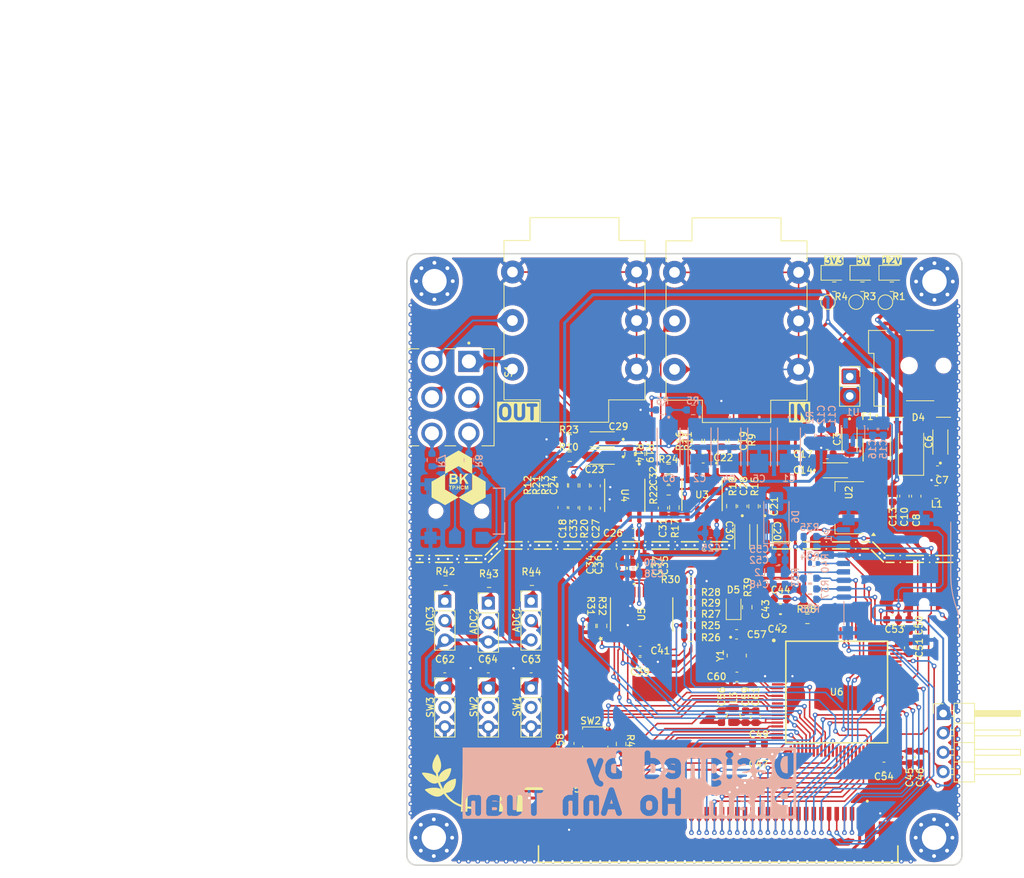
<source format=kicad_pcb>
(kicad_pcb (version 20240108) (generator "pcbnew") (generator_version "8.0")
  (layers (0 "F.Cu" signal) (1 "In1.Cu" power) (2 "In2.Cu" power) (31 "B.Cu" signal) (34 "B.Paste" user) (35 "F.Paste" user) (36 "B.SilkS" user "B.Silkscreen") (37 "F.SilkS" user "F.Silkscreen") (38 "B.Mask" user) (39 "F.Mask" user) (44 "Edge.Cuts" user))
  (net 0 "")
  (net 1 "GND")
  (net 2 "+5VA")
  (net 3 "+3.3V")
  (net 4 "Net-(U5-FILT+)")
  (net 5 "Net-(U5-VQ)")
  (net 6 "CODEC_IN_L")
  (net 7 "CODEC_IN_R")
  (net 8 "+5V")
  (net 9 "CODEC_OUT_L")
  (net 10 "Audio_Out_Left")
  (net 11 "Net-(C24-Pad2)")
  (net 12 "Audio_Out_Right")
  (net 13 "/MCU/VCAP1")
  (net 14 "/MCU/VCAP2")
  (net 15 "VDDA")
  (net 16 "/MCU/OSC1_IN")
  (net 17 "/MCU/OSC1_OUT")
  (net 18 "Net-(D2-A)")
  (net 19 "Net-(D3-A)")
  (net 20 "/MCU/NRST")
  (net 21 "+12V")
  (net 22 "VREF")
  (net 23 "Audio_In_Right")
  (net 24 "Audio_In_Left")
  (net 25 "Audio_Jack_Out_Right")
  (net 26 "Audio_Jack_Out_Left")
  (net 27 "/MCU/SWDIO")
  (net 28 "/MCU/SWCLK")
  (net 29 "CTP_WAKE")
  (net 30 "DB7")
  (net 31 "{slash}RD")
  (net 32 "D{slash}C")
  (net 33 "LCD{slash}CS")
  (net 34 "DB12")
  (net 35 "CTP_SDA")
  (net 36 "CTP_SDL")
  (net 37 "DB13")
  (net 38 "DB5")
  (net 39 "CTP_INT")
  (net 40 "DB11")
  (net 41 "{slash}RESET_NC")
  (net 42 "DB1")
  (net 43 "DB15")
  (net 44 "DB9")
  (net 45 "DB6")
  (net 46 "TE")
  (net 47 "DB10")
  (net 48 "DB4")
  (net 49 "DB3")
  (net 50 "DB14")
  (net 51 "R{slash}W")
  (net 52 "DB8")
  (net 53 "DB23")
  (net 54 "DB2")
  (net 55 "DB0")
  (net 56 "RTP_BUSY")
  (net 57 "/MCU/CARD_DETECT")
  (net 58 "/MCU/SDMMC_CMD")
  (net 59 "/MCU/SDMMC_D2")
  (net 60 "/MCU/SDMMC_D0")
  (net 61 "/MCU/SDMMC_D1")
  (net 62 "/MCU/SDMMC_D3")
  (net 63 "Net-(P1-CLK)")
  (net 65 "Disable_Audio_ByPass")
  (net 67 "Enable_Audio_Mute")
  (net 69 "SD_SELECT")
  (net 70 "I2S_SDOUT")
  (net 71 "Net-(U5-MDIV1)")
  (net 72 "Net-(U5-MDIV2)")
  (net 73 "Net-(U5-I2S{slash}*LJ)")
  (net 74 "I2C2_SDA")
  (net 75 "I2C2_SCL")
  (net 76 "CODEC_NRST")
  (net 77 "Net-(R14-Pad2)")
  (net 79 "Net-(R18-Pad2)")
  (net 80 "/MCU/BOOT")
  (net 81 "/MCU/SDMMC_CLK")
  (net 82 "Audio_MIDI_Out_Right")
  (net 83 "Audio_MIDI_Out_Left")
  (net 84 "/MCU/LED_TEST")
  (net 86 "I2S_LRCK")
  (net 89 "I2S_SDIN")
  (net 90 "I2S_SCLK")
  (net 91 "I2S_MCLK")
  (net 92 "CODEC_OUT_R")
  (net 93 "ADC1")
  (net 94 "ADC2")
  (net 95 "ADC3")
  (net 112 "Net-(J1-Pad1)")
  (net 121 "Net-(C3-Pad1)")
  (net 122 "Net-(D4-K)")
  (net 123 "Net-(C18-Pad2)")
  (net 124 "Net-(C19-Pad1)")
  (net 125 "Net-(C20-Pad1)")
  (net 126 "Net-(C22-Pad2)")
  (net 127 "Net-(C23-Pad1)")
  (net 128 "Net-(C27-Pad2)")
  (net 129 "Net-(C28-Pad1)")
  (net 130 "Net-(C29-Pad1)")
  (net 131 "Net-(C31-Pad2)")
  (net 132 "Net-(C31-Pad1)")
  (net 133 "Net-(C33-Pad2)")
  (net 134 "Net-(D6-K)")
  (net 135 "Net-(D1-A)")
  (net 136 "Net-(D5-A)")
  (net 137 "Net-(J3-PadL)")
  (net 138 "Net-(J3-PadR)")
  (net 140 "Net-(J9-Pad39)")
  (net 150 "Net-(R15-Pad2)")
  (net 151 "Net-(R19-Pad2)")
  (net 152 "Net-(R42-Pad2)")
  (net 153 "Net-(R43-Pad2)")
  (net 154 "Net-(R44-Pad2)")
  (footprint "Digital_Multi_Effect_Pedal:Jack_Audio_6.35mm" (layer "F.Cu") (at 142.0692 84.749 90)
    (property "Reference" "J4" (hide yes))
    (property "Value" "AudioJack_6.35mm")
  )
  (footprint "charge_battery_footprint_lib:Res_0603" (layer "F.Cu") (at 169.1274 74.5438)
    (property "Reference" "R1")
    (property "Value" "1K" (hide yes))
  )
  (footprint "charge_battery_footprint_lib:Res_0603" (layer "F.Cu") (at 129.811 140.2242 180)
    (property "Reference" "R45")
    (property "Value" "100R" (hide yes))
  )
  (footprint "Digital_Multi_Effect_Pedal:FB_0805" (layer "F.Cu") (at 148.8052 128.291236 -90)
    (property "Reference" "L3")
    (property "Value" "FB" (hide yes))
  )
  (footprint "charge_battery_footprint_lib:Res_0603" (layer "F.Cu") (at 122.0624 113.0038)
    (property "Reference" "R44")
    (property "Value" "100R" (hide yes))
  )
  (footprint "charge_battery_footprint_lib:Tan_Cap_A" (layer "F.Cu") (at 163.9617 91.669 -90)
    (property "Reference" "C3")
    (property "Value" "22uF/16V")
  )
  (footprint "charge_battery_footprint_lib:Ceramic_Cap_0603" (layer "F.Cu") (at 172.7692 121.184 -90)
    (property "Reference" "C51")
    (property "Value" "2.2uF/50V")
  )
  (footprint "charge_battery_footprint_lib:Ceramic_Cap_0603" (layer "F.Cu") (at 141.2992 99.1679)
    (property "Reference" "C32")
    (property "Value" "220pF/100V")
  )
  (footprint "charge_battery_footprint_lib:Ceramic_Cap_0603" (layer "F.Cu") (at 151.3642 130.194 90)
    (property "Reference" "C59")
    (property "Value" "100nF")
  )
  (footprint "charge_battery_footprint_lib:Tan_Cap_A" (layer "F.Cu") (at 152.8817 104.349 -90)
    (property "Reference" "C20")
    (property "Value" "10uF/16V")
  )
  (footprint "charge_battery_footprint_lib:Tan_Cap_A" (layer "F.Cu") (at 134.9092 95.1815 180)
    (property "Reference" "C23")
    (property "Value" "10uF/16V")
  )
  (footprint "MountingHole:MountingHole_3.2mm_M3_Pad_Via" (layer "F.Cu") (at 110.6742 73.204)
    (property "Reference" "H1" (hide yes))
    (property "Value" "MountingHole")
  )
  (footprint "charge_battery_footprint_lib:Ceramic_Cap_0603" (layer "F.Cu") (at 153.0542 133.744)
    (property "Reference" "C49")
    (property "Value" "10uF")
  )
  (footprint "charge_battery_footprint_lib:Res_0603" (layer "F.Cu") (at 161.5974 74.5438)
    (property "Reference" "R4")
    (property "Value" "1K" (hide yes))
  )
  (footprint "charge_battery_footprint_lib:Res_0603" (layer "F.Cu") (at 142.8374 118.8438)
    (property "Reference" "R25")
    (property "Value" "2K2" (hide yes))
  )
  (footprint "charge_battery_footprint_lib:Res_0603" (layer "F.Cu") (at 150.119 104.0047 90)
    (property "Reference" "R18")
    (property "Value" "1K" (hide yes))
  )
  (footprint "Digital_Multi_Effect_Pedal:JackDC" (layer "F.Cu") (at 174.1742 84.254 90)
    (property "Reference" "J1" (hide yes))
    (property "Value" "DCJ200-05-A-XX-X_REVA")
  )
  (footprint "charge_battery_footprint_lib:Ceramic_Cap_0603" (layer "F.Cu") (at 127.4442 102.824 90)
    (property "Reference" "C18")
    (property "Value" "10nF/50V")
  )
  (footprint "LOGO" (layer "F.Cu") (at 113.7822 99.4186)
    (property "Reference" "G***" (hide yes))
    (property "Value" "LOGO" (hide yes))
  )
  (footprint "charge_battery_footprint_lib:Ceramic_Cap_0603" (layer "F.Cu") (at 170.5892 117.494)
    (property "Reference" "C53")
    (property "Value" "10uF")
  )
  (footprint "charge_battery_footprint_lib:Ceramic_Cap_0603" (layer "F.Cu") (at 172.7592 118.254 90)
    (property "Reference" "C50")
    (property "Value" "100nF")
  )
  (footprint "charge_battery_footprint_lib:Ceramic_Cap_0603" (layer "F.Cu") (at 150.9392 102.654 90)
    (property "Reference" "C28")
    (property "Value" "220pF/100V")
  )
  (footprint "charge_battery_footprint_lib:LED_0805" (layer "F.Cu") (at 149.7942 115.794 90)
    (property "Reference" "D5")
    (property "Value" "LED_0805")
  )
  (footprint "Digital_Multi_Effect_Pedal:Double_Switch" (layer "F.Cu") (at 112.7642 88.4015 -90)
    (property "Reference" "S1")
    (property "Value" "Double_Switch")
  )
  (footprint "charge_battery_footprint_lib:Ceramic_Cap_0603" (layer "F.Cu") (at 174.1692 135.484 90)
    (property "Reference" "C46")
    (property "Value" "10uF")
  )
  (footprint "Connector_PinHeader_2.54mm:PinHeader_1x03_P2.54mm_Vertical" (layer "F.Cu") (at 112.0342 126.439)
    (property "Reference" "SW3")
    (property "Value" "Footswitch")
  )
  (footprint "MountingHole:MountingHole_3.2mm_M3_Pad_Via" (layer "F.Cu") (at 176.0142 146.024)
    (property "Reference" "H2" (hide yes))
    (property "Value" "MountingHole")
  )
  (footprint "TestPoint:TestPoint_Pad_D1.5mm" (layer "F.Cu") (at 162.1342 75.954)
    (property "Reference" "TP2" (hide yes))
    (property "Value" "TestPoint_Alt")
  )
  (footprint "MountingHole:MountingHole_3.2mm_M3_Pad_Via" (layer "F.Cu") (at 110.5942 146.024)
    (property "Reference" "H3" (hide yes))
    (property "Value" "MountingHole")
  )
  (footprint "charge_battery_footprint_lib:Ceramic_Cap_0603" (layer "F.Cu") (at 137.5742 121.594 180)
    (property "Reference" "C41")
    (property "Value" "100nF")
  )
  (footprint "charge_battery_footprint_lib:Ceramic_Cap_0603" (layer "F.Cu") (at 128.8542 102.844 90)
    (property "Reference" "C33")
    (property "Value" "10nF/50V")
  )
  (footprint "charge_battery_footprint_lib:Ceramic_Cap_0603" (layer "F.Cu") (at 170.5842 101.334 90)
    (property "Reference" "C13")
    (property "Value" "1uF/16V")
  )
  (footprint "MountingHole:MountingHole_3.2mm_M3_Pad_Via" (layer "F.Cu") (at 176.0642 73.254)
    (property "Reference" "H4" (hide yes))
    (property "Value" "MountingHole")
  )
  (footprint "Digital_Multi_Effect_Pedal:D8_STM" (layer "F.Cu") (at 135.5642 101.2317 -90)
    (property "Reference" "U4")
    (property "Value" "TL072IDT")
  )
  (footprint "charge_battery_footprint_lib:LED_0805" (layer "F.Cu") (at 170.4942 72.114)
    (property "Reference" "12V")
    (property "Value" "LED_0805")
  )
  (footprint "charge_battery_footprint_lib:Ceramic_Cap_0603" (layer "F.Cu") (at 155.9242 117.444)
    (property "Reference" "C42")
    (property "Value" "22pF")
  )
  (footprint "charge_battery_footprint_lib:Tan_Cap_A" (layer "F.Cu") (at 177.8367 96.559 90)
    (property "Reference" "C6")
    (property "Value" "22uF/16V")
  )
  (footprint "charge_battery_footprint_lib:Ceramic_Cap_0603" (layer "F.Cu") (at 148.2142 130.194 -90)
    (property "Reference" "C56")
    (property "Value" "100nF")
  )
  (footprint "TestPoint:TestPoint_Pad_D1.5mm" (layer "F.Cu") (at 165.8142 75.944)
    (property "Reference" "TP3" (hide yes))
    (property "Value" "TestPoint_Alt")
  )
  (footprint "charge_battery_footprint_lib:Ceramic_Cap_0603" (layer "F.Cu") (at 136.6842 106.184)
    (property "Reference" "C26")
    (property "Value" "100nF")
  )
  (footprint "charge_battery_footprint_lib:Ceramic_Cap_0603" (layer "F.Cu") (at 155.9242 116.1048 180)
    (property "Reference" "C43")
    (property "Value" "100nF")
  )
  (footprint "charge_battery_footprint_lib:Ceramic_Cap_0603" (layer "F.Cu") (at 176.4642 97.984)
    (property "Reference" "C7")
    (property "Value" "10uF/16V")
  )
  (footprint "Digital_Multi_Effect_Pedal:Header_PW_Switch" (layer "F.Cu") (at 164.9842 85.694 -90)
    (property "Reference" "SW1" (hide yes))
    (property "Value" "SW_Push")
  )
  (footprint "charge_battery_footprint_lib:Res_0603" (layer "F.Cu") (at 142.666 97.1681 180)
    (property "Reference" "R24")
    (property "Value" "100R" (hide yes))
  )
  (footprint "charge_battery_footprint_lib:Res_0603" (layer "F.Cu") (at 145.581 114.6942 180)
    (property "Reference" "R29")
    (property "Value" "10K" (hide yes))
  )
  (footprint "charge_battery_footprint_lib:Res_0603" (layer "F.Cu") (at 158.0924 117.9938)
    (property "Reference" "R38")
    (property "Value" "10K/1%/1_10W" (hide yes))
  )
  (footprint "charge_battery_footprint_lib:Ceramic_Cap_0603" (layer "F.Cu") (at 155.9242 114.754)
    (property "Reference" "C44")
    (property "Value" "10uF")
  )
  (footprint "charge_battery_footprint_lib:Ceramic_Cap_0603" (layer "F.Cu") (at 137.5742 123.024 180)
    (property "Reference" "C39")
    (property "Value" "1uF")
  )
  (footprint "LOGO" (layer "F.Cu") (at 116.9826 139.195)
    (property "Reference" "G***" (hide yes))
    (property "Value" "LOGO" (hide yes))
  )
  (footprint "charge_battery_footprint_lib:Tan_Cap_A" (layer "F.Cu") (at 160.8192 98.9565)
    (property "Reference" "C14")
    (property "Value" "1uF/16V")
  )
  (footprint "charge_battery_footprint_lib:Res_0603" (layer "F.Cu") (at 129.6944 101.5372 -90)
    (property "Reference" "R20")
    (property "Value" "1K" (hide yes))
  )
  (footprint "charge_battery_footprint_lib:Ceramic_Cap_0603" (layer "F.Cu") (at 123.3192 123.844)
    (property "Reference" "C63")
    (property "Value" "10uF")
  )
  (footprint "Connector_PinHeader_2.54mm:PinHeader_1x03_P2.54mm_Vertical" (layer "F.Cu") (at 123.3192 126.439)
    (property "Reference" "SW1")
    (property "Value" "Footswitch")
  )
  (footprint "Connector_PinHeader_2.54mm:PinHeader_1x03_P2.54mm_Vertical" (layer "F.Cu") (at 123.3192 115.074)
    (property "Reference" "ADC1")
    (property "Value" "VariableRes")
  )
  (footprint "charge_battery_footprint_lib:Ceramic_Cap_0603" (layer "F.Cu") (at 136.5342 110.774 -90)
    (property "Reference" "C37")
    (property "Value" "100nF")
  )
  (footprint "charge_battery_footprint_lib:Ceramic_Cap_0603" (layer "F.Cu") (at 152.6946 130.197036 90)
    (property "Reference" "C61")
    (property "Value" "100nF")
  )
  (footprint "charge_battery_footprint_lib:Tan_Cap_A" (layer "F.Cu") (at 149.9317 104.349 -90)
    (property "Reference" "C30")
    (property "Value" "10uF/16V")
  )
  (footprint "charge_battery_footprint_lib:Ceramic_Cap_0603" (layer "F.Cu") (at 153.0542 135.094 180)
    (property "Reference" "C47")
    (property "Value" "100nF")
  )
  (footprint "charge_battery_footprint_lib:LED_0805" (layer "F.Cu") (at 166.7042 72.114)
    (property "Reference" "5V")
    (property "Value" "LED_0805")
  )
  (footprint "Digital_Multi_Effect_Pedal:CIR-TSSOP-24" (layer "F.Cu") (at 137.7742 116.804 90)
    (property "Reference" "U5")
    (property "Value" "CS4270-CZZR")
  )
  (footprint "charge_battery_footprint_lib:Ceramic_Cap_0805" (layer "F.Cu") (at 138.205 110.3894 90)
    (property "Reference" "C35")
    (property "Value" "47uF")
  )
  (footprint "Connector_PinHeader_2.54mm:PinHeader_1x03_P2.54mm_Vertical" (layer "F.Cu") (at 112.0342 115.074)
    (property "Reference" "ADC3")
    (property "Value" "VariableRes")
  )
  (footprint "charge_battery_footprint_lib:Res_0603" (layer "F.Cu") (at 142.8274 120.3438)
    (property "Reference" "R26")
    (property "Value" "2K2" (hide yes))
  )
  (footprint "charge_battery_footprint_lib:Ceramic_Cap_0603" (layer "F.Cu") (at 131.7642 102.914 -90)
    (property "Reference" "C27")
    (property "Value" "1nF/50V")
  )
  (footprint "charge_battery_footprint_lib:Res_0603" (layer "F.Cu") (at 145.581 116.1242 180)
    (property "Reference" "R27")
    (property "Value" "10K" (hide yes))
  )
  (footprint "charge_battery_footprint_lib:Res_0603" (layer "F.Cu") (at 153.014 104.0308 90)
    (property "Reference" "R15")
    (property "Value" "1K" (hide yes))
  )
  (footprint "charge_battery_footprint_lib:Ceramic_Cap_0603" (layer "F.Cu") (at 117.7242 123.844)
    (property "Reference" "C64")
    (property "Value" "10uF")
  )
  (footprint "Digital_Multi_Effect_Pedal:FUSE_1812L_LTF" (layer "F.Cu") (at 168.5153 95.2858 -90)
    (property "Reference" "F1")
    (property "Value" "Fuse")
  )
  (footprint "charge_battery_footprint_lib:Ceramic_Cap_0603" (layer "F.Cu") (at 172.8108 135.4758 -90)
    (property "Reference" "C45")
    (property "Value" "100nF")
  )
  (footprint "charge_battery_footprint_lib:Res_0603" (layer "F.Cu") (at 149.1894 92.7411 -90)
    (property "Reference" "R9")
    (property "Value" "100R" (hide yes))
  )
  (footprint "charge_battery_footprint_lib:Ceramic_Cap_0603" (layer "F.Cu") (at 148.2092 94.1179 90)
    (property "Reference" "C19")
    (property "Value" "220pF/100V")
  )
  (footprint "charge_battery_footprint_lib:Ceramic_Cap_0603" (layer "F.Cu") (at 153.8742 102.664 90)
    (property "Reference" "C21")
    (property "Value" "220pF/100V")
  )
  (footprint "Connector_PinHeader_2.54mm:PinHeader_1x03_P2.54mm_Vertical" (layer "F.Cu") (at 117.7242 115.334)
    (property "Reference" "ADC2")
    (property "Value" "VariableRes")
  )
  (footprint "charge_battery_footprint_lib:Ceramic_Cap_0805" (layer "F.Cu") (at 133.5434 110.3386 -90)
    (property "Reference" "C34")
    (property "Value" "47uF")
  )
  (footprint "charge_battery_footprint_lib:Res_0603" (layer "F.Cu") (at 145.649 95.4747 90)
    (property "Reference" "R16")
    (property "Value" "1M" (hide yes))
  )
  (footprint "charge_battery_footprint_lib:Ceramic_Cap_0603" (layer "F.Cu") (at 162.0342 95.834 180)
    (property "Reference" "C17")
    (property "Value" "100nF/16V")
  )
  (footprint "charge_battery_footprint_lib:Res_0603" (layer "F.Cu") (at 145.9994 92.7511 -90)
    (property "Reference" "R11")
    (property "Value" "1M" (hide yes))
  )
  (footprint "charge_battery_footprint_lib:Ceramic_Cap_0603" (layer "F.Cu") (at 140.5592 102.8779 -90)
    (property "Reference" "C31")
    (property "Value" "10nF/50V")
  )
  (footprint "charge_battery_footprint_lib:Tan_Cap_A" (layer "F.Cu") (at 134.9192 92.9015 180)
    (property "Reference" "C29")
    (property "Value" "10uF/16V")
  )
  (footprint "charge_battery_footprint_lib:Res_0603" (layer "F.Cu") (at 128.2444 98.5772 -90)
    (property "Reference" "R21")
    (property "Value" "1M" (hide yes))
  )
  (footprint "charge_battery_footprint_lib:Ceramic_Cap_0603" (layer "F.Cu") (at 169.4592 136.754 180)
    (property "Reference" "C54")
    (property "Value" "2.2uF/50V")
  )
  (footprint "charge_battery_footprint_lib:Ceramic_Cap_0603" (layer "F.Cu") (at 150.2292 124.9715 180)
    (property "Reference" "C60")
    (property "Value" "10pF/50V")
  )
  (footprint "charge_battery_footprint_lib:Res_0603" (layer "F.Cu") (at 129.7144 98.5772 -90)
    (property "Reference" "R13")
    (property "Value" "1K" (hide yes))
  )
  (footprint "charge_battery_footprint_lib:Ceramic_Cap_0603" (layer "F.Cu") (at 128.3192 133.699 90)
    (property "Reference" "C58")
    (property "Value" "100nF")
  )
  (footprint "charge_battery_footprint_lib:Res_0603" (layer "F.Cu") (at 136.9644 94.4672 -90)
    (property "Reference" "R19")
    (property "Value" "100R" (hide yes))
  )
  (footprint "Digital_Multi_Effect_Pedal:D8_STM" (layer "F.Cu") (at 145.6742 101.1117 -90)
    (property "Reference" "U3")
    (property "Value" "TL072IDT")
  )
  (footprint "charge_battery_footprint_lib:Res_0603" (layer "F.Cu") (at 142.666 99.9581 180)
    (property "Reference" "R22")
    (property "Value" "1M" (hide yes))
  )
  (footprint "charge_battery_footprint_lib:Res_0603" (layer "F.Cu") (at 127.0074 96.7738)
    (property "Reference" "R10")
    (property "Value" "10K" (hide yes))
  )
  (footprint "charge_battery_footprint_lib:Res_0603" (layer "F.Cu") (at 128.064 101.2808 90)
    (property "Reference" "R12")
    (property "Value" "1M" (hide yes))
  )
  (footprint "charge_battery_footprint_lib:LED_0805" (layer "F.Cu") (at 162.9242 72.114)
    (property "Reference" "3V3")
    (property "Value" "LED_0805")
  )
  (footprint "Digital_Multi_Effect_Pedal:XTAL_TSX-3225_16.0000MF18X-AC3" (layer "F.Cu") (at 150.2092 122.194 -90)
    (property "Reference" "Y1")
    (property "Value" "Crystal_32MHz")
  )
  (footprint "charge_battery_footprint_lib:Res_0603" (layer "F.Cu") (at 116.4674 113.2638)
    (property "Reference" "R43")
    (property "Value" "100R" (hide yes))
  )
  (footprint "charge_battery_footprint_lib:Res_0603" (layer "F.Cu") (at 110.7774 113.0038)
    (property "Reference" "R42")
    (property "Value" "100R" (hide yes))
  )
  (footprint "charge_battery_footprint_lib:SW_SMD" (layer "F.Cu") (at 131.6892 132.939)
    (property "Reference" "SW2")
    (property "Value" "~" (hide yes))
  )
  (footprint "charge_battery_footprint_lib:Res_0603" (layer "F.Cu") (at 130.5544 116.9572 -90)
    (property "Reference" "R31")
    (property "Value" "47K" (hide yes))
  )
  (footprint "charge_battery_footprint_lib:Res_0603" (layer "F.Cu") (at 131.9844 116.9572 -90)
    (property "Reference" "R32")
    (property "Value" "47K" (hide yes))
  )
  (footprint "charge_battery_footprint_lib:Res_0603" (layer "F.Cu") (at 135.5944 94.4672 -90)
    (property "Reference" "R14")
    (property "Value" "100R" (hide yes))
  )
  (footprint "charge_battery_footprint_lib:Ceramic_Cap_0603" (layer "F.Cu") (at 172.1342 101.334 90)
    (property "Reference" "C10")
    (property "Value" "100nF/16V")
  )
  (footprint "Digital_Multi_Effect_Pedal:STM32" (layer "F.Cu") (at 163.2812 126.964)
    (property "Reference" "U6")
    (property "Value" "STM32H7A3VGT6" (hide yes))
  )
  (footprint "charge_battery_footprint_lib:Res_0603" (layer "F.Cu") (at 134.4794 132.4022 -90)
    (property "Reference" "R41")
    (property "Value" "10K" (hide yes))
  )
  (footprint "charge_battery_footprint_lib:Res_0603" (layer "F.Cu") (at 127.0274 94.5138)
    (property "Reference" "R23")
    (property "Value" "10K" (hide yes))
  )
  (footprint "Connector_PinHeader_2.54mm:PinHeader_1x03_P2.54mm_Vertical" (layer "F.Cu") (at 117.7242 126.439)
    (property "Reference" "SW2")
    (property "Value" "Footswitch")
  )
  (footprint "Diode_SMD:D_SMA" (layer "F.Cu") (at 173.0042 95.1015 90)
    (property "Reference" "D4")
    (property "Value" "SS34")
  )
  (footprint "charge_battery_footprint_lib:Res_0603" (layer "F.Cu") (at 145.581 113.2642 180)
    (property "Reference" "R28")
    (property "Value" "10K" (hide yes))
  )
  (footprint "charge_battery_footprint_lib:Ceramic_Cap_0603" (layer "F.Cu") (at 135.2042 110.774 90)
    (property "Reference" "C36")
    (property "Value" "100nF")
  )
  (footprint "charge_battery_footprint_lib:Ceramic_Cap_0603" (layer "F.Cu") (at 145.8192 96.3879 180)
    (property "Reference" "C22")
    (property "Value" "10nF/50V")
  )
  (footprint "charge_battery_footprint_lib:Ceramic_Cap_0603" (layer "F.Cu") (at 150.1892 119.414)
    (property "Reference" "C57")
    (property "Value" "10pF/50V")
  )
  (footprint "Package_TO_SOT_SMD:SOT-223-3_TabPin2" (layer "F.Cu") (at 164.9642 102.854 180)
    (property "Reference" "U2")
    (property "Value" "AMS1117-5.0")
  )
  (footprint "charge_battery_footprint_lib:Res_0603" (layer "F.Cu") (at 145.581 111.8242 180)
    (property "Reference" "R30")
    (property "Value" "10K" (hide yes))
  )
  (footprint "charge_battery_footprint_lib:Res_0603" (layer "F.Cu") (at 152.184 117.2208 90)
    (property "Reference" "R39")
    (property "Value" "1K" (hide yes))
  )
  (footprint "charge_battery_footprint_lib:Ceramic_Cap_0603" (layer "F.Cu") (at 112.0342 123.844)
    (property "Reference" "C62")
    (property "Value" "10uF")
  )
  (footprint "charge_battery_footprint_lib:Res_0603" (layer "F.Cu") (at 142.654 104.1808 90)
    (property "Reference" "R17")
    (property "Value" "1M" (hide yes))
  )
  (footprint "Connector_PinHeader_2.54mm:PinHeader_1x04_P2.54mm_Horizontal" (layer "F.Cu") (at 177.206 129.7716)
    (property "Reference" "J5" (hide yes))
    (property "Value" "~")
  )
  (footprint "Digital_Multi_Effect_Pedal:FB_0805" (layer "F.Cu") (at 178.02 99.8046 180)
    (property "Reference" "L1")
    (property "Value" "FB" (hide yes))
  )
  (footprint "TestPoint:TestPoint_Pad_D1.5mm" (layer "F.Cu") (at 169.6542 75.954)
    (property "Reference" "TP1" (hide yes))
    (property "Value" "TestPoint_Alt")
  )
  (footprint "charge_battery_footprint_lib:Res_0603" (layer "F.Cu") (at 165.2874 74.5438)
    (property "Reference" "R3")
    (property "Value" "1K" (hide yes))
  )
  (footprint "charge_battery_footprint_lib:Ceramic_Cap_0603" (layer "F.Cu") (at 173.6842 101.334 90)
    (property "Reference" "C8")
    (property "Value" "10uF/16V")
  )
  (footprint "charge_battery_footprint_lib:Ceramic_Cap_0603" (layer "F.Cu") (at 131.7542 99.984 -90)
    (property "Reference" "C24")
    (property "Value" "1nF/50V")
  )
  (footprint "Digital_Multi_Effect_Pedal:Jack_Audio_6.35mm" (layer "F.Cu") (at 120.8792 84.709 90)
    (property "Reference" "J2" (hide yes))
    (property "Value" "AudioJack_6.35mm")
  )
  (footprint "Digital_Multi_Effect_Pedal:Connector_40pin" (layer "F.Cu") (at 147.7842 145.294)
    (property "Reference" "J9" (hide yes))
    (property "Value" "Connector_40pin")
  )
  (footprint "charge_battery_footprint_lib:Res_0603" (layer "B.Cu") (at 114.5744 97.9708 90)
    (property "Reference" "R8")
    (property "Value" "10" (hide yes))
  )
  (footprint "charge_battery_footprint_lib:Ceramic_Cap_0603" (layer "B.Cu") (at 136.6592 110.034 180)
    (property "Reference" "C40")
    (property "Value" "100nF")
  )
  (footprint "charge_battery_footprint_lib:Ceramic_Cap_0603" (layer "B.Cu") (at 155.7542 109.6965 180)
    (property "Reference" "C52")
    (property "Value" "2.2uF")
  )
  (footprint "Diode_SMD:D_SMA" (layer "B.Cu") (at 155.3942 104.034 90)
    (property "Reference" "D6")
    (property "Value" "SS34")
  )
  (footprint "charge_battery_footprint_lib:Ceramic_Cap_0603" (layer "B.Cu") (at 155.7542 108.3365 180)
    (property "Reference" "C55")
    (property "Value" "100nF")
  )
  (footprint "charge_battery_footprint_lib:Ceramic_Cap_0603" (layer "B.Cu") (at 169.3842 92.564 90)
    (property "Reference" "C15")
    (property "Value" "1uF/16V" (hide yes))
  )
  (footprint "charge_battery_footprint_lib:Res_0603" (layer "B.Cu") (at 143.1574 89.4442)
    (property "Reference" "R5")
    (property "Value" "1K" (hide yes))
  )
  (footprint "charge_battery_footprint_lib:Res_0603" (layer "B.Cu") (at 161.141 108.5538 180)
    (property "Reference" "R34")
    (property "Value" "10K" (hide yes))
  )
  (footprint "charge_battery_footprint_lib:Tan_Cap_C" (layer "B.Cu") (at 141.2942 94.8175 -90)
    (property "Reference" "C9")
    (property "Value" "47uF/35V")
  )
  (footprint "charge_battery_footprint_lib:Ceramic_Cap_0603" (layer "B.Cu") (at 162.7142 93.384 -90)
    (property "Reference" "C11")
    (property "Value" "1uF/16V" (hide yes))
  )
  (footprint "charge_battery_footprint_lib:Res_0603" (layer "B.Cu") (at 161.141 112.6838 180)
    (property "Reference" "R33")
    (property "Value" "10K" (hide yes))
  )
  (footprint "charge_battery_footprint_lib:Res_0603" (layer "B.Cu") (at 139.1174 89.4442)
    (property "Reference" "R6")
    (property "Value" "1K" (hide yes))
  )
  (footprint "charge_battery_footprint_lib:Res_0603" (layer "B.Cu") (at 161.141 115.4438 180)
    (property "Reference" "R36")
    (property "Value" "10K" (hide yes))
  )
  (footprint "charge_battery_footprint_lib:Res_0402" (layer "B.Cu") (at 160.2942 110.144)
    (property "Reference" "R40")
    (property "Value" "47" (hide yes))
  )
  (footprint "Digital_Multi_Effect_Pedal:SOT23" (layer "B.Cu") (at 165.3942 92.977 90)
    (property "Reference" "U1")
    (property "Value" "AP2112K-3.3TRG1" (hide yes))
  )
  (footprint "Digital_Multi_Effect_Pedal:Audio_connector" (layer "B.Cu") (at 108.3642 103.294)
    (property "Reference" "J3" (hide yes))
    (property "Value" "AudioJack" (hide yes))
  )
  (footprint "charge_battery_footprint_lib:Tan_Cap_C" (layer "B.Cu") (at 145.3442 94.7975 -90)
    (property "Reference" "C2")
    (property "Value" "47uF/16V")
  )
  (footprint "charge_battery_footprint_lib:Tan_Cap_C" (layer "B.Cu") (at 149.2442 94.7975 -90)
    (property "Reference" "C4")
    (property "Value" "47uF/16V")
  )
  (footprint "charge_battery_footprint_lib:Res_0603" (layer "B.Cu") (at 160.394 92.0172 -90)
    (property "Reference" "R2")
    (property "Value" "10" (hide yes))
  )
  (footprint "charge_battery_footprint_lib:Tan_Cap_C" (layer "B.Cu") (at 153.1342 94.8075 -90)
    (property "Reference" "C5")
    (property "Value" "47uF/16V")
  )
  (footprint "charge_battery_footprint_lib:Ceramic_Cap_0603" (layer "B.Cu") (at 167.9742 92.564 90)
    (property "Reference" "C16")
    (property "Value" "100nF/16V" (hide yes))
  )
  (footprint "charge_battery_footprint_lib:Ceramic_Cap_0603" (layer "B.Cu") (at 155.7642 112.874)
    (property "Reference" "C48")
    (property "Value" "2.2uF")
  )
  (footprint "charge_battery_footprint_lib:Res_0603" (layer "B.Cu") (at 161.141 107.2238 180)
    (property "Reference" "R35")
    (property "Value" "10K" (hide yes))
  )
  (footprint "charge_battery_footprint_lib:Res_0603" (layer "B.Cu") (at 109.7444 97.9708 90)
    (property "Reference" "R7")
    (property "Value" "10" (hide yes))
  )
  (footprint "charge_battery_footprint_lib:Ceramic_Cap_0603" (layer "B.Cu") (at 136.6642 111.474 180)
    (property "Reference" "C38")
    (property "Value" "1uF")
  )
  (footprint "Digital_Multi_Effect_Pedal:FB_0805" (layer "B.Cu") (at 153.8684 110.2971)
    (property "Reference" "L2")
    (property "Value" "FB" (hide yes))
  )
  (footprint "charge_battery_footprint_lib:Ceramic_Cap_0603" (layer "B.Cu") (at 161.2642 93.384 -90)
    (property "Reference" "C12")
    (property "Value" "100nF/16V" (hide yes))
  )
  (footprint "charge_battery_footprint_lib:Res_0603" (layer "B.Cu") (at 161.141 114.0838 180)
    (property "Reference" "R37")
    (property "Value" "10K" (hide yes))
  )
  (footprint "charge_battery_footprint_lib:Tan_Cap_C" (layer "B.Cu") (at 157.0342 94.794 -90)
    (property "Reference" "C1")
    (property "Value" "47uF/16V")
  )
  (footprint "charge_battery_footprint_lib:Ceramic_Cap_0603" (layer "B.Cu") (at 146.8242 106.154)
    (property "Reference" "C25")
    (property "Value" "100nF" (hide yes))
  )
  (footprint "Digital_Multi_Effect_Pedal:SD_Card" (layer "B.Cu") (at 169.5542 111.024 -90)
    (property "Reference" "P1")
    (property "Value" "Micro_SDCard" (hide yes))
  )
  (gr_line (start 155.0642 107.314) (end 167.6342 107.314) (stroke (width 0.2) (type dash_dot)) (layer "F.SilkS"))
  (gr_line (start 119.9342 107.304) (end 149.7442 107.304) (stroke (width 0.2) (type dash_dot)) (layer "F.SilkS"))
  (gr_line (start 155.0642 108.234) (end 167.4442 108.234) (stroke (width 0.2) (type dash_dot)) (layer "F.SilkS"))
  (gr_line (start 178.4506 110.004) (end 169.7542 110.004) (stroke (width 0.2) (type dash_dot)) (layer "F.SilkS"))
  (gr_line (start 116.8742 109.104) (end 108.2958 109.104) (stroke (width 0.2) (type dash_dot)) (layer "F.SilkS"))
  (gr_line (start 167.998379 107.328179) (end 169.610021 108.939821) (stroke (width 0.2) (type dash_dot)) (layer "F.SilkS"))
  (gr_line (start 116.8742 110.004) (end 108.2958 110.004) (stroke (width 0.2) (type dash_dot)) (layer "F.SilkS"))
  (gr_line (start 119.9142 108.264) (end 149.5242 108.264) (stroke (width 0.2) (type dash_dot)) (layer "F.SilkS"))
  (gr_line (start 178.4506 109.104) (end 169.7642 109.104) (stroke (width 0.2) (type dash_dot)) (layer "F.SilkS"))
  (gr_line (start 119.3042 108.424) (end 117.692558 110.035642) (stroke (width 0.2) (type dash_dot)) (layer "F.SilkS"))
  (gr_line (start 167.838379 108.398179) (end 169.450021 110.009821) (stroke (width 0.2) (type dash_dot)) (layer "F.SilkS"))
  (gr_line (start 118.905842 107.502358) (end 117.2942 109.114) (stroke (width 0.2) (type dash_dot)) (layer "F.SilkS"))
  (gr_arc (start 108.3442 149.614) (mid 107.446174 149.242026) (end 107.0742 148.344) (stroke (width 0.2)) (layer "Edge.Cuts"))
  (gr_line (start 178.3842 149.614) (end 108.3442 149.614) (stroke (width 0.2)) (layer "Edge.Cuts"))
  (gr_arc (start 107.0742 70.884) (mid 107.446174 69.985974) (end 108.3442 69.614) (stroke (width 0.2)) (layer "Edge.Cuts"))
  (gr_arc (start 178.3842 69.614) (mid 179.282226 69.985974) (end 179.6542 70.884) (stroke (width 0.2)) (layer "Edge.Cuts"))
  (gr_line (start 107.0742 148.344) (end 107.0742 70.884) (stroke (width 0.2)) (layer "Edge.Cuts"))
  (gr_arc (start 179.6542 148.344) (mid 179.282226 149.242026) (end 178.3842 149.614) (stroke (width 0.2)) (layer "Edge.Cuts"))
  (gr_line (start 108.3442 69.614) (end 178.3842 69.614) (stroke (width 0.2)) (layer "Edge.Cuts"))
  (gr_line (start 179.6542 70.884) (end 179.6542 148.344) (stroke (width 0.2)) (layer "Edge.Cuts"))
  (gr_text "Designed by\nPham Ho Anh Tuan" (at 158.4608 143.2082 0) (layer "B.SilkS" knockout) (effects (font (size 3 3) (thickness 0.75) (bold yes)) (justify left bottom mirror)))
  (gr_text "IN" (at 156.759 91.4938 0) (layer "F.SilkS" knockout) (effects (font (size 1.8 1.8) (thickness 0.45) (bold yes)) (justify left bottom)))
  (gr_text "OUT" (at 118.6844 91.4684 0) (layer "F.SilkS" knockout) (effects (font (size 1.8 1.8) (thickness 0.45) (bold yes)) (justify left bottom)))
  (segment (start 158.2992 72.049) (end 158.2992 78.399) (width 0.2032) (layer "F.Cu") (net 1))
  (segment (start 157.9958 117.3842) (end 157.7812 117.5988) (width 0.2032) (layer "F.Cu") (net 1))
  (segment (start 172.8108 136.2508) (end 174.161 136.2508) (width 0.2032) (layer "F.Cu") (net 1))
  (segment (start 133.2106 102.139) (end 133.5942 101.7554) (width 0.2032) (layer "F.Cu") (net 1))
  (segment (start 139.8846 123.024) (end 139.8934 123.0152) (width 0.254) (layer "F.Cu") (net 1))
  (segment (start 156.6428 129.964) (end 155.5432 129.964) (width 0.2032) (layer "F.Cu") (net 1))
  (segment (start 170.2342 136.754) (end 170.2342 139.7152) (width 0.2032) (layer "F.Cu") (net 1))
  (segment (start 153.236564 129.964) (end 155.5432 129.964) (width 0.2032) (layer "F.Cu") (net 1))
  (segment (start 138.3492 123.024) (end 139.8846 123.024) (width 0.254) (layer "F.Cu") (net 1))
  (segment (start 146.609 93.2849) (end 148.1512 93.2849) (width 0.2032) (layer "F.Cu") (net 1))
  (segment (start 133.6704 100.1574) (end 133.6704 99.209) (width 0.2032) (layer "F.Cu") (net 1))
  (segment (start 170.2006 105.154) (end 168.1142 105.154) (width 0.2032) (layer "F.Cu") (net 1))
  (segment (start 146.2538 112.4338) (end 145.0472 112.4338) (width 0.2032) (layer "F.Cu") (net 1))
  (segment (start 158.2992 78.399) (end 158.2992 84.749) (width 0.2032) (layer "F.Cu") (net 1))
  (segment (start 172.38 115.0396) (end 170.2972 115.0396) (width 0.2032) (layer "F.Cu") (net 1))
  (segment (start 148.2092 88.8876) (end 148.1992 88.8776) (width 0.2032) (layer "F.Cu") (net 1))
  (segment (start 164.4192 97.9565) (end 164.4192 97.249) (width 0.2032) (layer "F.Cu") (net 1))
  (segment (start 149.5692 122.204) (end 150.8692 122.204) (width 0.2032) (layer "F.Cu") (net 1))
  (segment (start 171.8674 136.2508) (end 172.8108 136.2508) (width 0.2032) (layer "F.Cu") (net 1))
  (segment (start 154.4834 125.464) (end 153.9142 124.8948) (width 0.2032) (layer "F.Cu") (net 1))
  (segment (start 136.7799 107.7752) (end 136.5342 108.0209) (width 0.2032) (layer "F.Cu") (net 1))
  (segment (start 172.7692 120.73304) (end 172.7692 120.409) (width 0.2032) (layer "F.Cu") (net 1))
  (segment (start 125.3424 96.1642) (end 125.3392 96.1674) (width 0.2032) (layer "F.Cu") (net 1))
  (segment (start 149.4092 123.294) (end 149.4092 124.9265) (width 0.2032) (layer "F.Cu") (net 1))
  (segment (start 143.2492 99.1679) (end 143.7692 98.6479) (width 0.254) (layer "F.Cu") (net 1))
  (segment (start 155.1492 114.754) (end 155.1492 113.0934) (width 0.2032) (layer "F.Cu") (net 1))
  (segment (start 127.9778 145.294) (end 125.5342 145.294) (width 0.2032) (layer "F.Cu") (net 1))
  (segment (start 162.8092 95.834) (end 164.3967 95.834) (width 0.2032) (layer "F.Cu") (net 1))
  (segment (start 125.3418 93.9042) (end 127.5612 93.9042) (width 0.2032) (layer "F.Cu") (net 1))
  (segment (start 151.0092 122.064) (end 151.0092 121.094) (width 0.2032) (layer "F.Cu") (net 1))
  (segment (start 157.7812 117.5988) (end 157.7812 119.226) (width 0.2032) (layer "F.Cu") (net 1))
  (segment (start 148.2142 130.8996) (end 148.2142 130.969) (width 0.2032) (layer "F.Cu") (net 1))
  (segment (start 116.9492 123.844) (end 115.4238 123.844) (width 0.2032) (layer "F.Cu") (net 1))
  (segment (start 169.3828 140.5666) (end 168.1636 140.5666) (width 0.2032) (layer "F.Cu") (net 1))
  (segment (start 151.171 129.9748) (end 149.139 129.9748) (width 0.2032) (layer "F.Cu") (net 1))
  (segment (start 158.6262 117.3842) (end 157.9958 117.3842) (width 0.2032) (layer "F.Cu") (net 1))
  (segment (start 155.4382 112.8044) (end 157.775 112.8044) (width 0.2032) (layer "F.Cu") (net 1))
  (segment (start 169.8142 135.814) (end 170.2342 136.234) (width 0.2032) (layer "F.Cu") (net 1))
  (segment (start 174.161 136.2508) (end 174.1692 136.259) (width 0.2032) (layer "F.Cu") (net 1))
  (segment (start 169.8142 117.494) (end 169.8142 121.2497) (width 0.2032) (layer "F.Cu") (net 1))
  (segment (start 137.449199 118.870101) (end 136.793698 118.2146) (width 0.254) (layer "F.Cu") (net 1))
  (segment (start 168.7812 134.702) (end 168.7812 135.61929) (width 0.2032) (layer "F.Cu") (net 1))
  (segment (start 169.8142 115.5226) (end 169.8142 117.494) (width 0.2032) (layer "F.Cu") (net 1))
  (segment (start 155.1492 113.0934) (end 155.4382 112.8044) (width 0.2032) (layer "F.Cu") (net 1))
  (segment (start 146.2688 112.4488) (end 146.2538 112.4338) (width 0.2032) (layer "F.Cu") (net 1))
  (segment (start 137.1092 78.359) (end 137.1092 84.709) (width 0.2032) (layer "F.Cu") (net 1))
  (segment (start 149.4092 122.364) (end 149.5692 122.204) (width 0.2032) (layer "F.Cu") (net 1))
  (segment (start 170.0342 145.294) (end 170.0342 143.0976) (width 0.2032) (layer "F.Cu") (net 1))
  (segment (start 152.691564 129.419) (end 152.6946 129.422036) (width 0.2032) (layer "F.Cu") (net 1))
  (segment (start 157.2812 134.702) (end 156.7308 134.702) (width 0.2032) (layer "F.Cu") (net 1))
  (segment (start 150.9642 121.049) (end 151.0092 121.094) (width 0.2032) (layer "F.Cu") (net 1))
  (segment (start 152.2792 133.744) (end 152.2792 135.094) (width 0.2032) (layer "F.Cu") (net 1))
  (segment (start 148.8474 100.397) (end 142.3029 100.397) (width 0.254) (layer "F.Cu") (net 1))
  (segment (start 133.6704 99.209) (end 131.7542 99.209) (width 0.2032) (layer "F.Cu") (net 1))
  (segment (start 136.793698 118.2146) (end 135.9564 118.2146) (width 0.254) (layer "F.Cu") (net 1))
  (segment (start 164.4192 97.249) (end 164.9642 96.704) (width 0.2032) (layer "F.Cu") (net 1))
  (segment (start 155.5432 125.464) (end 154.4834 125.464) (width 0.2032) (layer "F.Cu") (net 1))
  (segment (start 137.1092 72.009) (end 137.1092 78.359) (width 0.2032) (layer "F.Cu") (net 1))
  (segment (start 176.8367 92.959) (end 173.1467 92.959) (width 0.2032) (layer "F.Cu") (net 1))
  (segment (start 128.3352 132.94) (end 128.3192 132.924) (width 0.2032) (layer "F.Cu") (net 1))
  (segment (start 169.7806 142.844) (end 167.2842 142.844) (width 0.2032) (layer "F.Cu") (net 1))
  (segment (start 149.4092 123.294) (end 149.4092 122.364) (width 0.2032) (layer "F.Cu") (net 1))
  (segment (start 170.5842 104.7704) (end 170.2006 105.154) (width 0.2032) (layer "F.Cu") (net 1))
  (segment (start 171.0192 121.464) (end 172.03824 121.464) (width 0.2032) (layer "F.Cu") (net 1))
  (segment (start 121.0306 123.844) (end 121.0212 123.8534) (width 0.2032) (layer "F.Cu") (net 1))
  (segment (start 170.2342 136.234) (end 170.2342 136.754) (width 0.2032) (layer "F.Cu") (net 1))
  (segment (start 172.7592 115.4188) (end 172.38 115.0396) (width 0.2032) (layer "F.Cu") (net 1))
  (segment (start 148.883025 100.432625) (end 150.457825 100.432625) (width 0.2032) (layer "F.Cu") (net 1))
  (segment (start 120.8792 72.009) (end 137.1092 72.009) (width 0.2032) (layer "F.Cu") (net 1))
  (segment (start 155.1492 114.754) (end 155.1492 117.444) (width 0.2032) (layer "F.Cu") (net 1))
  (segment (start 168.97591 135.814) (end 169.8142 135.814) (width 0.2032) (layer "F.Cu") (net 1))
  (segment (start 175.6892 99.2336) (end 175.682 99.2408) (width 0.2032) (layer "F.Cu") (net 1))
  (segment (start 137.449199 119.73135) (end 137.449199 118.870101) (width 0.254) (layer "F.Cu") (net 1))
  (segment (start 157.4956 129.1112) (end 156.6428 129.964) (width 0.2032) (layer "F.Cu") (net 1))
  (segment (start 168.1636 140.5666) (end 167.2842 141.446) (width 0.2032) (layer "F.Cu") (net 1))
  (segment (start 145.0472 113.8738) (end 145.0472 115.3038) (width 0.2032) (layer "F.Cu") (net 1))
  (segment (start 169.8142 121.2497) (end 170.0285 121.464) (width 0.2032) (layer "F.Cu") (net 1))
  (segment (start 115.4238 123.844) (end 115.4078 123.828) (width 0.2032) (layer "F.Cu") (net 1))
  (segment (start 142.0742 100.5097) (end 142.1322 100.5677) (width 0.254) (layer "F.Cu") (net 1))
  (segment (start 152.2792 135.094) (end 150.6238 135.094) (width 0.2032) (layer "F.Cu") (net 1))
  (segment (start 168.7812 135.61929) (end 168.97591 135.814) (width 0.2032) (layer "F.Cu") (net 1))
  (segment (start 136.799201 115.187399) (end 136.2866 115.7) (width 0.2032) (layer "F.Cu") (net 1))
  (segment (start 145.0472 112.4338) (end 145.0472 113.8738) (width 0.2032) (layer "F.Cu") (net 1))
  (segment (start 164.9642 96.704) (end 164.9617 96.7015) (width 0.2032) (layer "F.Cu") (net 1))
  (segment (start 171.3642 136.754) (end 171.8674 136.2508) (width 0.2032) (layer "F.Cu") (net 1))
  (segment (start 133.6704 100.1574) (end 133.6704 98.7791) (width 0.2032) (layer "F.Cu") (net 1))
  (segment (start 130.0022 132.94) (end 128.3352 132.94) (width 0.2032) (layer "F.Cu") (net 1))
  (segment (start 170.5842 102.109) (end 172.1342 102.109) (width 0.2032) (layer "F.Cu") (net 1))
  (segment (start 127.5412 96.1642) (end 125.3424 96.1642) (width 0.2032) (layer "F.Cu") (net 1))
  (segment (start 150.9642 119.414) (end 150.9642 121.049) (width 0.2032) (layer "F.Cu") (net 1))
  (segment (start 151.3642 129.7816) (end 151.171 129.9748) (width 0.2032) (layer "F.Cu") (net 1))
  (segment (start 151.3642 129.419) (end 151.3642 129.7816) (width 0.2032) (layer "F.Cu") (net 1))
  (segment (start 175.6892 97.984) (end 175.6892 99.2336) (width 0.2032) (layer "F.Cu") (net 1))
  (segment (start 172.1342 102.109) (end 173.6842 102.109) (width 0.2032) (layer "F.Cu") (net 1))
  (segment (start 128.2842 144.9876) (end 127.9778 145.294) (width 0.2032) (layer "F.Cu") (net 1))
  (segment (start 170.2972 115.0396) (end 169.8142 115.5226) (width 0.2032) (layer "F.Cu") (net 1))
  (segment (start 156.7308 134.702) (end 156.2256 135.2072) (width 0.2032) (layer "F.Cu") (net 1))
  (segment (start 152.6946 129.422036) (end 153.236564 129.964) (width 0.2032) (layer "F.Cu") (net 1))
  (segment (start 148.1512 93.2849) (end 148.2092 93.3429) (width 0.2032) (layer "F.Cu") (net 1))
  (segment (start 145.0472 115.3038) (end 145.0472 116.7338) (width 0.2032) (layer "F.Cu") (net 1))
  (segment (start 142.3029 100.397) (end 142.1322 100.5677) (width 0.254) (layer "F.Cu") (net 1))
  (segment (start 136.5342 108.0209) (end 136.5342 109.999) (width 0.2032) (layer "F.Cu") (net 1))
  (segment (start 148.883025 100.432625) (end 148.8474 100.397) (width 0.254) (layer "F.Cu") (net 1))
  (segment (start 148.2092 93.3429) (end 148.2092 88.8876) (width 0.2032) (layer "F.Cu") (net 1))
  (segment (start 131.7642 102.139) (end 133.2106 102.139) (width 0.2032) (layer "F.Cu") (net 1))
  (segment (start 149.4092 124.9265) (end 149.4542 124.9715) (width 0.2032) (layer "F.Cu") (net 1))
  (segment (start 150.8692 122.204) (end 151.0092 122.064) (width 0.2032) (layer "F.Cu") (net 1))
  (segment (start 170.2342 136.754) (end 171.3642 136.754) (width 0.2032) (layer "F.Cu") (net 1))
  (segment (start 170.0342 143.0976) (end 169.7806 142.844) (width 0.2032) (layer "F.Cu") (net 1))
  (segment (start 167.2842 141.446) (end 167.2842 142.844) (width 0.2032) (layer "F.Cu") (net 1))
  (segment (start 172.03824 121.464) (end 172.7692 120.73304) (width 0.2032) (layer "F.Cu") (net 1))
  (segment (start 125.3392 93.9068) (end 125.3418 93.9042) (width 0.2032) (layer "F.Cu") (net 1))
  (segment (start 157.4956 124.8948) (end 157.4956 129.1112) (width 0.2032) (layer "F.Cu") (net 1))
  (segment (start 133.6704 98.7791) (end 133.6592 98.7679) (width 0.2032) (layer "F.Cu") (net 1))
  (segment (start 128.2842 142.844) (end 128.2842 144.9876) (width 0.2032) (layer "F.Cu") (net 1))
  (segment (start 171.0992 78.754) (end 177.2492 78.754) (width 0.2032) (layer "F.Cu") (net 1))
  (segment (start 164.3967 95.834) (end 164.9617 95.269) (width 0.2032) (layer "F.Cu") (net 1))
  (segment (start 164.9617 96.7015) (end 164.9617 95.269) (width 0.2032) (layer "F.Cu") (net 1))
  (segment (start 122.5442 123.844) (end 121.0306 123.844) (width 0.2032) (layer "F.Cu") (net 1))
  (segment (start 142.0742 99.1679) (end 142.0742 100.5097) (width 0.254) (layer "F.Cu") (net 1))
  (segment (start 136.799201 113.87665) (end 136.799201 115.187399) (width 0.2032) (layer "F.Cu") (net 1))
  (segment (start 170.2342 139.7152) (end 169.3828 140.5666) (width 0.2032) (layer "F.Cu") (net 1))
  (segment (start 142.0692 72.049) (end 158.2992 72.049) (width 0.2032) (layer "F.Cu") (net 1))
  (segment (start 151.3642 129.419) (end 152.691564 129.419) (width 0.2032) (layer "F.Cu") (net 1))
  (segment (start 149.139 129.9748) (end 148.2142 130.8996) (width 0.2032) (layer "F.Cu") (net 1))
  (segment (start 170.5842 102.109) (end 170.5842 104.7704) (width 0.2032) (layer "F.Cu") (net 1))
  (segment (start 172.7592 117.479) (end 172.7592 115.4188) (width 0.2032) (layer "F.Cu") (net 1))
  (segment (start 158.6262 113.6556) (end 158.6262 117.3842) (width 0.2032) (layer "F.Cu") (net 1))
  (segment (start 170.0285 121.464) (end 171.0192 121.464) (width 0.2032) (layer "F.Cu") (net 1))
  (segment (start 142.0742 99.1679) (end 143.2492 99.1679) (width 0.254) (layer "F.Cu") (net 1))
  (segment (start 157.775 112.8044) (end 158.6262 113.6556) (width 0.2032) (layer "F.Cu") (net 1))
  (segment (start 150.6238 135.094) (end 150.6122 135.1056) (width 0.2032) (layer "F.Cu") (net 1))
  (segment (start 150.457825 100.432625) (end 150.9392 100.914) (width 0.2032) (layer "F.Cu") (net 1))
  (segment (start 150.9392 100.914) (end 150.9392 101.879) (width 0.2032) (layer "F.Cu") (net 1))
  (segment (start 173.1467 92.959) (end 173.0042 93.1015) (width 0.2032) (layer "F.Cu") (net 1))
  (via (at 168.045996 149.101) (size 0.6) (drill 0.3) (layers "F.Cu" "B.Cu") (net 1))
  (via (at 179.1364 135.568432) (size 0.6) (drill 0.3) (layers "F.Cu" "B.Cu") (net 1))
  (via (at 156.967365 149.101) (size 0.6) (drill 0.3) (layers "F.Cu" "B.Cu") (net 1))
  (via (at 142.4323 107.7752) (size 0.6) (drill 0.3) (layers "F.Cu" "B.Cu") (net 1))
  (via (at 179.1364 97.408703) (size 0.6) (drill 0.3) (layers "F.Cu" "B.Cu") (net 1))
  (via (at 179.1364 104.794457) (size 0.6) (drill 0.3) (layers "F.Cu" "B.Cu") (net 1))
  (via (at 179.1364 87.561031) (size 0.6) (drill 0.3) (layers "F.Cu" "B.Cu") (net 1))
  (via (at 179.1364 131.875555) (size 0.6) (drill 0.3) (layers "F.Cu" "B.Cu") (net 1))
  (via (at 107.5846 118.208006) (size 0.6) (drill 0.3) (layers "F.Cu" "B.Cu") (net 1))
  (via (at 107.5846 137.90335) (size 0.6) (drill 0.3) (layers "F.Cu" "B.Cu") (net 1))
  (via (at 140.17134 107.7752) (size 0.6) (drill 0.3) (layers "F.Cu" "B.Cu") (net 1))
  (via (at 107.5846 129.286637) (size 0.6) (drill 0.3) (layers "F.Cu" "B.Cu") (net 1))
  (via (at 163.12216 149.101) (size 0.6) (drill 0.3) (layers "F.Cu" "B.Cu") (net 1))
  (via (at 117.576677 149.101) (size 0.6) (drill 0.3) (layers "F.Cu" "B.Cu") (net 1))
  (via (at 179.1364 103.563498) (size 0.6) (drill 0.3) (layers "F.Cu" "B.Cu") (net 1))
  (via (at 171.738873 149.101) (size 0.6) (drill 0.3) (layers "F.Cu" "B.Cu") (net 1))
  (via (at 176.4948 109.5532) (size 0.6) (drill 0.3) (layers "F.Cu" "B.Cu") (net 1))
  (via (at 179.1364 107.256375) (size 0.6) (drill 0.3) (layers "F.Cu" "B.Cu") (net 1))
  (via (at 179.1364 77.713359) (size 0.6) (drill 0.3) (layers "F.Cu" "B.Cu") (net 1))
  (via (at 179.1364 96.177744) (size 0.6) (drill 0.3) (layers "F.Cu" "B.Cu") (net 1))
  (via (at 169.545 109.39263) (size 0.6) (drill 0.3) (layers "F.Cu" "B.Cu") (net 1))
  (via (at 115.114759 149.101) (size 0.6) (drill 0.3) (layers "F.Cu" "B.Cu") (net 1))
  (via (at 149.2152 107.7752) (size 0.6) (drill 0.3) (layers "F.Cu" "B.Cu") (net 1))
  (via (at 136.2866 115.7) (size 0.6) (drill 0.3) (layers "F.Cu" "B.Cu") (net 1))
  (via (at 179.1364 134.337473) (size 0.6) (drill 0.3) (layers "F.Cu" "B.Cu") (net 1))
  (via (at 120.038595 149.101) (size 0.6) (drill 0.3) (layers "F.Cu" "B.Cu") (net 1))
  (via (at 179.1364 122.027883) (size 0.6) (drill 0.3) (layers "F.Cu" "B.Cu") (net 1))
  (via (at 179.1364 112.180211) (size 0.6) (drill 0.3) (layers "F.Cu" "B.Cu") (net 1))
  (via (at 128.1586 107.7752) (size 0.6) (drill 0.3) (layers "F.Cu" "B.Cu") (net 1))
  (via (at 179.1364 102.332539) (size 0.6) (drill 0.3) (layers "F.Cu" "B.Cu") (net 1))
  (via (at 107.5846 136.672391) (size 0.6) (drill 0.3) (layers "F.Cu" "B.Cu") (net 1))
  (via (at 126.19339 149.101) (size 0.6) (drill 0.3) (layers "F.Cu" "B.Cu") (net 1))
  (via (at 107.5846 103.436498) (size 0.6) (drill 0.3) (layers "F.Cu" "B.Cu") (net 1))
  (via (at 107.5846 123.131842) (size 0.6) (drill 0.3) (layers "F.Cu" "B.Cu") (net 1))
  (via (at 138.2014 107.7752) (size 0.6) (drill 0.3) (layers "F.Cu" "B.Cu") (net 1))
  (via (at 142.195857 149.101) (size 0.6) (drill 0.3) (layers "F.Cu" "B.Cu") (net 1))
  (via (at 107.5846 119.438965) (size 0.6) (drill 0.3) (layers "F.Cu" "B.Cu") (net 1))
  (via (at 117.3382 109.5532) (size 0.6) (drill 0.3) (layers "F.Cu" "B.Cu") (net 1))
  (via (at 153.9142 124.8948) (size 0.6) (drill 0.3) (layers "F.Cu" "B.Cu") (net 1))
  (via (at 137.272021 149.101) (size 0.6) (drill 0.3) (layers "F.Cu" "B.Cu") (net 1))
  (via (at 179.1364 85.099113) (size 0.6) (drill 0.3) (layers "F.Cu" "B.Cu") (net 1))
  (via (at 107.5846 98.512662) (size 0.6) (drill 0.3) (layers "F.Cu" "B.Cu") (net 1))
  (via (at 118.8368 108.2324) (size 0.6) (drill 0.3) (layers "F.Cu" "B.Cu") (net 1))
  (via (at 179.1364 88.79199) (size 0.6) (drill 0.3) (layers "F.Cu" "B.Cu") (net 1))
  (via (at 159.429283 149.101) (size 0.6) (drill 0.3) (layers "F.Cu" "B.Cu") (net 1))
  (via (at 107.5846 88.66499) (size 0.6) (drill 0.3) (layers "F.Cu" "B.Cu") (net 1))
  (via (at 179.1364 129.413637) (size 0.6) (drill 0.3) (layers "F.Cu" "B.Cu") (net 1))
  (via (at 139.8934 123.0152) (size 0.6) (drill 0.3) (layers "F.Cu" "B.Cu") (net 1))
  (via (at 179.1364 81.406236) (size 0.6) (drill 0.3) (layers "F.Cu" "B.Cu") (net 1))
  (via (at 107.5846 76.3554) (size 0.6) (drill 0.3) (layers "F.Cu" "B.Cu") (net 1))
  (via (at 135.64942 107.7752) (size 0.6) (drill 0.3) (layers "F.Cu" "B.Cu") (net 1))
  (via (at 107.5846 116.977047) (size 0.6) (drill 0.3) (layers "F.Cu" "B.Cu") (net 1))
  (via (at 107.5846 78.817318) (size 0.6) (drill 0.3) (layers "F.Cu" "B.Cu") (net 1))
  (via (at 127.424349 149.101) (size 0.6) (drill 0.3) (layers "F.Cu" "B.Cu") (net 1))
  (via (at 152.043529 149.101) (size 0.6) (drill 0.3) (layers "F.Cu" "B.Cu") (net 1))
  (via (at 122.500513 149.101) (size 0.6) (drill 0.3) (layers "F.Cu" "B.Cu") (net 1))
  (via (at 111.205914 109.5532) (size 0.6) (drill 0.3) (layers "F.Cu" "B.Cu") (net 1))
  (via (at 150.6238 135.094) (size 0.6) (drill 0.3) (layers "F.Cu" "B.Cu") (net 1))
  (via (at 158.198324 149.101) (size 0.6) (drill 0.3) (layers "F.Cu" "B.Cu") (net 1))
  (via (at 107.5846 94.819785) (size 0.6) (drill 0.3) (layers "F.Cu" "B.Cu") (net 1))
  (via (at 179.1364 109.718293) (size 0.6) (drill 0.3) (layers "F.Cu" "B.Cu") (net 1))
  (via (at 124.962431 149.101) (size 0.6) (drill 0.3) (layers "F.Cu" "B.Cu") (net 1))
  (via (at 154.505447 149.101) (size 0.6) (drill 0.3) (layers "F.Cu" "B.Cu") (net 1))
  (via (at 179.1364 99.870621) (size 0.6) (drill 0.3) (layers "F.Cu" "B.Cu") (net 1))
  (via (at 179.1364 138.03035) (size 0.6) (drill 0.3) (layers "F.Cu" "B.Cu") (net 1))
  (via (at 168.9764 142.844) (size 0.6) (drill 0.3) (layers "F.Cu" "B.Cu") (net 1))
  (via (at 145.82374 107.7752) (size 0.6) (drill 0.3) (layers "F.Cu" "B.Cu") (net 1))
  (via (at 107.5846 134.210473) (size 0.6) (drill 0.3) (layers "F.Cu" "B.Cu") (net 1))
  (via (at 150.81257 149.101) (size 0.6) (drill 0.3) (layers "F.Cu" "B.Cu") (net 1))
  (via (at 179.1364 86.330072) (size 0.6) (drill 0.3) (layers "F.Cu" "B.Cu") (net 1))
  (via (at 133.5942 101.7554) (size 0.6) (drill 0.3) (layers "F.Cu" "B.Cu") (net 1))
  (via (at 137.6328 90.046) (size 0.6) (drill 0.3) (layers "F.Cu" "B.Cu") (net 1))
  (via (at 107.5846 93.588826) (size 0.6) (drill 0.3) (layers "F.Cu" "B.Cu") (net 1))
  (via (at 107.5846 80.048277) (size 0.6) (drill 0.3) (layers "F.Cu" "B.Cu") (net 1))
  (via (at 148.883025 100.432625) (size 0.6) (drill 0.3) (layers "F.Cu" "B.Cu") (net 1))
  (via (at 107.5846 87.434031) (size 0.6) (drill 0.3) (layers "F.Cu" "B.Cu") (net 1))
  (via (at 123.21414 107.7752) (size 0.6) (drill 0.3) (layers "F.Cu" "B.Cu") (net 1))
  (via (at 107.5846 97.281703) (size 0.6) (drill 0.3) (layers "F.Cu" "B.Cu") (net 1))
  (via (at 179.1364 118.335006) (size 0.6) (drill 0.3) (layers "F.Cu" "B.Cu") (net 1))
  (via (at 107.5846 100.97458) (size 0.6) (drill 0.3) (layers "F.Cu" "B.Cu") (net 1))
  (via (at 136.041062 149.101) (size 0.6) (drill 0.3) (layers "F.Cu" "B.Cu") (net 1))
  (via (at 179.1364 98.639662) (size 0.6) (drill 0.3) (layers "F.Cu" "B.Cu") (net 1))
  (via (at 116.111742 109.5532) (size 0.6) (drill 0.3) (layers "F.Cu" "B.Cu") (net 1))
  (via (at 112.432371 109.5532) (size 0.6) (drill 0.3) (layers "F.Cu" "B.Cu") (net 1))
  (via (at 116.345718 149.101) (size 0.6) (drill 0.3) (layers "F.Cu" "B.Cu") (net 1))
  (via (at 146.95422 107.7752) (size 0.6) (drill 0.3) (layers "F.Cu" "B.Cu") (net 1))
  (via (at 115.4078 123.828) (size 0.6) (drill 0.3) (layers "F.Cu" "B.Cu") (net 1))
  (via (at 153.274488 149.101) (size 0.6) (drill 0.3) (layers "F.Cu" "B.Cu") (net 1))
  (via (at 107.5846 120.669924) (size 0.6) (drill 0.3) (layers "F.Cu" "B.Cu") (net 1))
  (via (at 179.1364 82.637195) (size 0.6) (drill 0.3) (layers "F.Cu" "B.Cu") (net 1))
  (via (at 107.5846 112.053211) (size 0.6) (drill 0.3) (layers "F.Cu" "B.Cu") (net 1))
  (via (at 144.69326 107.7752) (size 0.6) (drill 0.3) (layers "F.Cu" "B.Cu") (net 1))
  (via (at 157.4956 124.8948) (size 0.6) (drill 0.3) (layers "F.Cu" "B.Cu") (net 1))
  (via (at 107.5846 96.050744) (size 0.6) (drill 0.3) (layers "F.Cu" "B.Cu") (net 1))
  (via (at 107.5846 89.895949) (size 0.6) (drill 0.3) (layers "F.Cu" "B.Cu") (net 1))
  (via (at 179.1364 125.72076) (size 0.6) (drill 0.3) (layers "F.Cu" "B.Cu") (net 1))
  (via (at 179.1364 78.944318) (size 0.6) (drill 0.3) (layers "F.Cu" "B.Cu") (net 1))
  (via (at 179.1364 92.484867) (size 0.6) (drill 0.3) (layers "F.Cu" "B.Cu") (net 1))
  (via (at 179.1364 114.642129) (size 0.6) (drill 0.3) (layers "F.Cu" "B.Cu") (net 1))
  (via (at 107.5846 121.900883) (size 0.6) (drill 0.3) (layers "F.Cu" "B.Cu") (net 1))
  (via (at 179.1364 115.873088) (size 0.6) (drill 0.3) (layers "F.Cu" "B.Cu") (net 1))
  (via (at 107.5846 102.205539) (size 0.6) (drill 0.3) (layers "F.Cu" "B.Cu") (net 1))
  (via (at 165.584078 149.101) (size 0.6) (drill 0.3) (layers "F.Cu" "B.Cu") (net 1))
  (via (at 166.3082 109.044) (size 0.6) (drill 0.3) (layers "F.Cu" "B.Cu") (net 1))
  (via (at 175.682 99.2408) (size 0.6) (drill 0.3) (layers "F.Cu" "B.Cu") (net 1))
  (via (at 107.5846 107.129375) (size 0.6) (drill 0.3) (layers "F.Cu" "B.Cu") (net 1))
  (via (at 179.1364 108.487334) (size 0.6) (drill 0.3) (layers "F.Cu" "B.Cu") (net 1))
  (via (at 107.5846 109.591293) (size 0.6) (drill 0.3) (layers "F.Cu" "B.Cu") (net 1))
  (via (at 138.50298 149.101) (size 0.6) (drill 0.3) (layers "F.Cu" "B.Cu") (net 1))
  (via (at 179.1364 124.489801) (size 0.6) (drill 0.3) (layers "F.Cu" "B.Cu") (net 1))
  (via (at 131.117226 149.101) (size 0.6) (drill 0.3) (layers "F.Cu" "B.Cu") (net 1))
  (via (at 168.91 108.839) (size 0.6) (drill 0.3) (layers "F.Cu" "B.Cu") (net 1))
  (via (at 107.5846 108.360334) (size 0.6) (drill 0.3) (layers "F.Cu" "B.Cu") (net 1))
  (via (at 107.5846 126.824719) (size 0.6) (drill 0.3) (layers "F.Cu" "B.Cu") (net 1))
  (via (at 129.99702 107.7752) (size 0.6) (drill 0.3) (layers "F.Cu" "B.Cu") (net 1))
  (via (at 147.119693 149.101) (size 0.6) (drill 0.3) (layers "F.Cu" "B.Cu") (net 1))
  (via (at 172.969846 149.101) (size 0.6) (drill 0.3) (layers "F.Cu" "B.Cu") (net 1))
  (via (at 179.1364 130.644596) (size 0.6) (drill 0.3) (layers "F.Cu" "B.Cu") (net 1))
  (via (at 179.1364 106.025416) (size 0.6) (drill 0.3) (layers "F.Cu" "B.Cu") (net 1))
  (via (at 108.753 109.5532) (size 0.6) (drill 0.3) (layers "F.Cu" "B.Cu") (net 1))
  (via (at 179.1364 142.9542) (size 0.6) (drill 0.3) (layers "F.Cu" "B.Cu") (net 1))
  (via (at 125.3392 93.9068) (size 0.6) (drill 0.3) (layers "F.Cu" "B.Cu") (net 1))
  (via (at 107.5846 81.279236) (size 0.6) (drill 0.3) (layers "F.Cu" "B.Cu") (net 1))
  (via (at 179.1364 136.799391) (size 0.6) (drill 0.3) (layers "F.Cu" "B.Cu") (net 1))
  (via (at 126.60558 107.7752) (size 0.6) (drill 0.3) (layers "F.Cu" "B.Cu") (net 1))
  (via (at 133.579144 149.101) (size 0.6) (drill 0.3) (layers "F.Cu" "B.Cu") (net 1))
  (via (at 161.891201 149.101) (size 0.6) (drill 0.3) (layers "F.Cu" "B.Cu") (net 1))
  (via (at 179.1364 126.951719) (size 0.6) (drill 0.3) (layers "F.Cu" "B.Cu") (net 1))
  (via (at 107.5846 110.822252) (size 0.6) (drill 0.3) (layers "F.Cu" "B.Cu") (net 1))
  (via (at 170.507914 149.101) (size 0.6) (drill 0.3) (layers "F.Cu" "B.Cu") (net 1))
  (via (at 164.353119 149.101) (size 0.6) (drill 0.3) (layers "F.Cu" "B.Cu") (net 1))
  (via (at 179.1364 133.106514) (size 0.6) (drill 0.3) (layers "F.Cu" "B.Cu") (net 1))
  (via (at 107.5846 91.126908) (size 0.6) (drill 0.3) (layers "F.Cu" "B.Cu") (net 1))
  (via (at 179.1364 94.946785) (size 0.6) (drill 0.3) (layers "F.Cu" "B.Cu") (net 1))
  (via (at 118.151 108.9182) (size 0.6) (drill 0.3) (layers "F.Cu" "B.Cu") (net 1))
  (via (at 134.810103 149.101) (size 0.6) (drill 0.3) (layers "F.Cu" "B.Cu") (net 1))
  (via (at 125.4751 107.7752) (size 0.6) (drill 0.3) (layers "F.Cu" "B.Cu") (net 1))
  (via (at 143.426816 149.101) (size 0.6) (drill 0.3) (layers "F.Cu" "B.Cu") (net 1))
  (via (at 109.979457 109.5532) (size 0.6) (drill 0.3) (layers "F.Cu" "B.Cu") (net 1))
  (via (at 119.8227 107.7752) (size 0.6) (drill 0.3) (layers "F.Cu" "B.Cu") (net 1))
  (via (at 174.5644 109.5532) (size 0.6) (drill 0.3) (layers "F.Cu" "B.Cu") (net 1))
  (via (at 107.5846 77.586359) (size 0.6) (drill 0.3) (layers "F.Cu" "B.Cu") (net 1))
  (via (at 113.8838 149.101) (size 0.6) (drill 0.3) (layers "F.Cu" "B.Cu") (net 1))
  (via (at 107.5846 132.979514) (size 0.6) (drill 0.3) (layers "F.Cu" "B.Cu") (net 1))
  (via (at 141.30182 107.7752) (size 0.6) (drill 0.3) (layers "F.Cu" "B.Cu") (net 1))
  (via (at 179.1364 113.41117) (size 0.6) (drill 0.3) (layers "F.Cu" "B.Cu") (net 1))
  (via (at 179.1364 123.258842) (size 0.6) (drill 0.3) (layers "F.Cu" "B.Cu") (net 1))
  (via (at 140.964898 149.101) (size 0.6) (drill 0.3) (layers "F.Cu" "B.Cu") (net 1))
  (via (at 160.660242 149.101) (size 0.6) (drill 0.3) (layers "F.Cu" "B.Cu") (net 1))
  (via (at 121.269554 149.101) (size 0.6) (drill 0.3) (layers "F.Cu" "B.Cu") (net 1))
  (via (at 149.581611 149.101) (size 0.6) (drill 0.3) (layers "F.Cu" "B.Cu") (net 1))
  (via (at 123.731472 149.101) (size 0.6) (drill 0.3) (layers "F.Cu" "B.Cu") (net 1))
  (via (at 107.5846 140.365268) (size 0.6) (drill 0.3) (layers "F.Cu" "B.Cu") (net 1))
  (via (at 107.5846 83.741154) (size 0.6) (drill 0.3) (layers "F.Cu" "B.Cu") (net 1))
  (via (at 107.5846 125.59376) (size 0.6) (drill 0.3) (layers "F.Cu" "B.Cu") (net 1))
  (via (at 139.733939 149.101) (size 0.6) (drill 0.3) (layers "F.Cu" "B.Cu") (net 1))
  (via (at 146.2688 112.4488) (size 0.6) (drill 0.3) (layers "F.Cu" "B.Cu") (net 1))
  (via (at 179.1364 119.565965) (size 0.6) (drill 0.3) (layers "F.Cu" "B.Cu") (net 1))
  (via (at 107.5846 130.517596) (size 0.6) (drill 0.3) (layers "F.Cu" "B.Cu") (net 1))
  (via (at 179.1364 110.949252) (size 0.6) (drill 0.3) (layers "F.Cu" "B.Cu") (net 1))
  (via (at 179.1364 93.715826) (size 0.6) (drill 0.3) (layers "F.Cu" "B.Cu") (net 1))
  (via (at 113.658828 109.5532) (size 0.6) (drill 0.3) (layers "F.Cu" "B.Cu") (net 1))
  (via (at 139.1666 107.7468) (size 0.6) (drill 0.3) (layers "F.Cu" "B.Cu") (net 1))
  (via (at 131.1275 107.7752) (size 0.6) (drill 0.3) (layers "F.Cu" "B.Cu") (net 1))
  (via (at 107.5846 84.972113) (size 0.6) (drill 0.3) (layers "F.Cu" "B.Cu") (net 1))
  (via (at 179.1364 101.10158) (size 0.6) (drill 0.3) (layers "F.Cu" "B.Cu") (net 1))
  (via (at 179.1364 141.723227) (size 0.6) (drill 0.3) (layers "F.Cu" "B.Cu") (net 1))
  (via (at 179.1364 76.4824) (size 0.6) (drill 0.3) (layers "F.Cu" "B.Cu") (net 1))
  (via (at 107.5846 114.515129) (size 0.6) (drill 0.3) (layers "F.Cu" "B.Cu") (net 1))
  (via (at 179.1364 117.104047) (size 0.6) (drill 0.3) (layers "F.Cu" "B.Cu") (net 1))
  (via (at 156.2256 135.2072) (size 0.6) (drill 0.3) (layers "F.Cu" "B.Cu") (net 1))
  (via (at 179.1364 128.182678) (size 0.6) (drill 0.3) (layers "F.Cu" "B.Cu") (net 1))
  (via (at 114.885285 109.5532) (size 0.6) (drill 0.3) (layers "F.Cu" "B.Cu") (net 1))
  (via (at 158.0417 113.0711) (size 0.6) (drill 0.3) (layers "F.Cu" "B.Cu") (net 1))
  (via (at 107.5846 135.441432) (size 0.6) (drill 0.3) (layers "F.Cu" "B.Cu") (net 1))
  (via (at 133.6704 100.1574) (size 0.6) (drill 0.3) (layers "F.Cu" "B.Cu") (net 1))
  (via (at 179.1364 120.796924) (size 0.6) (drill 0.3) (layers "F.Cu" "B.Cu") (net 1))
  (via (at 128.655308 149.101) (size 0.6) (drill 0.3) (layers "F.Cu" "B.Cu") (net 1))
  (via (at 148.3106 107.7468) (size 0.6) (drill 0.3) (layers "F.Cu" "B.Cu") (net 1))
  (via (at 179.1364 90.022949) (size 0.6) (drill 0.3) (layers "F.Cu" "B.Cu") (net 1))
  (via (at 136.7799 107.7752) (size 0.6) (drill 0.3) (layers "F.Cu" "B.Cu") (net 1))
  (via (at 179.1364 140.492268) (size 0.6) (drill 0.3) (layers "F.Cu" "B.Cu") (net 1))
  (via (at 143.56278 107.7752) (size 0.6) (drill 0.3) (layers "F.Cu" "B.Cu") (net 1))
  (via (at 107.5846 99.743621) (size 0.6) (drill 0.3) (layers "F.Cu" "B.Cu") (net 1))
  (via (at 148.1992 88.8776) (size 0.6) (drill 0.3) (layers "F.Cu" "B.Cu") (net 1))
  (via (at 107.5846 113.28417) (size 0.6) (drill 0.3) (layers "F.Cu" "B.Cu") (net 1))
  (via (at 107.5846 86.203072) (size 0.6) (drill 0.3) (layers "F.Cu" "B.Cu") (net 1))
  (via (at 144.657775 149.101) (size 0.6) (drill 0.3) (layers "F.Cu" "B.Cu") (net 1))
  (via (at 124.34462 107.7752) (size 0.6) (drill 0.3) (layers "F.Cu" "B.Cu") (net 1))
  (via (at 107.5846 124.362801) (size 0.6) (drill 0.3) (layers "F.Cu" "B.Cu") (net 1))
  (via (at 121.0212 123.8534) (size 0.6) (drill 0.3) (layers "F.Cu" "B.Cu") (net 1))
  (via (at 118.807636 149.101) (size 0.6) (drill 0.3) (layers "F.Cu" "B.Cu") (net 1))
  (via (at 169.276955 149.101) (size 0.6) (drill 0.3) (layers "F.Cu" "B.Cu") (net 1))
  (via (at 107.5846 115.746088) (size 0.6) (drill 0.3) (layers "F.Cu" "B.Cu") (net 1))
  (via (at 135.9564 118.2146) (size 0.6) (drill 0.3) (layers "F.Cu" "B.Cu") (net 1))
  (via (at 128.2842 144.9876) (size 0.6) (drill 0.3) (layers "F.Cu" "B.Cu") (net 1))
  (via (at 125.3392 96.1674) (size 0.6) (drill 0.3) (layers "F.Cu" "B.Cu") (net 1))
  (via (at 122.08366 107.7752) (size 0.6) (drill 0.3) (layers "F.Cu" "B.Cu") (net 1))
  (via (at 107.5846 92.357867) (size 0.6) (drill 0.3) (layers "F.Cu" "B.Cu") (net 1))
  (via (at 129.886267 149.101) (size 0.6) (drill 0.3) (layers "F.Cu" "B.Cu") (net 1))
  (via (at 145.888734 149.101) (size 0.6) (drill 0.3) (layers "F.Cu" "B.Cu") (net 1))
  (via (at 132.348185 149.101) (size 0.6) (drill 0.3) (layers "F.Cu" "B.Cu") (net 1))
  (via (at 179.1364 80.175277) (size 0.6) (drill 0.3) (layers "F.Cu" "B.Cu") (net 1))
  (via (at 107.5846 139.134309) (size 0.6) (drill 0.3) (layers "F.Cu" "B.Cu") (net 1))
  (via (at 107.5846 131.748555) (size 0.6) (drill 0.3) (layers "F.Cu" "B.Cu") (net 1))
  (via (at 107.5846 128.055678) (size 0.6) (drill 0.3) (layers "F.Cu" "B.Cu") (net 1))
  (via (at 179.1364 83.868154) (size 0.6) (drill 0.3) (layers "F.Cu" "B.Cu") (net 1))
  (via (at 107.5846 105.898416) (size 0.6) (drill 0.3) (layers "F.Cu" "B.Cu") (net 1))
  (via (at 179.1364 139.261309) (size 0.6) (drill 0.3) (layers "F.Cu" "B.Cu") (net 1))
  (via (at 179.1364 91.253908) (size 0.6) (drill 0.3) (layers "F.Cu" "B.Cu") (net 1))
  (via (at 166.815037 149.101) (size 0.6) (drill 0.3) (layers "F.Cu" "B.Cu") (net 1))
  (via (at 107.5846 104.667457) (size 0.6) (drill 0.3) (layers "F.Cu" "B.Cu") (net 1))
  (via (at 148.350652 149.101) (size 0.6) (drill 0.3) (layers "F.Cu" "B.Cu") (net 1))
  (via (at 107.5846 82.510195) (size 0.6) (drill 0.3) (layers "F.Cu" "B.Cu") (net 1))
  (via (at 107.5846 142.8272) (size 0.6) (drill 0.3) (layers "F.Cu" "B.Cu") (net 1))
  (via (at 155.736406 149.101) (size 0.6) (drill 0.3) (layers "F.Cu" "B.Cu") (net 1))
  (via (at 134.51894 107.7752) (size 0.6) (drill 0.3) (layers "F.Cu" "B.Cu") (net 1))
  (via (at 107.5846 141.596227) (size 0.6) (drill 0.3) (layers "F.Cu" "B.Cu") (net 1))
  (segment (start 133.6704 100.1574) (end 133.5942 100.2336) (width 0.2032) (layer "B.Cu") (net 1))
  (segment (start 154.3442 102.034) (end 154.1926 102.1856) (width 0.2032) (layer "B.Cu") (net 1))
  (segment (start 161.2642 92.609) (end 162.7142 92.609) (width 0.2) (layer "B.Cu") (net 1))
  (segment (start 139.6512 90.0538) (end 137.6406 90.0538) (width 0.2032) (layer "B.Cu") (net 1))
  (segment (start 109.7372 106.367) (end 110.1642 106.794) (width 0.254) (layer "B.Cu") (net 1))
  (segment (start 167.9742 93.339) (end 169.3842 93.339) (width 0.2032) (layer "B.Cu") (net 1))
  (segment (start 167.8206 93.1854) (end 167.9742 93.339) (width 0.2032) (layer "B.Cu") (net 1))
  (segment (start 153.1342 97.0427) (end 149.2542 97.0427) (width 0.2032) (layer "B.Cu") (net 1))
  (segment (start 135.8842 110.034) (end 135.8842 111.469) (width 0.2032) (layer "B.Cu") (net 1))
  (segment (start 154.9792 108.3365) (end 154.9792 109.6965) (width 0.2032) (layer "B.Cu") (net 1))
  (segment (start 141.2942 97.0527) (end 141.2942 102.191) (width 0.2032) (layer "B.Cu") (net 1))
  (segment (start 153.1477 97.0292) (end 153.1342 97.0427) (width 0.2032) (layer "B.Cu") (net 1))
  (segment (start 154.1926 108.1324) (end 154.3967 108.3365) (width 0.2032) (layer "B.Cu") (net 1))
  (segment (start 158.0417 113.0711) (end 157.775 112.8044) (width 0.2032) (layer "B.Cu") (net 1))
  (segment (start 155.3942 102.034) (end 154.3442 102.034) (width 0.2032) (layer "B.Cu") (net 1))
  (segment (start 135.8842 108.00998) (end 135.8842 110.034) (width 0.2032) (layer "B.Cu") (net 1))
  (segment (start 164.2242 109.044) (end 166.3082 109.044) (width 0.2032) (layer "B.Cu") (net 1))
  (segment (start 112.0342 131.519) (end 117.7242 131.519) (width 0.2032) (layer "B.Cu") (net 1))
  (segment (start 152.3278 84.749) (end 158.2992 84.749) (width 0.2032) (layer "B.Cu") (net 1))
  (segment (start 154.3967 108.3365) (end 154.9792 108.3365) (width 0.2032) (layer "B.Cu") (net 1))
  (segment (start 157.0342 97.0292) (end 153.1477 97.0292) (width 0.2032) (layer "B.Cu") (net 1))
  (segment (start 149.2542 97.0427) (end 149.2442 97.0327) (width 0.2032) (layer "B.Cu") (net 1))
  (segment (start 156.6088 112.8044) (end 156.5392 112.874) (width 0.2032) (layer "B.Cu") (net 1))
  (segment (start 133.5942 100.2336) (end 133.5942 101.7554) (width 0.2032) (layer "B.Cu") (net 1))
  (segment (start 157.775 112.8044) (end 156.6088 112.8044) (width 0.2032) (layer "B.Cu") (net 1))
  (segment (start 144.2622 103.381) (end 145.3442 102.299) (width 0.2032) (layer "B.Cu") (net 1))
  (segment (start 166.3094 109.0452) (end 166.3082 109.044) (width 0.2032) (layer "B.Cu") (net 1))
  (segment (start 141.2942 102.191) (end 142.4842 103.381) (width 0.2032) (layer "B.Cu") (net 1))
  (segment (start 175.682 101.5014) (end 174.3242 102.8592) (width 0.2032) (layer "B.Cu") (net 1))
  (segment (start 117.7242 131.519) (end 123.3192 131.519) (width 0.2032) (layer "B.Cu") (net 1))
  (segment (start 165.5644 93.1854) (end 167.8206 93.1854) (width 0.2032) (layer "B.Cu") (net 1))
  (segment (start 165.3942 93.3556) (end 165.5644 93.1854) (width 0.2032) (layer "B.Cu") (net 1))
  (segment (start 175.682 99.2408) (end 175.682 101.5014) (width 0.2032) (layer "B.Cu") (net 1))
  (segment (start 148.1992 88.8776) (end 152.3278 84.749) (width 0.2032) (layer "B.Cu") (net 1))
  (segment (start 137.6406 90.0538) (end 137.6328 90.046) (width 0.2032) (layer "B.Cu") (net 1))
  (segment (start 125.3392 96.1674) (end 125.3392 93.9068) (width 0.2032) (layer "B.Cu") (net 1))
  (segment (start 157.4956 124.8948) (end 153.9142 124.8948) (width 0.2032) (layer "B.Cu") (net 1))
  (segment (start 110.1642 99.794) (end 109.7372 100.221) (width 0.254) (layer "B.Cu") (net 1))
  (segment (start 174.3242 102.8592) (end 174.3242 104.444) (width 0.2032) (layer "B.Cu") (net 1))
  (segment (start 149.2442 97.0327) (end 145.3442 97.0327) (width 0.2032) (layer "B.Cu") (net 1))
  (segment (start 135.8842 111.469) (end 135.8892 111.474) (width 0.2032) (layer "B.Cu") (net 1))
  (segment (start 142.4842 103.381) (end 144.2622 103.381) (width 0.2032) (layer "B.Cu") (net 1))
  (segment (start 165.3942 94.162) (end 165.3942 93.3556) (width 0.2032) (layer "B.Cu") (net 1))
  (segment (start 109.7372 100.221) (end 109.7372 106.367) (width 0.254) (layer "B.Cu") (net 1))
  (segment (start 135.64942 107.7752) (end 135.8842 108.00998) (width 0.2032) (layer "B.Cu") (net 1))
  (segment (start 154.1926 102.1856) (end 154.1926 108.1324) (width 0.2032) (layer "B.Cu") (net 1))
  (segment (start 145.3442 102.299) (end 145.3442 97.0327) (width 0.2032) (layer "B.Cu") (net 1))
  (segment (start 138.6398 106.184) (end 137.4592 106.184) (width 0.254) (layer "F.Cu") (net 2))
  (segment (start 137.4592 106.184) (end 137.4592 105.159) (width 0.254) (layer "F.Cu") (net 2))
  (segment (start 137.4542 113.881648) (end 137.449202 113.87665) (width 0.254) (layer "F.Cu") (net 2))
  (segment (start 139.0842 88.454) (end 139.0942 88.464) (width 0.254) (layer "F.Cu") (net 2))
  (segment (start 137.4542 103.7105) (end 137.4692 103.6955) (width 0.254) (layer "F.Cu") (net 2))
  (segment (start 139.0942 105.7296) (end 138.6398 106.184) (width 0.254) (layer "F.Cu") (net 2))
  (segment (start 147.5942 103.5905) (end 147.5792 103.5755) (width 0.254) (layer "F.Cu") (net 2))
  (segment (start 137.4542 115.394) (end 137.4542 113.881648) (width 0.254) (layer "F.Cu") (net 2))
  (segment (start 137.4542 105.154) (end 137.4542 103.7105) (width 0.254) (layer "F.Cu") (net 2))
  (segment (start 139.0942 88.464) (end 139.0942 105.7296) (width 0.254) (layer "F.Cu") (net 2))
  (segment (start 137.4592 105.159) (end 137.4542 105.154) (width 0.254) (layer "F.Cu") (net 2))
  (segment (start 147.5942 105.104) (end 147.5942 103.5905) (width 0.254) (layer "F.Cu") (net 2))
  (via (at 139.0842 88.454) (size 0.6) (drill 0.3) (layers "F.Cu" "B.Cu") (net 2))
  (via (at 147.5942 105.104) (size 0.6) (drill 0.3) (layers "F.Cu" "B.Cu") (net 2))
  (via (at 137.4542 115.394) (size 0.6) (drill 0.3) (layers "F.Cu" "B.Cu") (net 2))
  (via (at 137.4542 105.154) (size 0.6) (drill 0.3) (layers "F.Cu" "B.Cu") (net 2))
  (segment (start 137.4342 105.174) (end 137.4342 108.044) (width 0.254) (layer "B.Cu") (net 2))
  (segment (start 139.0842 88.454) (end 144.8442 88.454) (width 0.254) (layer "B.Cu") (net 2))
  (segment (start 137.4342 108.044) (end 137.4342 110.034) (width 0.254) (layer "B.Cu") (net 2))
  (segment (start 137.4542 105.154) (end 137.4342 105.174) (width 0.254) (layer "B.Cu") (net 2))
  (segment (start 137.4342 110.034) (end 137.4342 111.469) (width 0.254) (layer "B.Cu") (net 2))
  (segment (start 153.1342 92.5723) (end 157.0207 92.5723) (width 0.254) (layer "B.Cu") (net 2))
  (segment (start 144.8442 88.454) (end 145.3412 88.951) (width 0.254) (layer "B.Cu") (net 2))
  (segment (start 157.0342 92.5588) (end 159.7766 92.5588) (width 0.254) (layer "B.Cu") (net 2))
  (segment (start 147.5992 105.109) (end 147.5942 105.104) (width 0.254) (layer "B.Cu") (net 2))
  (segment (start 145.3412 88.951) (end 145.3412 90.0538) (width 0.254) (layer "B.Cu") (net 2))
  (segment (start 145.3412 92.5593) (end 145.3442 92.5623) (width 0.254) (layer "B.Cu") (net 2))
  (segment (start 137.4542 111.489) (end 137.4542 115.394) (width 0.254) (layer "B.Cu") (net 2))
  (segment (start 147.5992 108.579) (end 147.1242 109.054) (width 0.254) (layer "B.Cu") (net 2))
  (segment (start 137.4342 111.469) (end 137.4392 111.474) (width 0.254) (layer "B.Cu") (net 2))
  (segment (start 147.5992 106.154) (end 147.5992 105.109) (width 0.254) (layer "B.Cu") (net 2))
  (segment (start 157.0207 92.5723) (end 157.0342 92.5588) (width 0.254) (layer "B.Cu") (net 2))
  (segment (start 149.2442 92.5623) (end 153.1242 92.5623) (width 0.254) (layer "B.Cu") (net 2))
  (segment (start 153.1242 92.5623) (end 153.1342 92.5723) (width 0.254) (layer "B.Cu") (net 2))
  (segment (start 145.3412 90.0538) (end 145.3412 92.5593) (width 0.254) (layer "B.Cu") (net 2))
  (segment (start 137.4592 105.159) (end 137.4542 105.154) (width 0.254) (layer "B.Cu") (net 2))
  (segment (start 147.5992 106.154) (end 147.5992 108.579) (width 0.254) (layer "B.Cu") (net 2))
  (segment (start 159.7766 92.5588) (end 159.7844 92.551) (width 0.254) (layer "B.Cu") (net 2))
  (segment (start 137.4392 111.474) (end 137.4542 111.489) (width 0.254) (layer "B.Cu") (net 2))
  (segment (start 147.1242 109.054) (end 137.4342 109.054) (width 0.254) (layer "B.Cu") (net 2))
  (segment (start 145.3442 92.5623) (end 149.2442 92.5623) (width 0.254) (layer "B.Cu") (net 2))
  (segment (start 148.25 137.1376) (end 140.4268 137.1376) (width 0.254) (layer "F.Cu") (net 3))
  (segment (start 157.8766 112.0678) (end 157.8766 107.953) (width 0.381) (layer "F.Cu") (net 3))
  (segment (start 135.089 135.6174) (end 135.089 136.3794) (width 0.2032) (layer "F.Cu") (net 3))
  (segment (start 162.1312 75.951) (end 162.1342 75.954) (width 0.381) (layer "F.Cu") (net 3))
  (segment (start 153.8292 135.094) (end 153.8292 133.744) (width 0.2032) (layer "F.Cu") (net 3))
  (segment (start 172.7592 119.029) (end 171.0242 119.029) (width 0.2032) (layer "F.Cu") (net 3))
  (segment (start 156.6992 119.154) (end 156.6992 123.454) (width 0.2032) (layer "F.Cu") (net 3))
  (segment (start 147.1324 117.5034) (end 146.4016 118.2342) (width 0.381) (layer "F.Cu") (net 3))
  (segment (start 175.3772 138.052) (end 175.3772 134.9786) (width 0.254) (layer "F.Cu") (net 3))
  (segment (start 146.4016 118.2342) (end 145.0212 118.2342) (width 0.381) (layer "F.Cu") (net 3))
  (segment (start 145.0212 119.7242) (end 145.0112 119.7342) (width 0.2032) (layer "F.Cu") (net 3))
  (segment (start 147.1324 113.2108) (end 147.1324 117.5034) (width 0.381) (layer "F.Cu") (net 3))
  (segment (start 171.3642 117.494) (end 171.3642 118.329) (width 0.2032) (layer "F.Cu") (net 3))
  (segment (start 156.7082 133.5308) (end 157.4702 133.5308) (width 0.2032) (layer "F.Cu") (net 3))
  (segment (start 124.0942 123.844) (end 124.0942 125.664) (width 0.381) (layer "F.Cu") (net 3))
  (segment (start 156.7712 119.226) (end 157.2812 119.226) (width 0.2032) (layer "F.Cu") (net 3))
  (segment (start 156.6992 114.754) (end 157.8196 114.754) (width 0.2032) (layer "F.Cu") (net 3))
  (segment (start 136.7992 119.731352) (end 136.799198 119.73135) (width 0.2032) (layer "F.Cu") (net 3))
  (segment (start 175.1076 134.709) (end 174.1692 134.709) (width 0.254) (layer "F.Cu") (net 3))
  (segment (start 149.7942 129.079) (end 148.5542 129.079) (width 0.2032) (layer "F.Cu") (net 3))
  (segment (start 140.376 137.0868) (end 140.4268 137.1376) (width 0.254) (layer "F.Cu") (net 3))
  (segment (start 160.5944 90.2746) (end 160.5944 80.0892) (width 0.381) (layer "F.Cu") (net 3))
  (segment (start 157.4702 133.5308) (end 157.7812 133.8418) (width 0.2032) (layer "F.Cu") (net 3))
  (segment (start 157.8196 114.754) (end 157.8258 114.7602) (width 0.2032) (layer "F.Cu") (net 3))
  (segment (start 118.4992 125.664) (end 117.7242 126.439) (width 0.381) (layer "F.Cu") (net 3))
  (segment (start 156.6992 114.754) (end 156.6992 116.1048) (width 0.2032) (layer "F.Cu") (net 3))
  (segment (start 156.5307 125.964) (end 155.5432 125.964) (width 0.2032) (layer "F.Cu") (net 3))
  (segment (start 156.6992 123.454) (end 156.6892 123.464) (width 0.2032) (layer "F.Cu") (net 3))
  (segment (start 137.1756 124.3614) (end 136.7992 123.985) (width 0.2032) (layer "F.Cu") (net 3))
  (segment (start 146.0372 129.419) (end 144.3638 131.0924) (width 0.2032) (layer "F.Cu") (net 3))
  (segment (start 157.7812 133.8418) (end 157.7812 134.702) (width 0.2032) (layer "F.Cu") (net 3))
  (segment (start 156.6992 125.7955) (end 156.5307 125.964) (width 0.2032) (layer "F.Cu") (net 3))
  (segment (start 138.6276 120.764) (end 136.7992 120.764) (width 0.2032) (layer "F.Cu") (net 3))
  (segment (start 112.8092 125.664) (end 112.0342 126.439) (width 0.381) (layer "F.Cu") (net 3))
  (segment (start 121.5292 136.6042) (end 120.5132 135.5882) (width 0.2032) (layer "F.Cu") (net 3))
  (segment (start 174.161 134.7008) (end 174.1692 134.709) (width 0.2032) (layer "F.Cu") (net 3))
  (segment (start 162.1342 78.5302) (end 162.1438 78.5398) (width 0.381) (layer "F.Cu") (net 3))
  (segment (start 156.6892 123.464) (end 155.5432 123.464) (width 0.2032) (layer "F.Cu") (net 3))
  (segment (start 138.749199 120.642401) (end 138.6276 120.764) (width 0.2032) (layer "F.Cu") (net 3))
  (segment (start 136.7992 123.024) (end 136.7992 121.594) (width 0.2032) (layer "F.Cu") (net 3))
  (segment (start 171.3642 117.494) (end 171.3642 115.6414) (width 0.2032) (layer "F.Cu") (net 3))
  (segment (start 136.7992 121.594) (end 136.7992 120.764) (width 0.2032) (layer "F.Cu") (net 3))
  (segment (start 156.6992 117.444) (end 156.6992 119.154) (width 0.2032) (layer "F.Cu") (net 3))
  (segment (start 171.3642 118.329) (end 171.0192 118.674) (width 0.2032) (layer "F.Cu") (net 3))
  (segment (start 120.5132 135.5882) (end 120.5132 126.439) (width 0.2032) (layer "F.Cu") (net 3))
  (segment (start 171.3642 115.6414) (end 171.364 115.6412) (width 0.2032) (layer "F.Cu") (net 3))
  (segment (start 169.2812 134.702) (end 172.8096 134.702) (width 0.2032) (layer "F.Cu") (net 3))
  (segment (start 162.1312 73.9342) (end 162.1312 75.951) (width 0.381) (layer "F.Cu") (net 3))
  (segment (start 157.8766 92.9924) (end 160.5944 90.2746) (width 0.381) (layer "F.Cu") (net 3))
  (segment (start 153.8292 135.094) (end 155.145 135.094) (width 0.2032) (layer "F.Cu") (net 3))
  (segment (start 144.3638 131.0924) (end 139.8172 131.0924) (width 0.2032) (layer "F.Cu") (net 3))
  (segment (start 134.8642 136.6042) (end 121.5292 136.6042) (width 0.2032) (layer "F.Cu") (net 3))
  (segment (start 171.0242 119.029) (end 171.0192 119.034) (width 0.2032) (layer "F.Cu") (net 3))
  (segment (start 135.089 136.3794) (end 134.8642 136.6042) (width 0.2032) (layer "F.Cu") (net 3))
  (segment (start 112.8092 123.844) (end 112.8092 125.664) (width 0.381) (layer "F.Cu") (net 3))
  (segment (start 162.1342 75.954) (end 162.1342 78.5302) (width 0.381) (layer "F.Cu") (net 3))
  (segment (start 117.7242 126.439) (end 112.0342 126.439) (width 0.381) (layer "F.Cu") (net 3))
  (segment (start 123.3192 126.439) (end 120.5132 126.439) (width 0.381) (layer "F.Cu") (net 3))
  (segment (start 145.0212 118.2342) (end 145.0212 119.7242) (width 0.2032) (layer "F.Cu") (net 3))
  (segment (start 136.3236 134.586) (end 135.089 134.586) (width 0.2032) (layer "F.Cu") (net 3))
  (segment (start 156.6992 123.454) (end 156.6992 125.7955) (width 0.2032) (layer "F.Cu") (net 3))
  (segment (start 148.5542 129.079) (end 148.2142 129.419) (width 0.2032) (layer "F.Cu") (net 3))
  (segment (start 124.0942 125.664) (end 123.3192 126.439) (width 0.381) (layer "F.Cu") (net 3))
  (segment (start 135.089 134.586) (end 135.089 135.6174) (width 0.2032) (layer "F.Cu") (net 3))
  (segment (start 156.6992 116.1048) (end 156.6992 117.444) (width 0.2032) (layer "F.Cu") (net 3))
  (segment (start 175.3772 134.9786) (end 175.1076 134.709) (width 0.254) (layer "F.Cu") (net 3))
  (segment (start 172.8096 134.702) (end 172.8108 134.7008) (width 0.2032) (layer "F.Cu") (net 3))
  (segment (start 120.5132 126.439) (end 117.7242 126.439) (width 0.381) (layer "F.Cu") (net 3))
  (segment (start 157.8766 107.953) (end 157.8766 92.9924) (width 0.381) (layer "F.Cu") (net 3))
  (segment (start 145.0112 121.9868) (end 142.6366 124.3614) (width 0.2032) (layer "F.Cu") (net 3))
  (segment (start 148.2142 129.419) (end 146.0372 129.419) (width 0.2032) (layer "F.Cu") (net 3))
  (segment (start 139.8172 131.0924) (end 136.3236 134.586) (width 0.2032) (layer "F.Cu") (net 3))
  (segment (start 155.145 135.094) (end 156.7082 133.5308) (width 0.2032) (layer "F.Cu") (net 3))
  (segment (start 156.6992 119.154) (end 156.7712 119.226) (width 0.2032) (layer "F.Cu") (net 3))
  (segment (start 157.8766 112.0678) (end 148.2754 112.0678) (width 0.381) (layer "F.Cu") (net 3))
  (segment (start 136.7992 120.764) (end 136.7992 119.731352) (width 0.2032) (layer "F.Cu") (net 3))
  (segment (start 176.5202 139.195) (end 175.3772 138.052) (width 0.254) (layer "F.Cu") (net 3))
  (segment (start 136.7992 123.985) (end 136.7992 123.024) (width 0.2032) (layer "F.Cu") (net 3))
  (segment (start 145.0112 119.7342) (end 145.0112 121.9868) (width 0.2032) (layer "F.Cu") (net 3))
  (segment (start 138.749199 119.73135) (end 138.749199 120.642401) (width 0.2032) (layer "F.Cu") (net 3))
  (segment (start 171.0192 118.674) (end 171.0192 120.964) (width 0.2032) (layer "F.Cu") (net 3))
  (segment (start 160.5944 80.0892) (end 162.1438 78.5398) (width 0.381) (layer "F.Cu") (net 3))
  (segment (start 148.2754 112.0678) (end 147.1324 113.2108) (width 0.381) (layer "F.Cu") (net 3))
  (segment (start 142.6366 124.3614) (end 137.1756 124.3614) (width 0.2032) (layer "F.Cu") (net 3))
  (segment (start 172.8108 134.7008) (end 174.161 134.7008) (width 0.2032) (layer "F.Cu") (net 3))
  (segment (start 118.4992 123.844) (end 118.4992 125.664) (width 0.381) (layer "F.Cu") (net 3))
  (via (at 135.089 135.6174) (size 0.6) (drill 0.3) (layers "F.Cu" "B.Cu") (net 3))
  (via (at 148.25 137.1376) (size 0.6) (drill 0.3) (layers "F.Cu" "B.Cu") (net 3))
  (via (at 157.8766 107.953) (size 0.6) (drill 0.3) (layers "F.Cu" "B.Cu") (net 3))
  (via (at 157.8258 114.7602) (size 0.6) (drill 0.3) (layers "F.Cu" "B.Cu") (net 3))
  (via (at 176.5202 139.195) (size 0.6) (drill 0.3) (layers "F.Cu" "B.Cu") (net 3))
  (via (at 171.364 115.6412) (size 0.6) (drill 0.3) (layers "F.Cu" "B.Cu") (net 3))
  (via (at 157.8766 112.0678) (size 0.6) (drill 0.3) (layers "F.Cu" "B.Cu") (net 3))
  (via (at 162.1438 78.5398) (size 0.6) (drill 0.3) (layers "F.Cu" "B.Cu") (net 3))
  (via (at 154.854 135.094) (size 0.6) (drill 0.3) (layers "F.Cu" "B.Cu") (net 3))
  (via (at 140.4268 137.1376) (size 0.6) (drill 0.3) (layers "F.Cu" "B.Cu") (net 3))
  (segment (start 158.9572 107.9442) (end 157.8854 107.9442) (width 0.2032) (layer "B.Cu") (net 3))
  (segment (start 177.1552 112.8806) (end 177.1552 106.5814) (width 0.2032) (layer "B.Cu") (net 3))
  (segment (start 177.9172 139.195) (end 178.383 138.7292) (width 0.254) (layer "B.Cu") (net 3))
  (segment (start 127.7014 94.8212) (end 120.5132 102.0094) (width 0.381) (layer "B.Cu") (net 3))
  (segment (start 120.5132 102.0094) (end 120.5132 120.414) (width 0.381) (layer "B.Cu") (net 3))
  (segment (start 166.3472 91.789) (end 166.3442 91.792) (width 0.381) (layer "B.Cu") (net 3))
  (segment (start 167.9742 91.789) (end 166.3472 91.789) (width 0.381) (layer "B.Cu") (net 3))
  (segment (start 158.9572 113.4742) (end 158.9572 112.0742) (width 0.2032) (layer "B.Cu") (net 3))
  (segment (start 157.8258 114.7602) (end 158.8832 114.7602) (width 0.2032) (layer "B.Cu") (net 3))
  (segment (start 161.6866 74.9838) (end 131.3844 74.9838) (width 0.381) (layer "B.Cu") (net 3))
  (segment (start 177.206 129.7716) (end 177.206 119.9672) (width 0.254) (layer "B.Cu") (net 3))
  (segment (start 135.7786 137.1376) (end 140.4268 137.1376) (width 0.254) (layer "B.Cu") (net 3))
  (segment (start 117.7242 120.414) (end 123.0592 120.414) (width 0.381) (layer "B.Cu") (net 3))
  (segment (start 127.7014 78.6668) (end 127.7014 94.8212) (width 0.381) (layer "B.Cu") (net 3))
  (segment (start 162.1438 78.5398) (end 162.1438 75.441) (width 0.381) (layer "B.Cu") (net 3))
  (segment (start 171.1862 105.8702) (end 170.5258 105.2098) (width 0.2032) (layer "B.Cu") (net 3))
  (segment (start 162.1438 75.441) (end 161.6866 74.9838) (width 0.381) (layer "B.Cu") (net 3))
  (segment (start 168.0112 117.1478) (end 168.0112 116.0556) (width 0.254) (layer "B.Cu") (net 3))
  (segment (start 117.4642 120.154) (end 117.7242 120.414) (width 0.381) (layer "B.Cu") (net 3))
  (segment (start 152.8104 137.1376) (end 148.25 137.1376) (width 0.254) (layer "B.Cu") (net 3))
  (segment (start 170.3384 91.789) (end 169.3842 91.789) (width 0.2032) (layer "B.Cu") (net 3))
  (segment (start 171.364 113.6934) (end 171.745 113.3124) (width 0.2032) (layer "B.Cu") (net 3))
  (segment (start 154.6992 111.370564) (end 154.766164 111.3036) (width 0.2032) (layer "B.Cu") (net 3))
  (segment (start 178.383 130.1358) (end 178.0188 129.7716) (width 0.254) (layer "B.Cu") (net 3))
  (segment (start 110.1448 126.439) (end 112.0342 126.439) (width 0.381) (layer "B.Cu") (net 3))
  (segment (start 178.383 138.7292) (end 178.383 130.1358) (width 0.254) (layer "B.Cu") (net 3))
  (segment (start 154.656164 112.540964) (end 154.9892 112.874) (width 0.2032) (layer "B.Cu") (net 3))
  (segment (start 157.883 112.0742) (end 157.8766 112.0678) (width 0.2032) (layer "B.Cu") (net 3))
  (segment (start 154.656164 111.2861) (end 154.656164 112.540964) (width 0.2032) (layer "B.Cu") (net 3))
  (segment (start 170.5258 105.2098) (end 170.5258 91.9764) (width 0.2032) (layer "B.Cu") (net 3))
  (segment (start 154.981 113.8966) (end 154.9892 113.8884) (width 0.2032) (layer "B.Cu") (net 3))
  (segment (start 158.9572 114.8342) (end 158.9572 113.4742) (width 0.2032) (layer "B.Cu") (net 3))
  (segment (start 157.8258 114.7602) (end 155.7176 114.7602) (width 0.2032) (layer "B.Cu") (net 3))
  (segment (start 168.0112 116.0556) (end 168.4256 115.6412) (width 0.254) (layer "B.Cu") (net 3))
  (segment (start 109.6166 125.9108) (end 110.1448 126.439) (width 0.381) (layer "B.Cu") (net 3))
  (segment (start 123.0592 120.414) (end 123.3192 120.154) (width 0.381) (layer "B.Cu") (net 3))
  (segment (start 158.9572 106.6142) (end 158.9572 107.9442) (width 0.2032) (layer "B.Cu") (net 3))
  (segment (start 170.5258 91.9764) (end 170.3384 91.789) (width 0.2032) (layer "B.Cu") (net 3))
  (segment (start 168.4256 115.6412) (end 171.364 115.6412) (width 0.254) (layer "B.Cu") (net 3))
  (segment (start 135.089 136.448) (end 135.7786 137.1376) (width 0.254) (layer "B.Cu") (net 3))
  (segment (start 171.745 113.3124) (end 176.7234 113.3124) (width 0.2032) (layer "B.Cu") (net 3))
  (segment (start 155.7176 114.7602) (end 154.981 114.0236) (width 0.2032) (layer "B.Cu") (net 3))
  (segment (start 176.5202 139.195) (end 177.9172 139.195) (width 0.254) (layer "B.Cu") (net 3))
  (segment (start 112.0342 120.154) (end 117.4642 120.154) (width 0.381) (layer "B.Cu") (net 3))
  (segment (start 169.3842 85.7802) (end 162.1438 78.5398) (width 0.381) (layer "B.Cu") (net 3))
  (segment (start 178.0188 129.7716) (end 177.206 129.7716) (width 0.254) (layer "B.Cu") (net 3))
  (segment (start 171.364 115.6412) (end 171.364 113.6934) (width 0.2032) (layer "B.Cu") (net 3))
  (segment (start 176.444 105.8702) (end 171.1862 105.8702) (width 0.2032) (layer "B.Cu") (net 3))
  (segment (start 176.7234 113.3124) (end 177.1552 112.8806) (width 0.2032) (layer "B.Cu") (net 3))
  (segment (start 168.443 117.5796) (end 168.0112 117.1478) (width 0.254) (layer "B.Cu") (net 3))
  (segment (start 158.8832 114.7602) (end 158.9572 114.8342) (width 0.2032) (layer "B.Cu") (net 3))
  (segment (start 154.981 114.0236) (end 154.981 113.8966) (width 0.2032) (layer "B.Cu") (net 3))
  (segment (start 177.1552 106.5814) (end 176.444 105.8702) (width 0.2032) (layer "B.Cu") (net 3))
  (segment (start 157.8854 107.9442) (end 157.8766 107.953) (width 0.2032) (layer "B.Cu") (net 3))
  (segment (start 109.6166 122.5716) (end 109.6166 125.9108) (width 0.381) (layer "B.Cu") (net 3))
  (segment (start 158.9572 112.0742) (end 157.883 112.0742) (width 0.2032) (layer "B.Cu") (net 3))
  (segment (start 169.3842 91.789) (end 169.3842 85.7802) (width 0.381) (layer "B.Cu") (net 3))
  (segment (start 154.9892 113.8884) (end 154.9892 112.874) (width 0.2032) (layer "B.Cu") (net 3))
  (segment (start 174.8184 117.5796) (end 168.443 117.5796) (width 0.254) (layer "B.Cu") (net 3))
  (segment (start 154.854 135.094) (end 152.8104 137.1376) (width 0.254) (layer "B.Cu") (net 3))
  (segment (start 131.3844 74.9838) (end 127.7014 78.6668) (width 0.381) (layer "B.Cu") (net 3))
  (segment (start 177.206 119.9672) (end 174.8184 117.5796) (width 0.254) (layer "B.Cu") (net 3))
  (segment (start 167.9742 91.789) (end 169.3842 91.789) (width 0.381) (layer "B.Cu") (net 3))
  (segment (start 112.0342 120.154) (end 109.6166 122.5716) (width 0.381) (layer "B.Cu") (net 3))
  (segment (start 135.089 135.6174) (end 135.089 136.448) (width 0.254) (layer "B.Cu") (net 3))
  (segment (start 135.2042 111.549) (end 135.2042 112.344) (width 0.2032) (layer "F.Cu") (net 4))
  (segment (start 135.0473 111.3921) (end 135.2042 111.549) (width 0.2032) (layer "F.Cu") (net 4))
  (segment (start 133.5942 111.3921) (end 135.0473 111.3921) (width 0.2032) (layer "F.Cu") (net 4))
  (segment (start 135.2042 112.344) (end 135.5874 112.7272) (width 0.2032) (layer "F.Cu") (net 4))
  (segment (start 135.5874 112.7272) (end 137.7874 112.7272) (width 0.2032) (layer "F.Cu") (net 4))
  (segment (start 138.099201 113.039001) (end 138.099201 113.87665) (width 0.2032) (layer "F.Cu") (net 4))
  (segment (start 137.7874 112.7272) (end 138.099201 113.039001) (width 0.2032) (layer "F.Cu") (net 4))
  (segment (start 136.5342 112.154) (end 136.7042 112.324) (width 0.2032) (layer "F.Cu") (net 5))
  (segment (start 136.7042 112.324) (end 138.3742 112.324) (width 0.2032) (layer "F.Cu") (net 5))
  (segment (start 136.5342 111.549) (end 138.0161 111.549) (width 0.2032) (layer "F.Cu") (net 5))
  (segment (start 138.749199 112.698999) (end 138.749199 113.87665) (width 0.2032) (layer "F.Cu") (net 5))
  (segment (start 138.3742 112.324) (end 138.749199 112.698999) (width 0.2032) (layer "F.Cu") (net 5))
  (segment (start 138.0161 111.549) (end 138.1542 111.4109) (width 0.2032) (layer "F.Cu") (net 5))
  (segment (start 136.5342 111.549) (end 136.5342 112.154) (width 0.2032) (layer "F.Cu") (net 5))
  (segment (start 153.8817 107.949) (end 153.8817 109.3165) (width 0.2032) (layer "F.Cu") (net 6))
  (segment (start 153.8817 109.3165) (end 152.6242 110.574) (width 0.2032) (layer "F.Cu") (net 6))
  (segment (start 142.16399 110.574) (end 140.049199 112.688791) (width 0.2032) (layer "F.Cu") (net 6))
  (segment (start 152.6242 110.574) (end 142.16399 110.574) (width 0.2032) (layer "F.Cu") (net 6))
  (segment (start 140.049199 112.688791) (end 140.049199 113.87665) (width 0.2032) (layer "F.Cu") (net 6))
  (segment (start 142.1442 109.844) (end 139.399201 112.588999) (width 0.2032) (layer "F.Cu") (net 7))
  (segment (start 150.9317 109.0465) (end 150.1342 109.844) (width 0.2032) (layer "F.Cu") (net 7))
  (segment (start 150.9317 107.949) (end 150.9317 109.0465) (width 0.2032) (layer "F.Cu") (net 7))
  (segment (start 139.399201 112.588999) (end 139.399201 113.87665) (width 0.2032) (layer "F.Cu") (net 7))
  (segment (start 150.1342 109.844) (end 142.1442 109.844) (width 0.2032) (layer "F.Cu") (net 7))
  (segment (start 165.8142 78.6286) (end 165.8142 75.944) (width 0.254) (layer "F.Cu") (net 8))
  (segment (start 165.1918 147.7548) (end 166.2842 146.6624) (width 0.381) (layer "F.Cu") (net 8))
  (segment (start 161.2542 95.014) (end 161.2542 83.1886) (width 0.254) (layer "F.Cu") (net 8))
  (segment (start 168.1142 102.854) (end 161.8142 102.854) (width 0.254) (layer "F.Cu") (net 8))
  (segment (start 165.8212 75.927) (end 165.7942 75.954) (width 0.2032) (layer "F.Cu") (net 8))
  (segment (start 161.2592 96.519) (end 161.2592 95.834) (width 0.254) (layer "F.Cu") (net 8))
  (segment (start 165.8212 73.9342) (end 165.8212 75.927) (width 0.254) (layer "F.Cu") (net 8))
  (segment (start 161.8192 97.079) (end 161.2592 96.519) (width 0.254) (layer "F.Cu") (net 8))
  (segment (start 161.8192 97.9565) (end 161.8192 102.849) (width 0.254) (layer "F.Cu") (net 8))
  (segment (start 166.2842 146.6624) (end 166.2842 142.844) (width 0.381) (layer "F.Cu") (net 8))
  (segment (start 123.0532 140.8338) (end 123.0532 147.2976) (width 0.381) (layer "F.Cu") (net 8))
  (segment (start 161.8192 97.9565) (end 161.8192 97.079) (width 0.254) (layer "F.Cu") (net 8))
  (segment (start 161.2542 83.1886) (end 165.8142 78.6286) (width 0.254) (layer "F.Cu") (net 8))
  (segment (start 161.2592 95.019) (end 161.2542 95.014) (width 0.254) (layer "F.Cu") (net 8))
  (segment (start 127.6272 140.8338) (end 123.0532 140.8338) (width 0.381) (layer "F.Cu") (net 8))
  (segment (start 161.2592 95.834) (end 161.2592 95.019) (width 0.254) (layer "F.Cu") (net 8))
  (segment (start 161.8192 102.849) (end 161.8142 102.854) (width 0.254) (layer "F.Cu") (net 8))
  (segment (start 123.0532 147.2976) (end 123.5104 147.7548) (width 0.381) (layer "F.Cu") (net 8))
  (segment (start 123.5104 147.7548) (end 165.1918 147.7548) (width 0.381) (layer "F.Cu") (net 8))
  (via (at 161.2542 95.014) (size 0.6) (drill 0.3) (layers "F.Cu" "B.Cu") (net 8))
  (via (at 123.0532 140.8338) (size 0.6) (drill 0.3) (layers "F.Cu" "B.Cu") (net 8))
  (segment (start 161.2542 95.014) (end 161.2542 94.169) (width 0.254) (layer "B.Cu") (net 8))
  (segment (start 144.272334 104.0668) (end 148.945934 99.3932) (width 0.381) (layer "B.Cu") (net 8))
  (segment (start 159.8264 94.159) (end 159.7844 94.201) (width 0.254) (layer "B.Cu") (net 8))
  (segment (start 123.0532 140.8338) (end 123.0532 137.8996) (width 0.381) (layer "B.Cu") (net 8))
  (segment (start 127.4982 133.4546) (end 127.4982 112.9314) (width 0.381) (layer "B.Cu") (net 8))
  (segment (start 161.2542 94.169) (end 161.2642 94.159) (width 0.254) (layer "B.Cu") (net 8))
  (segment (start 161.2542 97.8444) (end 161.2542 95.014) (width 0.381) (layer "B.Cu") (net 8))
  (segment (start 148.945934 99.3932) (end 159.7054 99.3932) (width 0.381) (layer "B.Cu") (net 8))
  (segment (start 127.4982 112.9314) (end 136.3628 104.0668) (width 0.381) (layer "B.Cu") (net 8))
  (segment (start 159.7054 99.3932) (end 161.2542 97.8444) (width 0.381) (layer "B.Cu") (net 8))
  (segment (start 164.4442 94.162) (end 164.4442 95.394) (width 0.254) (layer "B.Cu") (net 8))
  (segment (start 164.7242 95.674) (end 166.0142 95.674) (width 0.254) (layer "B.Cu") (net 8))
  (segment (start 164.4442 95.394) (end 164.7242 95.674) (width 0.254) (layer "B.Cu") (net 8))
  (segment (start 123.0532 137.8996) (end 127.4982 133.4546) (width 0.381) (layer "B.Cu") (net 8))
  (segment (start 162.7142 94.159) (end 164.4412 94.159) (width 0.254) (layer "B.Cu") (net 8))
  (segment (start 136.3628 104.0668) (end 144.272334 104.0668) (width 0.381) (layer "B.Cu") (net 8))
  (segment (start 164.4412 94.159) (end 164.4442 94.162) (width 0.254) (layer "B.Cu") (net 8))
  (segment (start 162.7142 94.159) (end 161.2642 94.159) (width 0.254) (layer "B.Cu") (net 8))
  (segment (start 166.0142 95.674) (end 166.3442 95.344) (width 0.254) (layer "B.Cu") (net 8))
  (segment (start 166.3442 95.344) (end 166.3442 94.162) (width 0.254) (layer "B.Cu") (net 8))
  (segment (start 161.2642 94.159) (end 159.8264 94.159) (width 0.254) (layer "B.Cu") (net 8))
  (segment (start 131.8842 115.464) (end 127.4442 111.024) (width 0.2032) (layer "F.Cu") (net 9))
  (segment (start 134.794501 115.464) (end 131.8842 115.464) (width 0.2032) (layer "F.Cu") (net 9))
  (segment (start 135.499201 114.7593) (end 134.794501 115.464) (width 0.2032) (layer "F.Cu") (net 9))
  (segment (start 135.499201 113.87665) (end 135.499201 114.7593) (width 0.2032) (layer "F.Cu") (net 9))
  (segment (start 127.4442 111.024) (end 127.4442 103.599) (width 0.2032) (layer "F.Cu") (net 9))
  (segment (start 129.1942 95.224) (end 129.1912 95.227) (width 0.2032) (layer "F.Cu") (net 10))
  (segment (start 129.1912 95.227) (end 129.1912 96.1642) (width 0.2032) (layer "F.Cu") (net 10))
  (segment (start 129.2085 96.1815) (end 129.1912 96.1642) (width 0.2032) (layer "F.Cu") (net 10))
  (segment (start 121.7017 94.924) (end 128.8942 94.924) (width 0.2032) (layer "F.Cu") (net 10))
  (segment (start 128.8942 94.924) (end 129.1942 95.224) (width 0.2032) (layer "F.Cu") (net 10))
  (segment (start 115.1792 88.4015) (end 121.7017 94.924) (width 0.2032) (layer "F.Cu") (net 10))
  (segment (start 131.3092 96.1815) (end 129.2085 96.1815) (width 0.2032) (layer "F.Cu") (net 10))
  (segment (start 134.9292 100.419) (end 134.9292 98.7679) (width 0.2032) (layer "F.Cu") (net 11))
  (segment (start 131.7542 100.759) (end 134.5892 100.759) (width 0.2032) (layer "F.Cu") (net 11))
  (segment (start 134.5892 100.759) (end 134.9292 100.419) (width 0.2032) (layer "F.Cu") (net 11))
  (segment (start 130.326 100.759) (end 130.324 100.761) (width 0.2032) (layer "F.Cu") (net 11))
  (segment (start 131.7542 100.759) (end 130.326 100.759) (width 0.2032) (layer "F.Cu") (net 11))
  (segment (start 112.5667 86.184) (end 110.3492 88.4015) (width 0.2032) (layer "F.Cu") (net 12))
  (segment (start 129.2112 93.9042) (end 129.2112 90.291) (width 0.2032) (layer "F.Cu") (net 12))
  (segment (start 129.2139 93.9015) (end 129.2112 93.9042) (width 0.2032) (layer "F.Cu") (net 12))
  (segment (start 118.5342 87.734) (end 116.9842 86.184) (width 0.2032) (layer "F.Cu") (net 12))
  (segment (start 116.9842 86.184) (end 112.5667 86.184) (width 0.2032) (layer "F.Cu") (net 12))
  (segment (start 126.6542 87.734) (end 118.5342 87.734) (width 0.2032) (layer "F.Cu") (net 12))
  (segment (start 131.3192 93.9015) (end 129.2139 93.9015) (width 0.2032) (layer "F.Cu") (net 12))
  (segment (start 129.2112 90.291) (end 126.6542 87.734) (width 0.2032) (layer "F.Cu") (net 12))
  (segment (start 172.7692 121.959) (end 171.0242 121.959) (width 0.2032) (layer "F.Cu") (net 13))
  (segment (start 171.0242 121.969) (end 171.0192 121.964) (width 0.2032) (layer "F.Cu") (net 13))
  (segment (start 171.0242 121.959) (end 171.0192 121.964) (width 0.2032) (layer "F.Cu") (net 13))
  (segment (start 168.6842 136.0925) (end 168.6842 136.754) (width 0.2032) (layer "F.Cu") (net 14))
  (segment (start 168.2812 134.702) (end 168.2812 135.6895) (width 0.2032) (layer "F.Cu") (net 14))
  (segment (start 168.2812 135.6895) (end 168.6842 136.0925) (width 0.2032) (layer "F.Cu") (net 14))
  (segment (start 149.7942 130.904) (end 151.2992 130.904) (width 0.2032) (layer "F.Cu") (net 15))
  (segment (start 151.3642 130.969) (end 152.691564 130.969) (width 0.2032) (layer "F.Cu") (net 15))
  (segment (start 153.9842 130.584) (end 154.1042 130.464) (width 0.2032) (layer "F.Cu") (net 15))
  (segment (start 152.691564 130.969) (end 152.6946 130.972036) (width 0.2032) (layer "F.Cu") (net 15))
  (segment (start 153.9842 130.972036) (end 155.535164 130.972036) (width 0.2032) (layer "F.Cu") (net 15))
  (segment (start 151.2992 130.904) (end 151.3642 130.969) (width 0.2032) (layer "F.Cu") (net 15))
  (segment (start 152.6946 130.972036) (end 153.9842 130.972036) (width 0.2032) (layer "F.Cu") (net 15))
  (segment (start 153.9842 130.972036) (end 153.9842 130.584) (width 0.2032) (layer "F.Cu") (net 15))
  (segment (start 155.535164 130.972036) (end 155.5432 130.964) (width 0.2032) (layer "F.Cu") (net 15))
  (segment (start 154.1042 130.464) (end 155.5432 130.464) (width 0.2032) (layer "F.Cu") (net 15))
  (segment (start 154.6142 126.464) (end 155.5432 126.464) (width 0.2032) (layer "F.Cu") (net 16))
  (segment (start 151.9992 118.294) (end 152.5642 118.859) (width 0.2032) (layer "F.Cu") (net 16))
  (segment (start 149.4142 119.414) (end 149.4142 121.089) (width 0.2032) (layer "F.Cu") (net 16))
  (segment (start 149.4142 118.649) (end 149.7692 118.294) (width 0.2032) (layer "F.Cu") (net 16))
  (segment (start 152.5642 118.859) (end 152.5642 124.414) (width 0.2032) (layer "F.Cu") (net 16))
  (segment (start 149.4142 119.414) (end 149.4142 118.649) (width 0.2032) (layer "F.Cu") (net 16))
  (segment (start 149.4142 121.089) (end 149.4092 121.094) (width 0.2032) (layer "F.Cu") (net 16))
  (segment (start 149.7692 118.294) (end 151.9992 118.294) (width 0.2032) (layer "F.Cu") (net 16))
  (segment (start 152.5642 124.414) (end 154.6142 126.464) (width 0.2032) (layer "F.Cu") (net 16))
  (segment (start 151.0117 124.964) (end 151.0042 124.9715) (width 0.2032) (layer "F.Cu") (net 17))
  (segment (start 151.0042 124.9715) (end 151.0042 123.299) (width 0.2032) (layer "F.Cu") (net 17))
  (segment (start 151.0042 123.299) (end 151.0092 123.294) (width 0.2032) (layer "F.Cu") (net 17))
  (segment (start 154.54399 126.964) (end 152.55149 124.9715) (width 0.2032) (layer "F.Cu") (net 17))
  (segment (start 152.55149 124.9715) (end 151.0042 124.9715) (width 0.2032) (layer "F.Cu") (net 17))
  (segment (start 155.5432 126.964) (end 154.54399 126.964) (width 0.2032) (layer "F.Cu") (net 17))
  (segment (start 167.4712 72.2845) (end 167.6417 72.114) (width 0.2032) (layer "F.Cu") (net 18))
  (segment (start 167.4712 73.9342) (end 167.4712 72.2845) (width 0.2032) (layer "F.Cu") (net 18))
  (segment (start 163.7812 72.1945) (end 163.8617 72.114) (width 0.2032) (layer "F.Cu") (net 19))
  (segment (start 163.7812 73.9342) (end 163.7812 72.1945) (width 0.2032) (layer "F.Cu") (net 19))
  (segment (start 133.4242 132.918) (end 133.4022 132.94) (width 0.2032) (layer "F.Cu") (net 20))
  (segment (start 141.9426 128.7656) (end 133.4358 128.7656) (width 0.2032) (layer "F.Cu") (net 20))
  (segment (start 154.345792 127.464) (end 153.915792 127.034) (width 0.2032) (layer "F.Cu") (net 20))
  (segment (start 133.4242 131.234) (end 133.4242 132.918) (width 0.2032) (layer "F.Cu") (net 20))
  (segment (start 153.915792 127.034) (end 143.6742 127.034) (width 0.2032) (layer "F.Cu") (net 20))
  (segment (start 133.4022 134.176) (end 133.4022 132.94) (width 0.2032) (layer "F.Cu") (net 20))
  (segment (start 128.3192 134.474) (end 133.1042 134.474) (width 0.2032) (layer "F.Cu") (net 20))
  (segment (start 135.089 132.936) (end 133.4062 132.936) (width 0.2032) (layer "F.Cu") (net 20))
  (segment (start 133.4062 132.936) (end 133.4022 132.94) (width 0.2032) (layer "F.Cu") (net 20))
  (segment (start 133.1042 134.474) (end 133.4022 134.176) (width 0.2032) (layer "F.Cu") (net 20))
  (segment (start 143.6742 127.034) (end 141.9426 128.7656) (width 0.2032) (layer "F.Cu") (net 20))
  (segment (start 155.5432 127.464) (end 154.345792 127.464) (width 0.2032) (layer "F.Cu") (net 20))
  (segment (start 133.4358 128.7656) (end 133.4242 128.754) (width 0.2032) (layer "F.Cu") (net 20))
  (via (at 133.4242 128.754) (size 0.6) (drill 0.3) (layers "F.Cu" "B.Cu") (net 20))
  (via (at 133.4242 131.234) (size 0.6) (drill 0.3) (layers "F.Cu" "B.Cu") (net 20))
  (segment (start 133.4242 128.754) (end 133.4242 131.234) (width 0.2032) (layer "B.Cu") (net 20))
  (segment (start 169.6612 75.947) (end 169.6542 75.954) (width 0.508) (layer "F.Cu") (net 21))
  (segment (start 173.9188 100.7936) (end 173.6842 100.559) (width 0.508) (layer "F.Cu") (net 21))
  (segment (start 168.5954 78.2604) (end 169.6542 77.2016) (width 0.508) (layer "F.Cu") (net 21))
  (segment (start 169.6612 73.9342) (end 169.6612 75.947) (width 0.508) (layer "F.Cu") (net 21))
  (segment (start 173.6842 100.559) (end 172.1342 100.559) (width 0.508) (layer "F.Cu") (net 21))
  (segment (start 169.6542 77.2016) (end 169.6542 75.954) (width 0.508) (layer "F.Cu") (net 21))
  (segment (start 168.1192 100.559) (end 168.1142 100.554) (width 0.508) (layer "F.Cu") (net 21))
  (segment (start 170.5842 100.559) (end 168.1192 100.559) (width 0.508) (layer "F.Cu") (net 21))
  (segment (start 170.5842 100.559) (end 170.5842 99.7412) (width 0.508) (layer "F.Cu") (net 21))
  (segment (start 170.5842 99.7412) (end 171.1608 99.1646) (width 0.508) (layer "F.Cu") (net 21))
  (segment (start 172.1342 100.559) (end 170.5842 100.559) (width 0.508) (layer "F.Cu") (net 21))
  (segment (start 175.407236 100.7936) (end 173.9188 100.7936) (width 0.508) (layer "F.Cu") (net 21))
  (via (at 171.1608 99.1646) (size 0.6) (drill 0.3) (layers "F.Cu" "B.Cu") (net 21))
  (via (at 168.5954 78.2604) (size 0.6) (drill 0.3) (layers "F.Cu" "B.Cu") (net 21))
  (segment (start 171.1608 80.8258) (end 168.5954 78.2604) (width 0.508) (layer "B.Cu") (net 21))
  (segment (start 171.1608 99.1646) (end 171.1608 80.8258) (width 0.508) (layer "B.Cu") (net 21))
  (segment (start 143.4142 101.824) (end 143.2412 101.997) (width 0.254) (layer "F.Cu") (net 22))
  (segment (start 128.6742 99.934) (end 127.6242 99.934) (width 0.254) (layer "F.Cu") (net 22))
  (segment (start 141.324596 94.753604) (end 142.7873 93.2909) (width 0.254) (layer "F.Cu") (net 22))
  (segment (start 128.854 99.111) (end 128.854 99.7542) (width 0.254) (layer "F.Cu") (net 22))
  (segment (start 143.4142 101.024) (end 143.4142 101.824) (width 0.254) (layer "F.Cu") (net 22))
  (segment (start 143.2412 101.997) (end 142.0444 101.997) (width 0.254) (layer "F.Cu") (net 22))
  (segment (start 128.854 99.7542) (end 128.6742 99.934) (width 0.254) (layer "F.Cu") (net 22))
  (segment (start 127.6242 99.934) (end 127.4544 100.1038) (width 0.254) (layer "F.Cu") (net 22))
  (segment (start 142.7873 93.2909) (end 145.0394 93.2909) (width 0.254) (layer "F.Cu") (net 22))
  (segment (start 128.8642 98.2156) (end 128.854 98.2258) (width 0.254) (layer "F.Cu") (net 22))
  (segment (start 127.4544 100.1038) (end 127.4544 100.747) (width 0.254) (layer "F.Cu") (net 22))
  (segment (start 128.854 98.2258) (end 128.854 99.111) (width 0.254) (layer "F.Cu") (net 22))
  (via (at 141.324596 94.753604) (size 0.6) (drill 0.3) (layers "F.Cu" "B.Cu") (net 22))
  (via (at 128.8642 98.2156) (size 0.6) (drill 0.3) (layers "F.Cu" "B.Cu") (net 22))
  (via (at 143.4142 101.024) (size 0.6) (drill 0.3) (layers "F.Cu" "B.Cu") (net 22))
  (segment (start 141.3042 94.774) (end 132.3058 94.774) (width 0.254) (layer "B.Cu") (net 22))
  (segment (start 132.3058 94.774) (end 128.8642 98.2156) (width 0.254) (layer "B.Cu") (net 22))
  (segment (start 141.324596 94.753604) (end 141.3042 94.774) (width 0.254) (layer "B.Cu") (net 22))
  (segment (start 141.3012 90.0538) (end 143.6912 90.0538) (width 0.254) (layer "B.Cu") (net 22))
  (segment (start 141.3012 90.0538) (end 141.3012 92.5753) (width 0.254) (layer "B.Cu") (net 22))
  (segment (start 141.324992 94.754) (end 141.324596 94.753604) (width 0.254) (layer "B.Cu") (net 22))
  (segment (start 141.3012 92.5753) (end 141.2942 92.5823) (width 0.254) (layer "B.Cu") (net 22))
  (segment (start 141.324596 94.753604) (end 141.2942 94.723208) (width 0.254) (layer "B.Cu") (net 22))
  (segment (start 141.2942 94.723208) (end 141.2942 92.5823) (width 0.254) (layer "B.Cu") (net 22))
  (segment (start 143.4142 101.024) (end 143.4142 95.044) (width 0.254) (layer "B.Cu") (net 22))
  (segment (start 143.4142 95.044) (end 143.1242 94.754) (width 0.254) (layer "B.Cu") (net 22))
  (segment (start 143.1242 94.754) (end 141.324992 94.754) (width 0.254) (layer "B.Cu") (net 22))
  (segment (start 140.2676 80.2006) (end 142.0692 78.399) (width 0.2032) (layer "F.Cu") (net 23))
  (segment (start 142.1322 97.7777) (end 142.1322 96.792) (width 0.2032) (layer "F.Cu") (net 23))
  (segment (start 142.1322 96.792) (end 140.2676 94.9274) (width 0.2032) (layer "F.Cu") (net 23))
  (segment (start 140.2676 94.9274) (end 140.2676 80.2006) (width 0.2032) (layer "F.Cu") (net 23))
  (segment (start 149.799 87.8888) (end 146.6592 84.749) (width 0.2032) (layer "F.Cu") (net 24))
  (segment (start 146.6592 84.749) (end 142.0692 84.749) (width 0.2032) (layer "F.Cu") (net 24))
  (segment (start 149.799 93.2749) (end 149.799 87.8888) (width 0.2032) (layer "F.Cu") (net 24))
  (segment (start 115.6917 78.359) (end 110.3492 83.7015) (width 0.254) (layer "B.Cu") (net 25))
  (segment (start 120.8792 78.359) (end 115.6917 78.359) (width 0.254) (layer "B.Cu") (net 25))
  (segment (start 115.1792 83.7015) (end 119.8717 83.7015) (width 0.254) (layer "B.Cu") (net 26))
  (segment (start 119.8717 83.7015) (end 120.8792 84.709) (width 0.254) (layer "B.Cu") (net 26))
  (segment (start 173.2726 122.898187) (end 173.268413 122.894) (width 0.2032) (layer "F.Cu") (net 27))
  (segment (start 173.268413 122.894) (end 172.4399 122.894) (width 0.2032) (layer "F.Cu") (net 27))
  (segment (start 172.0099 122.464) (end 171.0192 122.464) (width 0.2032) (layer "F.Cu") (net 27))
  (segment (start 176.0232 136.2088) (end 177.206 137.3916) (width 0.2032) (layer "F.Cu") (net 27))
  (segment (start 176.0232 123.563) (end 176.0232 136.2088) (width 0.2032) (layer "F.Cu") (net 27))
  (segment (start 172.4399 122.894) (end 172.0099 122.464) (width 0.2032) (layer "F.Cu") (net 27))
  (via (at 173.2726 122.898187) (size 0.6) (drill 0.3) (layers "F.Cu" "B.Cu") (net 27))
  (via (at 176.0232 123.563) (size 0.6) (drill 0.3) (layers "F.Cu" "B.Cu") (net 27))
  (segment (start 175.358387 122.898187) (end 173.2726 122.898187) (width 0.2032) (layer "B.Cu") (net 27))
  (segment (start 176.0232 123.563) (end 175.358387 122.898187) (width 0.2032) (layer "B.Cu") (net 27))
  (segment (start 169.0542 116.344) (end 169.0542 118.0083) (width 0.2032) (layer "F.Cu") (net 28))
  (segment (start 177.0942 116.864) (end 178.3744 118.1442) (width 0.2032) (layer "F.Cu") (net 28))
  (segment (start 169.0542 118.0083) (end 169.2812 118.2353) (width 0.2032) (layer "F.Cu") (net 28))
  (segment (start 169.2812 118.2353) (end 169.2812 119.226) (width 0.2032) (layer "F.Cu") (net 28))
  (segment (start 178.3744 118.1442) (end 178.3744 131.1432) (width 0.2032) (layer "F.Cu") (net 28))
  (segment (start 178.3744 131.1432) (end 177.206 132.3116) (width 0.2032) (layer "F.Cu") (net 28))
  (segment (start 169.0742 116.324) (end 169.0542 116.344) (width 0.2032) (layer "F.Cu") (net 28))
  (via (at 169.0742 116.324) (size 0.6) (drill 0.3) (layers "F.Cu" "B.Cu") (net 28))
  (via (at 177.0942 116.864) (size 0.6) (drill 0.3) (layers "F.Cu" "B.Cu") (net 28))
  (segment (start 176.5542 116.324) (end 177.0942 116.864) (width 0.2032) (layer "B.Cu") (net 28))
  (segment (start 169.0742 116.324) (end 176.5542 116.324) (width 0.2032) (layer "B.Cu") (net 28))
  (segment (start 161.7067 136.264) (end 139.824305 136.264) (width 0.2032) (layer "F.Cu") (net 29))
  (segment (start 135.2842 140.804105) (end 135.2842 142.844) (width 0.2032) (layer "F.Cu") (net 29))
  (segment (start 139.824305 136.264) (end 135.2842 140.804105) (width 0.2032) (layer "F.Cu") (net 29))
  (segment (start 162.2812 135.6895) (end 161.7067 136.264) (width 0.2032) (layer "F.Cu") (net 29))
  (segment (start 162.2812 134.702) (end 162.2812 135.6895) (width 0.2032) (layer "F.Cu") (net 29))
  (segment (start 152.3126 138.214) (end 163.2842 138.214) (width 0.2032) (layer "F.Cu") (net 30))
  (segment (start 152.2842 142.844) (end 152.2842 145.384) (width 0.2032) (layer "F.Cu") (net 30))
  (segment (start 164.2812 137.217) (end 164.2812 134.702) (width 0.2032) (layer "F.Cu") (net 30))
  (segment (start 152.2842 138.2424) (end 152.3126 138.214) (width 0.2032) (layer "F.Cu") (net 30))
  (segment (start 163.2842 138.214) (end 164.2812 137.217) (width 0.2032) (layer "F.Cu") (net 30))
  (via (at 152.2842 145.384) (size 0.6) (drill 0.3) (layers "F.Cu" "B.Cu") (net 30))
  (via (at 152.2842 138.2424) (size 0.6) (drill 0.3) (layers "F.Cu" "B.Cu") (net 30))
  (segment (start 152.2842 138.2424) (end 152.2842 145.384) (width 0.2032) (layer "B.Cu") (net 30))
  (segment (start 164.8742 120.635471) (end 164.8742 121.534) (width 0.2) (layer "F.Cu") (net 31))
  (segment (start 163.2842 142.844) (end 163.2842 145.214) (width 0.2) (layer "F.Cu") (net 31))
  (segment (start 164.7812 120.542471) (end 164.8742 120.635471) (width 0.2) (layer "F.Cu") (net 31))
  (segment (start 164.8742 121.534) (end 164.8642 121.544) (width 0.2) (layer "F.Cu") (net 31))
  (segment (start 164.7812 119.226) (end 164.7812 120.542471) (width 0.2) (layer "F.Cu") (net 31))
  (via (at 163.2842 145.384) (size 0.6) (drill 0.3) (layers "F.Cu" "B.Cu") (net 31))
  (via (at 164.8642 121.544) (size 0.6) (drill 0.3) (layers "F.Cu" "B.Cu") (net 31))
  (segment (start 170.5042 121.544) (end 175.3242 126.364) (width 0.2) (layer "B.Cu") (net 31))
  (segment (start 164.8642 121.544) (end 170.5042 121.544) (width 0.2) (layer "B.Cu") (net 31))
  (segment (start 164.3142 146.424) (end 163.2842 145.394) (width 0.2) (layer "B.Cu") (net 31))
  (segment (start 175.3242 137.954) (end 166.8542 146.424) (width 0.2) (layer "B.Cu") (net 31))
  (segment (start 175.3242 126.364) (end 175.3242 137.954) (width 0.2) (layer "B.Cu") (net 31))
  (segment (start 163.2842 145.394) (end 163.2842 145.384) (width 0.2) (layer "B.Cu") (net 31))
  (segment (start 166.8542 146.424) (end 164.3142 146.424) (width 0.2) (layer "B.Cu") (net 31))
  (segment (start 164.2842 142.844) (end 164.2942 142.854) (width 0.2) (layer "F.Cu") (net 32))
  (segment (start 164.2942 142.854) (end 164.2942 145.384) (width 0.2) (layer "F.Cu") (net 32))
  (segment (start 171.039442 128.484242) (end 171.0192 128.464) (width 0.2) (layer "F.Cu") (net 32))
  (segment (start 174.0326 128.964) (end 173.552842 128.484242) (width 0.2) (layer "F.Cu") (net 32))
  (segment (start 173.552842 128.484242) (end 171.039442 128.484242) (width 0.2) (layer "F.Cu") (net 32))
  (via (at 164.2942 145.384) (size 0.6) (drill 0.3) (layers "F.Cu" "B.Cu") (net 32))
  (via (at 174.0326 128.964) (size 0.6) (drill 0.3) (layers "F.Cu" "B.Cu") (net 32))
  (segment (start 171.6842 140.244) (end 165.9842 140.244) (width 0.2) (layer "B.Cu") (net 32))
  (segment (start 174.0142 128.9824) (end 174.0142 137.914) (width 0.2) (layer "B.Cu") (net 32))
  (segment (start 164.2942 141.934) (end 164.2942 145.384) (width 0.2) (layer "B.Cu") (net 32))
  (segment (start 174.0326 128.964) (end 174.0142 128.9824) (width 0.2) (layer "B.Cu") (net 32))
  (segment (start 174.0142 137.914) (end 171.6842 140.244) (width 0.2) (layer "B.Cu") (net 32))
  (segment (start 165.9842 140.244) (end 164.2942 141.934) (width 0.2) (layer "B.Cu") (net 32))
  (segment (start 165.2842 145.364) (end 165.2742 145.374) (width 0.2032) (layer "F.Cu") (net 33))
  (segment (start 174.6342 126.564) (end 174.5342 126.464) (width 0.2032) (layer "F.Cu") (net 33))
  (segment (start 165.2842 142.844) (end 165.2842 145.364) (width 0.2032) (layer "F.Cu") (net 33))
  (segment (start 174.5342 126.464) (end 171.0192 126.464) (width 0.2032) (layer "F.Cu") (net 33))
  (via (at 165.2742 145.374) (size 0.6) (drill 0.3) (layers "F.Cu" "B.Cu") (net 33))
  (via (at 174.6342 126.564) (size 0.6) (drill 0.3) (layers "F.Cu" "B.Cu") (net 33))
  (segment (start 174.6342 126.564) (end 174.6342 137.861948) (width 0.2032) (layer "B.Cu") (net 33))
  (segment (start 165.2742 141.954) (end 165.2742 145.374) (width 0.2032) (layer "B.Cu") (net 33))
  (segment (start 171.850548 140.6456) (end 166.5826 140.6456) (width 0.2032) (layer "B.Cu") (net 33))
  (segment (start 174.6342 137.861948) (end 171.850548 140.6456) (width 0.2032) (layer "B.Cu") (net 33))
  (segment (start 166.5826 140.6456) (end 165.2742 141.954) (width 0.2032) (layer "B.Cu") (net 33))
  (segment (start 147.2842 141.314) (end 147.3542 141.244) (width 0.2032) (layer "F.Cu") (net 34))
  (segment (start 147.3542 141.244) (end 164.3342 141.244) (width 0.2032) (layer "F.Cu") (net 34))
  (segment (start 166.7812 138.797) (end 166.7812 134.702) (width 0.2032) (layer "F.Cu") (net 34))
  (segment (start 147.2842 142.844) (end 147.2842 145.384) (width 0.2032) (layer "F.Cu") (net 34))
  (segment (start 164.3342 141.244) (end 166.7812 138.797) (width 0.2032) (layer "F.Cu") (net 34))
  (via (at 147.2842 145.384) (size 0.6) (drill 0.3) (layers "F.Cu" "B.Cu") (net 34))
  (via (at 147.2842 141.314) (size 0.6) (drill 0.3) (layers "F.Cu" "B.Cu") (net 34))
  (segment (start 147.2842 141.314) (end 147.2842 145.384) (width 0.2032) (layer "B.Cu") (net 34))
  (segment (start 154.6009 132.464) (end 154.5041 132.5608) (width 0.2032) (layer "F.Cu") (net 35))
  (segment (start 142.1274 132.5608) (end 133.2842 141.404) (width 0.2032) (layer "F.Cu") (net 35))
  (segment (start 154.5041 132.5608) (end 142.1274 132.5608) (width 0.2032) (layer "F.Cu") (net 35))
  (segment (start 155.5432 132.464) (end 154.6009 132.464) (width 0.2032) (layer "F.Cu") (net 35))
  (segment (start 133.2842 141.404) (end 133.2842 142.844) (width 0.2032) (layer "F.Cu") (net 35))
  (segment (start 142.4542 132.964) (end 155.5432 132.964) (width 0.2032) (layer "F.Cu") (net 36))
  (segment (start 134.2842 142.844) (end 134.2842 141.134) (width 0.2032) (layer "F.Cu") (net 36))
  (segment (start 134.2842 141.134) (end 142.4542 132.964) (width 0.2032) (layer "F.Cu") (net 36))
  (segment (start 162.4658 130.964) (end 171.0192 130.964) (width 0.2032) (layer "F.Cu") (net 37))
  (segment (start 162.3642 131.0656) (end 162.4658 130.964) (width 0.2032) (layer "F.Cu") (net 37))
  (segment (start 146.2842 142.844) (end 146.2842 145.384) (width 0.2032) (layer "F.Cu") (net 37))
  (via (at 162.3642 131.0656) (size 0.6) (drill 0.3) (layers "F.Cu" "B.Cu") (net 37))
  (via (at 146.2842 145.384) (size 0.6) (drill 0.3) (layers "F.Cu" "B.Cu") (net 37))
  (segment (start 162.3642 131.0656) (end 162.3642 132.7008) (width 0.2032) (layer "B.Cu") (net 37))
  (segment (start 162.3642 132.7008) (end 160.771 134.294) (width 0.2032) (layer "B.Cu") (net 37))
  (segment (start 146.2842 134.474) (end 146.2842 145.384) (width 0.2032) (layer "B.Cu") (net 37))
  (segment (start 146.4642 134.294) (end 146.2842 134.474) (width 0.2032) (layer "B.Cu") (net 37))
  (segment (start 160.771 134.294) (end 146.4642 134.294) (width 0.2032) (layer "B.Cu") (net 37))
  (segment (start 154.2942 136.874) (end 162.9642 136.874) (width 0.2032) (layer "F.Cu") (net 38))
  (segment (start 154.2842 136.884) (end 154.2942 136.874) (width 0.2032) (layer "F.Cu") (net 38))
  (segment (start 154.2842 145.364) (end 154.2842 142.844) (width 0.2032) (layer "F.Cu") (net 38))
  (segment (start 163.2812 136.557) (end 163.2812 134.702) (width 0.2032) (layer "F.Cu") (net 38))
  (segment (start 154.3042 145.204) (end 154.2842 145.184) (width 0.2032) (layer "F.Cu") (net 38))
  (segment (start 162.9642 136.874) (end 163.2812 136.557) (width 0.2032) (layer "F.Cu") (net 38))
  (via (at 154.2842 145.364) (size 0.6) (drill 0.3) (layers "F.Cu" "B.Cu") (net 38))
  (via (at 154.2842 136.884) (size 0.6) (drill 0.3) (layers "F.Cu" "B.Cu") (net 38))
  (segment (start 154.2842 136.884) (end 154.2842 145.364) (width 0.2032) (layer "B.Cu") (net 38))
  (segment (start 141.9174 132.1576) (end 154.337089 132.1576) (width 0.2032) (layer "F.Cu") (net 39))
  (segment (start 132.2842 142.844) (end 132.2842 141.7908) (width 0.2032) (layer "F.Cu") (net 39))
  (segment (start 154.530689 131.964) (end 155.5432 131.964) (width 0.2032) (layer "F.Cu") (net 39))
  (segment (start 132.2842 141.7908) (end 141.9174 132.1576) (width 0.2032) (layer "F.Cu") (net 39))
  (segment (start 154.337089 132.1576) (end 154.530689 131.964) (width 0.2032) (layer "F.Cu") (net 39))
  (segment (start 148.2842 140.6424) (end 148.3058 140.664) (width 0.2032) (layer "F.Cu") (net 40))
  (segment (start 148.2842 142.844) (end 148.2842 145.384) (width 0.2032) (layer "F.Cu") (net 40))
  (segment (start 148.3058 140.664) (end 164.0642 140.664) (width 0.2032) (layer "F.Cu") (net 40))
  (segment (start 166.2812 138.447) (end 166.2812 134.702) (width 0.2032) (layer "F.Cu") (net 40))
  (segment (start 164.0642 140.664) (end 166.2812 138.447) (width 0.2032) (layer "F.Cu") (net 40))
  (via (at 148.2842 140.6424) (size 0.6) (drill 0.3) (layers "F.Cu" "B.Cu") (net 40))
  (via (at 148.2842 145.384) (size 0.6) (drill 0.3) (layers "F.Cu" "B.Cu") (net 40))
  (segment (start 148.2842 140.6424) (end 148.2842 145.384) (width 0.2032) (layer "B.Cu") (net 40))
  (segment (start 173.2492 129.409) (end 172.8042 128.964) (width 0.2) (layer "F.Cu") (net 41))
  (segment (start 172.8042 128.964) (end 171.0192 128.964) (width 0.2) (layer "F.Cu") (net 41))
  (segment (start 161.2842 145.394) (end 161.2842 142.844) (width 0.2) (layer "F.Cu") (net 41))
  (via (at 173.2492 129.409) (size 0.6) (drill 0.3) (layers "F.Cu" "B.Cu") (net 41))
  (via (at 161.2842 145.394) (size 0.6) (drill 0.3) (layers "F.Cu" "B.Cu") (net 41))
  (segment (start 162.8842 139.604) (end 161.2842 141.204) (width 0.2) (layer "B.Cu") (net 41))
  (segment (start 173.2492 129.409) (end 173.2442 129.414) (width 0.2) (layer "B.Cu") (net 41))
  (segment (start 171.5042 139.604) (end 162.8842 139.604) (width 0.2) (layer "B.Cu") (net 41))
  (segment (start 161.2842 141.204) (end 161.2842 145.394) (width 0.2) (layer "B.Cu") (net 41))
  (segment (start 173.2442 137.864) (end 171.5042 139.604) (width 0.2) (layer "B.Cu") (net 41))
  (segment (start 173.2442 129.414) (end 173.2442 137.864) (width 0.2) (layer "B.Cu") (net 41))
  (segment (start 169.2142 127.464) (end 171.0192 127.464) (width 0.2032) (layer "F.Cu") (net 42))
  (segment (start 168.7092 127.969) (end 169.2142 127.464) (width 0.2032) (layer "F.Cu") (net 42))
  (segment (start 158.2842 142.844) (end 158.2842 145.384) (width 0.2032) (layer "F.Cu") (net 42))
  (via (at 168.7092 127.969) (size 0.6) (drill 0.3) (layers "F.Cu" "B.Cu") (net 42))
  (via (at 158.2842 145.384) (size 0.6) (drill 0.3) (layers "F.Cu" "B.Cu") (net 42))
  (segment (start 168.7092 127.969) (end 166.0242 130.654) (width 0.2032) (layer "B.Cu") (net 42))
  (segment (start 158.2842 141.2512) (end 158.2842 142.497) (width 0.2032) (layer "B.Cu") (net 42))
  (segment (start 166.0242 130.654) (end 166.0242 133.5112) (width 0.2032) (layer "B.Cu") (net 42))
  (segment (start 158.2842 142.497) (end 158.2842 145.384) (width 0.2032) (layer "B.Cu") (net 42))
  (segment (start 166.0242 133.5112) (end 158.2842 141.2512) (width 0.2032) (layer "B.Cu") (net 42))
  (segment (start 144.2842 142.844) (end 144.2842 145.394) (width 0.2032) (layer "F.Cu") (net 43))
  (segment (start 160.4542 129.964) (end 171.0192 129.964) (width 0.2032) (layer "F.Cu") (net 43))
  (via (at 160.4542 129.964) (size 0.6) (drill 0.3) (layers "F.Cu" "B.Cu") (net 43))
  (via (at 144.2842 145.384) (size 0.6) (drill 0.3) (layers "F.Cu" "B.Cu") (net 43))
  (segment (start 160.4542 132.444) (end 159.6342 133.264) (width 0.2032) (layer "B.Cu") (net 43))
  (segment (start 144.2842 134.254) (end 144.2842 145.384) (width 0.2032) (layer "B.Cu") (net 43))
  (segment (start 160.4542 129.964) (end 160.4542 132.444) (width 0.2032) (layer "B.Cu") (net 43))
  (segment (start 145.2742 133.264) (end 144.2842 134.254) (width 0.2032) (layer "B.Cu") (net 43))
  (segment (start 159.6342 133.264) (end 145.2742 133.264) (width 0.2032) (layer "B.Cu") (net 43))
  (segment (start 150.2842 139.4624) (end 150.2958 139.474) (width 0.2032) (layer "F.Cu") (net 44))
  (segment (start 150.2958 139.474) (end 163.6142 139.474) (width 0.2032) (layer "F.Cu") (net 44))
  (segment (start 163.6142 139.474) (end 165.2812 137.807) (width 0.2032) (layer "F.Cu") (net 44))
  (segment (start 150.2842 142.844) (end 150.2842 145.384) (width 0.2032) (layer "F.Cu") (net 44))
  (segment (start 165.2812 137.807) (end 165.2812 134.702) (width 0.2032) (layer "F.Cu") (net 44))
  (via (at 150.2842 145.384) (size 0.6) (drill 0.3) (layers "F.Cu" "B.Cu") (net 44))
  (via (at 150.2842 139.4624) (size 0.6) (drill 0.3) (layers "F.Cu" "B.Cu") (net 44))
  (segment (start 150.2842 139.4624) (end 150.2842 145.384) (width 0.2032) (layer "B.Cu") (net 44))
  (segment (start 153.2842 145.384) (end 153.2842 142.844) (width 0.2032) (layer "F.Cu") (net 45))
  (segment (start 163.7812 136.927) (end 163.7812 134.702) (width 0.2032) (layer "F.Cu") (net 45))
  (segment (start 153.2942 145.194) (end 153.2842 145.184) (width 0.2032) (layer "F.Cu") (net 45))
  (segment (start 163.1442 137.564) (end 163.7812 136.927) (width 0.2032) (layer "F.Cu") (net 45))
  (segment (start 153.3042 137.564) (end 163.1442 137.564) (width 0.2032) (layer "F.Cu") (net 45))
  (segment (start 153.2842 137.584) (end 153.3042 137.564) (width 0.2032) (layer "F.Cu") (net 45))
  (via (at 153.2842 137.584) (size 0.6) (drill 0.3) (layers "F.Cu" "B.Cu") (net 45))
  (via (at 153.2942 145.384) (size 0.6) (drill 0.3) (layers "F.Cu" "B.Cu") (net 45))
  (segment (start 153.2842 145.374) (end 153.2942 145.384) (width 0.2032) (layer "B.Cu") (net 45))
  (segment (start 153.2842 137.584) (end 153.2842 145.374) (width 0.2032) (layer "B.Cu") (net 45))
  (segment (start 160.2842 145.294) (end 160.2842 142.844) (width 0.2) (layer "F.Cu") (net 46))
  (segment (start 172.4142 129.884) (end 171.9942 129.464) (width 0.2) (layer "F.Cu") (net 46))
  (segment (start 171.9942 129.464) (end 171.0192 129.464) (width 0.2) (layer "F.Cu") (net 46))
  (via (at 172.4142 129.884) (size 0.6) (drill 0.3) (layers "F.Cu" "B.Cu") (net 46))
  (via (at 160.2842 145.384) (size 0.6) (drill 0.3) (layers "F.Cu" "B.Cu") (net 46))
  (segment (start 172.4142 129.884) (end 172.4142 137.904) (width 0.2) (layer "B.Cu") (net 46))
  (segment (start 160.2842 140.624) (end 160.2842 145.294) (width 0.2) (layer "B.Cu") (net 46))
  (segment (start 161.9142 138.994) (end 160.2842 140.624) (width 0.2) (layer "B.Cu") (net 46))
  (segment (start 171.3242 138.994) (end 161.9142 138.994) (width 0.2) (layer "B.Cu") (net 46))
  (segment (start 172.4142 137.904) (end 171.3242 138.994) (width 0.2) (layer "B.Cu") (net 46))
  (segment (start 165.7812 138.077) (end 165.7812 134.702) (width 0.2032) (layer "F.Cu") (net 47))
  (segment (start 149.2842 140.0624) (end 149.2858 140.064) (width 0.2032) (layer "F.Cu") (net 47))
  (segment (start 149.2842 145.374) (end 149.2942 145.384) (width 0.2032) (layer "F.Cu") (net 47))
  (segment (start 163.7942 140.064) (end 165.7812 138.077) (width 0.2032) (layer "F.Cu") (net 47))
  (segment (start 149.2858 140.064) (end 163.7942 140.064) (width 0.2032) (layer "F.Cu") (net 47))
  (segment (start 149.2842 142.844) (end 149.2842 145.374) (width 0.2032) (layer "F.Cu") (net 47))
  (via (at 149.2942 145.384) (size 0.6) (drill 0.3) (layers "F.Cu" "B.Cu") (net 47))
  (via (at 149.2842 140.0624) (size 0.6) (drill 0.3) (layers "F.Cu" "B.Cu") (net 47))
  (segment (start 149.2842 140.0624) (end 149.2842 145.374) (width 0.2032) (layer "B.Cu") (net 47))
  (segment (start 149.2842 145.374) (end 149.2942 145.384) (width 0.2032) (layer "B.Cu") (net 47))
  (segment (start 155.2842 142.844) (end 155.2842 145.334) (width 0.2032) (layer "F.Cu") (net 48))
  (segment (start 162.7842 133.354) (end 162.7812 133.357) (width 0.2032) (layer "F.Cu") (net 48))
  (segment (start 162.7812 134.702) (end 162.7812 133.357) (width 0.2032) (layer "F.Cu") (net 48))
  (via (at 155.2842 145.384) (size 0.6) (drill 0.3) (layers "F.Cu" "B.Cu") (net 48))
  (via (at 162.7812 133.357) (size 0.6) (drill 0.3) (layers "F.Cu" "B.Cu") (net 48))
  (segment (start 155.2842 140.854) (end 155.2842 145.384) (width 0.2032) (layer "B.Cu") (net 48))
  (segment (start 162.7812 133.357) (end 155.2842 140.854) (width 0.2032) (layer "B.Cu") (net 48))
  (segment (start 166.2842 123.834) (end 166.2842 119.229) (width 0.2032) (layer "F.Cu") (net 49))
  (segment (start 164.7842 125.334) (end 166.2842 123.834) (width 0.2032) (layer "F.Cu") (net 49))
  (segment (start 166.2842 119.229) (end 166.2812 119.226) (width 0.2032) (layer "F.Cu") (net 49))
  (segment (start 156.2842 145.374) (end 156.2942 145.384) (width 0.2032) (layer "F.Cu") (net 49))
  (segment (start 156.2842 142.844) (end 156.2842 145.374) (width 0.2032) (layer "F.Cu") (net 49))
  (via (at 156.2942 145.384) (size 0.6) (drill 0.3) (layers "F.Cu" "B.Cu") (net 49))
  (via (at 164.7842 125.334) (size 0.6) (drill 0.3) (layers "F.Cu" "B.Cu") (net 49))
  (segment (start 164.7842 132.5668) (end 156.2942 141.0568) (width 0.2032) (layer "B.Cu") (net 49))
  (segment (start 156.2942 141.0568) (end 156.2942 145.384) (width 0.2032) (layer "B.Cu") (net 49))
  (segment (start 164.7842 125.334) (end 164.7842 132.5668) (width 0.2032) (layer "B.Cu") (net 49))
  (segment (start 145.2842 145.564) (end 145.2842 142.844) (width 0.2032) (layer "F.Cu") (net 50))
  (segment (start 161.5758 130.464) (end 171.0192 130.464) (width 0.2032) (layer "F.Cu") (net 50))
  (segment (start 161.4742 130.5656) (end 161.5758 130.464) (width 0.2032) (layer "F.Cu") (net 50))
  (via (at 145.2842 145.384) (size 0.6) (drill 0.3) (layers "F.Cu" "B.Cu") (net 50))
  (via (at 161.4742 130.5656) (size 0.6) (drill 0.3) (layers "F.Cu" "B.Cu") (net 50))
  (segment (start 145.8342 133.734) (end 145.2842 134.284) (width 0.2032) (layer "B.Cu") (net 50))
  (segment (start 160.315 133.734) (end 145.8342 133.734) (width 0.2032) (layer "B.Cu") (net 50))
  (segment (start 161.4742 132.5748) (end 160.315 133.734) (width 0.2032) (layer "B.Cu") (net 50))
  (segment (start 145.2842 134.284) (end 145.2842 145.384) (width 0.2032) (layer "B.Cu") (net 50))
  (segment (start 161.4742 130.5656) (end 161.4742 132.5748) (width 0.2032) (layer "B.Cu") (net 50))
  (segment (start 162.2842 142.844) (end 162.2842 145.204) (width 0.2) (layer "F.Cu") (net 51))
  (segment (start 164.2812 120.877) (end 164.2742 120.884) (width 0.2) (layer "F.Cu") (net 51))
  (segment (start 164.2812 119.226) (end 164.2812 120.877) (width 0.2) (layer "F.Cu") (net 51))
  (via (at 164.2742 120.884) (size 0.6) (drill 0.3) (layers "F.Cu" "B.Cu") (net 51))
  (via (at 162.2842 145.384) (size 0.6) (drill 0.3) (layers "F.Cu" "B.Cu") (net 51))
  (segment (start 175.9542 126.428314) (end 175.9542 137.889686) (width 0.2) (layer "B.Cu") (net 51))
  (segment (start 170.409886 120.884) (end 175.9542 126.428314) (width 0.2) (layer "B.Cu") (net 51))
  (segment (start 164.2742 120.884) (end 170.409886 120.884) (width 0.2) (layer "B.Cu") (net 51))
  (segment (start 163.7242 146.824) (end 162.2842 145.384) (width 0.2) (layer "B.Cu") (net 51))
  (segment (start 175.9542 137.889686) (end 167.019886 146.824) (width 0.2) (layer "B.Cu") (net 51))
  (segment (start 167.019886 146.824) (end 163.7242 146.824) (width 0.2) (layer "B.Cu") (net 51))
  (segment (start 163.4442 138.844) (end 164.7812 137.507) (width 0.2032) (layer "F.Cu") (net 52))
  (segment (start 164.7812 137.507) (end 164.7812 134.702) (width 0.2032) (layer "F.Cu") (net 52))
  (segment (start 151.2842 138.864) (end 151.3042 138.844) (width 0.2032) (layer "F.Cu") (net 52))
  (segment (start 151.3042 138.844) (end 163.4442 138.844) (width 0.2032) (layer "F.Cu") (net 52))
  (segment (start 151.2842 142.844) (end 151.2842 145.384) (width 0.2032) (layer "F.Cu") (net 52))
  (via (at 151.2842 138.864) (size 0.6) (drill 0.3) (layers "F.Cu" "B.Cu") (net 52))
  (via (at 151.2842 145.384) (size 0.6) (drill 0.3) (layers "F.Cu" "B.Cu") (net 52))
  (segment (start 151.2842 138.864) (end 151.2842 145.384) (width 0.2032) (layer "B.Cu") (net 52))
  (segment (start 165.6242 125.414) (end 166.7812 124.257) (width 0.2032) (layer "F.Cu") (net 54))
  (segment (start 166.7812 124.257) (end 166.7812 119.226) (width 0.2032) (layer "F.Cu") (net 54))
  (segment (start 157.2842 142.844) (end 157.2842 145.384) (width 0.2032) (layer "F.Cu") (net 54))
  (via (at 157.2842 145.384) (size 0.6) (drill 0.3) (layers "F.Cu" "B.Cu") (net 54))
  (via (at 165.6242 125.414) (size 0.6) (drill 0.3) (layers "F.Cu" "B.Cu") (net 54))
  (segment (start 165.3142 133.4338) (end 157.2842 141.4638) (width 0.2032) (layer "B.Cu") (net 54))
  (segment (start 157.2842 142.8526) (end 157.2842 145.384) (width 0.2032) (layer "B.Cu") (net 54))
  (segment (start 165.3142 125.724) (end 165.3142 133.4338) (width 0.2032) (layer "B.Cu") (net 54))
  (segment (start 157.2842 141.4638) (end 157.2842 142.8526) (width 0.2032) (layer "B.Cu") (net 54))
  (segment (start 165.6242 125.414) (end 165.3142 125.724) (width 0.2032) (layer "B.Cu") (net 54))
  (segment (start 170.149 127.964) (end 171.0192 127.964) (width 0.2032) (layer "F.Cu") (net 55))
  (segment (start 159.2842 142.844) (end 159.2842 145.384) (width 0.2032) (layer "F.Cu") (net 55))
  (segment (start 169.0018 129.1112) (end 170.149 127.964) (width 0.2032) (layer "F.Cu") (net 55))
  (via (at 169.0018 129.1112) (size 0.6) (drill 0.3) (layers "F.Cu" "B.Cu") (net 55))
  (via (at 159.2842 145.384) (size 0.6) (drill 0.3) (layers "F.Cu" "B.Cu") (net 55))
  (segment (start 159.2842 141.056052) (end 159.2842 145.384) (width 0.2032) (layer "B.Cu") (net 55))
  (segment (start 169.0018 131.338452) (end 159.2842 141.056052) (width 0.2032) (layer "B.Cu") (net 55))
  (segment (start 169.0018 129.1112) (end 169.0018 131.338452) (width 0.2032) (layer "B.Cu") (net 55))
  (segment (start 155.5432 131.464) (end 154.460478 131.464) (width 0.2032) (layer "F.Cu") (net 56))
  (segment (start 154.170078 131.7544) (end 140.8238 131.7544) (width 0.2032) (layer "F.Cu") (net 56))
  (segment (start 131.2842 141.294) (end 131.2842 142.844) (width 0.2032) (layer "F.Cu") (net 56))
  (segment (start 154.460478 131.464) (end 154.170078 131.7544) (width 0.2032) (layer "F.Cu") (net 56))
  (segment (start 140.8238 131.7544) (end 131.2842 141.294) (width 0.2032) (layer "F.Cu") (net 56))
  (segment (start 165.2812 119.226) (end 165.2812 117.8722) (width 0.2032) (layer "F.Cu") (net 57))
  (segment (start 159.9142 105.744) (end 159.1842 106.474) (width 0.2032) (layer "F.Cu") (net 57))
  (segment (start 164.5568 117.1478) (end 160.9778 117.1478) (width 0.2032) (layer "F.Cu") (net 57))
  (segment (start 160.9778 118.0004) (end 160.7812 118.197) (width 0.2032) (layer "F.Cu") (net 57))
  (segment (start 160.9778 117.1478) (end 160.9778 118.0004) (width 0.2032) (layer "F.Cu") (net 57))
  (segment (start 161.6542 105.744) (end 159.9142 105.744) (width 0.2032) (layer "F.Cu") (net 57))
  (segment (start 159.1842 114.154) (end 160.9778 115.9476) (width 0.2032) (layer "F.Cu") (net 57))
  (segment (start 160.9778 115.9476) (end 160.9778 117.1478) (width 0.2032) (layer "F.Cu") (net 57))
  (segment (start 160.7812 118.197) (end 160.7812 119.226) (width 0.2032) (layer "F.Cu") (net 57))
  (segment (start 159.1842 106.474) (end 159.1842 114.154) (width 0.2032) (layer "F.Cu") (net 57))
  (segment (start 165.2812 117.8722) (end 164.5568 117.1478) (width 0.2032) (layer "F.Cu") (net 57))
  (via (at 161.6542 105.744) (size 0.6) (drill 0.3) (layers "F.Cu" "B.Cu") (net 57))
  (segment (start 161.6542 105.744) (end 164.2242 105.744) (width 0.2032) (layer "B.Cu") (net 57))
  (segment (start 165.7642 112.344) (end 165.7812 112.361) (width 0.2032) (layer "F.Cu") (net 58))
  (segment (start 165.7812 112.361) (end 165.7812 119.226) (width 0.2032) (layer "F.Cu") (net 58))
  (via (at 165.7642 112.344) (size 0.6) (drill 0.3) (layers "F.Cu" "B.Cu") (net 58))
  (segment (start 162.6842 112.344) (end 164.2242 112.344) (width 0.2032) (layer "B.Cu") (net 58))
  (segment (start 162.4144 112.0742) (end 162.6842 112.344) (width 0.2032) (layer "B.Cu") (net 58))
  (segment (start 164.2242 112.344) (end 165.7642 112.344) (width 0.2032) (layer "B.Cu") (net 58))
  (segment (start 160.6072 112.0742) (end 162.4144 112.0742) (width 0.2032) (layer "B.Cu") (net 58))
  (segment (start 168.2812 114.547) (end 168.2812 119.226) (width 0.2032) (layer "F.Cu") (net 59))
  (segment (start 168.2842 114.544) (end 168.2812 114.547) (width 0.2032) (layer "F.Cu") (net 59))
  (via (at 168.2842 114.544) (size 0.6) (drill 0.3) (layers "F.Cu" "B.Cu") (net 59))
  (segment (start 162.594 114.8342) (end 162.8842 114.544) (width 0.2032) (layer "B.Cu") (net 59))
  (segment (start 162.8842 114.544) (end 164.2242 114.544) (width 0.2032) (layer "B.Cu") (net 59))
  (segment (start 160.6072 114.8342) (end 162.594 114.8342) (width 0.2032) (layer "B.Cu") (net 59))
  (segment (start 164.2242 114.544) (end 168.2842 114.544) (width 0.2032) (layer "B.Cu") (net 59))
  (segment (start 175.301 131.5372) (end 174.3742 132.464) (width 0.2032) (layer "F.Cu") (net 60))
  (segment (start 175.6442 108.1456) (end 175.6442 116.6522) (width 0.2032) (layer "F.Cu") (net 60))
  (segment (start 175.6442 116.6522) (end 175.301 116.9954) (width 0.2032) (layer "F.Cu") (net 60))
  (segment (start 175.301 116.9954) (end 175.301 131.5372) (width 0.2032) (layer "F.Cu") (net 60))
  (segment (start 174.3742 132.464) (end 171.0192 132.464) (width 0.2032) (layer "F.Cu") (net 60))
  (via (at 175.6442 108.1456) (size 0.6) (drill 0.3) (layers "F.Cu" "B.Cu") (net 60))
  (segment (start 164.2242 107.944) (end 164.2078 107.9276) (width 0.2032) (layer "B.Cu") (net 60))
  (segment (start 160.6238 107.9276) (end 160.6072 107.9442) (width 0.2032) (layer "B.Cu") (net 60))
  (segment (start 164.4258 108.1456) (end 164.2242 107.944) (width 0.2032) (layer "B.Cu") (net 60))
  (segment (start 164.2078 107.9276) (end 160.6238 107.9276) (width 0.2032) (layer "B.Cu") (net 60))
  (segment (start 175.6442 108.1456) (end 164.4258 108.1456) (width 0.2032) (layer "B.Cu") (net 60))
  (segment (start 172.9642 125.464) (end 171.0192 125.464) (width 0.2032) (layer "F.Cu") (net 61))
  (segment (start 173.8742 124.554) (end 172.9642 125.464) (width 0.2032) (layer "F.Cu") (net 61))
  (segment (start 173.8742 108.984) (end 173.8742 124.554) (width 0.2032) (layer "F.Cu") (net 61))
  (segment (start 166.8242 106.844) (end 171.7342 106.844) (width 0.2032) (layer "F.Cu") (net 61))
  (segment (start 171.7342 106.844) (end 173.8742 108.984) (width 0.2032) (layer "F.Cu") (net 61))
  (via (at 166.8242 106.844) (size 0.6) (drill 0.3) (layers "F.Cu" "B.Cu") (net 61))
  (segment (start 162.794 106.6142) (end 160.6072 106.6142) (width 0.2032) (layer "B.Cu") (net 61))
  (segment (start 163.0242 106.844) (end 162.7942 106.614) (width 0.2032) (layer "B.Cu") (net 61))
  (segment (start 164.2242 106.844) (end 166.8242 106.844) (width 0.2032) (layer "B.Cu") (net 61))
  (segment (start 164.2242 106.844) (end 163.0242 106.844) (width 0.2032) (layer "B.Cu") (net 61))
  (segment (start 162.7942 106.614) (end 162.794 106.6142) (width 0.2032) (layer "B.Cu") (net 61))
  (segment (start 167.5042 113.444) (end 167.5042 114.614791) (width 0.2032) (layer "F.Cu") (net 62))
  (segment (start 167.5042 114.614791) (end 167.7812 114.891791) (width 0.2032) (layer "F.Cu") (net 62))
  (segment (start 167.7812 114.891791) (end 167.7812 119.226) (width 0.2032) (layer "F.Cu") (net 62))
  (via (at 167.5042 113.444) (size 0.6) (drill 0.3) (layers "F.Cu" "B.Cu") (net 62))
  (segment (start 164.194 113.4742) (end 164.2242 113.444) (width 0.2032) (layer "B.Cu") (net 62))
  (segment (start 167.5042 113.444) (end 164.2242 113.444) (width 0.2032) (layer "B.Cu") (net 62))
  (segment (start 160.6072 113.4742) (end 164.194 113.4742) (width 0.2032) (layer "B.Cu") (net 62))
  (segment (start 164.2242 110.144) (end 160.8042 110.144) (width 0.2032) (layer "B.Cu") (net 63))
  (segment (start 132.5742 121.064) (end 132.594 121.0442) (width 0.2032) (layer "F.Cu") (net 69))
  (segment (start 159.0642 128.824) (end 159.0742 128.834) (width 0.2032) (layer "F.Cu") (net 69))
  (segment (start 159.0742 130.2834) (end 161.2812 132.4904) (width 0.2032) (layer "F.Cu") (net 69))
  (segment (start 159.0742 128.834) (end 159.0742 130.2834) (width 0.2032) (layer "F.Cu") (net 69))
  (segment (start 132.594 121.0442) (end 132.594 119.141) (width 0.2032) (layer "F.Cu") (net 69))
  (segment (start 161.2812 132.4904) (end 161.2812 134.702) (width 0.2032) (layer "F.Cu") (net 69))
  (via (at 159.0642 128.824) (size 0.6) (drill 0.3) (layers "F.Cu" "B.Cu") (net 69))
  (via (at 132.5742 121.064) (size 0.6) (drill 0.3) (layers "F.Cu" "B.Cu") (net 69))
  (segment (start 134.858514 121.064) (end 132.5742 121.064) (width 0.2032) (layer "B.Cu") (net 69))
  (segment (start 142.598514 128.804) (end 134.858514 121.064) (width 0.2032) (layer "B.Cu") (net 69))
  (segment (start 159.0642 128.824) (end 159.0442 128.804) (width 0.2032) (layer "B.Cu") (net 69))
  (segment (start 159.0442 128.804) (end 142.598514 128.804) (width 0.2032) (layer "B.Cu") (net 69))
  (segment (start 130.1042 117.494) (end 130.1072 117.491) (width 0.2032) (layer "F.Cu") (net 70))
  (segment (start 159.7812 132.352372) (end 159.7812 134.702) (width 0.2032) (layer "F.Cu") (net 70))
  (segment (start 157.8642 130.435372) (end 159.7812 132.352372) (width 0.2032) (layer "F.Cu") (net 70))
  (segment (start 138.099198 119.73135) (end 138.099198 118.8519) (width 0.2032) (layer "F.Cu") (net 70))
  (segment (start 136.738298 117.491) (end 132.594 117.491) (width 0.2032) (layer "F.Cu") (net 70))
  (segment (start 132.591 117.494) (end 132.594 117.491) (width 0.2032) (layer "F.Cu") (net 70))
  (segment (start 132.594 117.491) (end 131.164 117.491) (width 0.2032) (layer "F.Cu") (net 70))
  (segment (start 157.8642 130.434) (end 157.8642 130.435372) (width 0.2032) (layer "F.Cu") (net 70))
  (segment (start 132.5944 117.4906) (end 132.594 117.491) (width 0.2032) (layer "F.Cu") (net 70))
  (segment (start 138.099198 118.8519) (end 136.738298 117.491) (width 0.2032) (layer "F.Cu") (net 70))
  (segment (start 130.1072 117.491) (end 131.164 117.491) (width 0.2032) (layer "F.Cu") (net 70))
  (via (at 130.1042 117.494) (size 0.6) (drill 0.3) (layers "F.Cu" "B.Cu") (net 70))
  (via (at 157.8642 130.434) (size 0.6) (drill 0.3) (layers "F.Cu" "B.Cu") (net 70))
  (segment (start 130.1042 120.069686) (end 139.928514 129.894) (width 0.2032) (layer "B.Cu") (net 70))
  (segment (start 157.3242 129.894) (end 157.8642 130.434) (width 0.2032) (layer "B.Cu") (net 70))
  (segment (start 130.1042 117.494) (end 130.1042 120.069686) (width 0.2032) (layer "B.Cu") (net 70))
  (segment (start 139.928514 129.894) (end 157.3242 129.894) (width 0.2032) (layer "B.Cu") (net 70))
  (segment (start 141.349199 117.039001) (end 141.6542 116.734) (width 0.2032) (layer "F.Cu") (net 71))
  (segment (start 141.7842 116.734) (end 141.7844 116.7338) (width 0.2032) (layer "F.Cu") (net 71))
  (segment (start 141.7844 116.7338) (end 143.3972 116.7338) (width 0.2032) (layer "F.Cu") (net 71))
  (segment (start 141.6542 116.734) (end 141.7842 116.734) (width 0.2032) (layer "F.Cu") (net 71))
  (segment (start 141.349199 119.73135) (end 141.349199 117.039001) (width 0.2032) (layer "F.Cu") (net 71))
  (segment (start 143.3972 113.8738) (end 141.352049 113.8738) (width 0.2032) (layer "F.Cu") (net 72))
  (segment (start 141.352049 113.8738) (end 141.349199 113.87665) (width 0.2032) (layer "F.Cu") (net 72))
  (segment (start 140.699198 116.409002) (end 140.699198 119.73135) (width 0.2032) (layer "F.Cu") (net 73))
  (segment (start 141.8044 115.3038) (end 140.699198 116.409002) (width 0.2032) (layer "F.Cu") (net 73))
  (segment (start 143.3972 115.3038) (end 141.8044 115.3038) (width 0.2032) (layer "F.Cu") (net 73))
  (segment (start 139.399198 121.128998) (end 139.399198 119.73135) (width 0.2032) (layer "F.Cu") (net 74))
  (segment (start 143.3612 121.447) (end 142.6542 122.154) (width 0.2032) (layer "F.Cu") (net 74))
  (segment (start 167.7812 132.531) (end 167.7812 134.702) (width 0.2032) (layer "F.Cu") (net 74))
  (segment (start 167.0942 131.844) (end 167.7812 132.531) (width 0.2032) (layer "F.Cu") (net 74))
  (segment (start 142.6542 122.154) (end 140.4242 122.154) (width 0.2032) (layer "F.Cu") (net 74))
  (segment (start 143.3612 120.741) (end 143.3642 120.744) (width 0.2032) (layer "F.Cu") (net 74))
  (segment (start 143.3642 120.744) (end 143.3612 120.747) (width 0.2032) (layer "F.Cu") (net 74))
  (segment (start 143.3612 119.7342) (end 143.3612 120.741) (width 0.2032) (layer "F.Cu") (net 74))
  (segment (start 140.4242 122.154) (end 139.399198 121.128998) (width 0.2032) (layer "F.Cu") (net 74))
  (segment (start 164.1826 131.844) (end 167.0942 131.844) (width 0.2032) (layer "F.Cu") (net 74))
  (segment (start 143.3612 120.747) (end 143.3612 121.447) (width 0.2032) (layer "F.Cu") (net 74))
  (via (at 143.3642 120.744) (size 0.6) (drill 0.3) (layers "F.Cu" "B.Cu") (net 74))
  (via (at 164.1826 131.844) (size 0.6) (drill 0.3) (layers "F.Cu" "B.Cu") (net 74))
  (segment (start 161.8242 127.014) (end 144.3242 127.014) (width 0.2032) (layer "B.Cu") (net 74))
  (segment (start 144.3242 127.014) (end 143.3642 126.054) (width 0.2032) (layer "B.Cu") (net 74))
  (segment (start 164.1826 131.844) (end 164.1826 129.3724) (width 0.2032) (layer "B.Cu") (net 74))
  (segment (start 143.3642 126.054) (end 143.3642 120.744) (width 0.2032) (layer "B.Cu") (net 74))
  (segment (start 164.1826 129.3724) (end 161.8242 127.014) (width 0.2032) (layer "B.Cu") (net 74))
  (segment (start 140.049199 121.118999) (end 140.3242 121.394) (width 0.2032) (layer "F.Cu") (net 75))
  (segment (start 167.0342 132.624) (end 167.2812 132.871) (width 0.2032) (layer "F.Cu") (net 75))
  (segment (start 143.371 118.234) (end 143.3712 118.2342) (width 0.2032) (layer "F.Cu") (net 75))
  (segment (start 163.1192 132.099) (end 163.6442 132.624) (width 0.2032) (layer "F.Cu") (net 75))
  (segment (start 142.3142 121.224) (end 142.3142 118.234) (width 0.2032) (layer "F.Cu") (net 75))
  (segment (start 167.2812 132.871) (end 167.2812 134.702) (width 0.2032) (layer "F.Cu") (net 75))
  (segment (start 140.3242 121.394) (end 142.1442 121.394) (width 0.2032) (layer "F.Cu") (net 75))
  (segment (start 140.049199 119.73135) (end 140.049199 121.118999) (width 0.2032) (layer "F.Cu") (net 75))
  (segment (start 163.6442 132.624) (end 167.0342 132.624) (width 0.2032) (layer "F.Cu") (net 75))
  (segment (start 142.1442 121.394) (end 142.3142 121.224) (width 0.2032) (layer "F.Cu") (net 75))
  (segment (start 142.3142 118.234) (end 143.371 118.234) (width 0.2032) (layer "F.Cu") (net 75))
  (via (at 163.1192 132.099) (size 0.6) (drill 0.3) (layers "F.Cu" "B.Cu") (net 75))
  (via (at 142.3142 118.234) (size 0.6) (drill 0.3) (layers "F.Cu" "B.Cu") (net 75))
  (segment (start 160.9242 128.004) (end 143.2642 128.004) (width 0.2032) (layer "B.Cu") (net 75))
  (segment (start 142.3242 127.064) (end 142.3242 118.244) (width 0.2032) (layer "B.Cu") (net 75))
  (segment (start 143.2642 128.004) (end 142.3242 127.064) (width 0.2032) (layer "B.Cu") (net 75))
  (segment (start 163.1192 130.199) (end 160.9242 128.004) (width 0.2032) (layer "B.Cu") (net 75))
  (segment (start 163.1192 132.099) (end 163.1192 130.199) (width 0.2032) (layer "B.Cu") (net 75))
  (segment (start 142.3242 118.244) (end 142.3142 118.234) (width 0.2032) (layer "B.Cu") (net 75))
  (segment (start 143.7242 111.274) (end 143.3972 111.601) (width 0.2032) (layer "F.Cu") (net 76))
  (segment (start 143.3972 112.4338) (end 140.8744 112.4338) (width 0.2032) (layer "F.Cu") (net 76))
  (segment (start 140.6992 112.609) (end 140.6992 113.87665) (width 0.2032) (layer "F.Cu") (net 76))
  (segment (start 161.7812 132.2284) (end 159.7442 130.1914) (width 0.2032) (layer "F.Cu") (net 76))
  (segment (start 161.7812 134.702) (end 161.7812 132.2284) (width 0.2032) (layer "F.Cu") (net 76))
  (segment (start 144.2342 111.274) (end 143.7242 111.274) (width 0.2032) (layer "F.Cu") (net 76))
  (segment (start 143.3972 111.601) (end 143.3972 112.4338) (width 0.2032) (layer "F.Cu") (net 76))
  (segment (start 159.7442 130.1914) (end 159.7442 126.334) (width 0.2032) (layer "F.Cu") (net 76))
  (segment (start 140.8744 112.4338) (end 140.6992 112.609) (width 0.2032) (layer "F.Cu") (net 76))
  (segment (start 159.7442 126.334) (end 159.7642 126.314) (width 0.2032) (layer "F.Cu") (net 76))
  (via (at 144.2342 111.274) (size 0.6) (drill 0.3) (layers "F.Cu" "B.Cu") (net 76))
  (via (at 159.7642 126.314) (size 0.6) (drill 0.3) (layers "F.Cu" "B.Cu") (net 76))
  (segment (start 144.2342 125.734) (end 144.2342 111.274) (width 0.2032) (layer "B.Cu") (net 76))
  (segment (start 144.8142 126.314) (end 144.4042 125.904) (width 0.2032) (layer "B.Cu") (net 76))
  (segment (start 159.7642 126.314) (end 144.8142 126.314) (width 0.2032) (layer "B.Cu") (net 76))
  (segment (start 144.4042 125.904) (end 144.2342 125.734) (width 0.2032) (layer "B.Cu") (net 76))
  (segment (start 136.1992 98.7679) (end 136.1992 96.6558) (width 0.2032) (layer "F.Cu") (net 77))
  (segment (start 136.1992 96.6558) (end 136.204 96.651) (width 0.2032) (layer "F.Cu") (net 77))
  (segment (start 136.1992 98.7679) (end 137.4692 98.7679) (width 0.2032) (layer "F.Cu") (net 77))
  (segment (start 146.3092 103.5755) (end 146.3092 102.429) (width 0.2032) (layer "F.Cu") (net 79))
  (segment (start 145.0392 103.5755) (end 146.3092 103.5755) (width 0.2032) (layer "F.Cu") (net 79))
  (segment (start 146.9173 101.8209) (end 149.5094 101.8209) (width 0.2032) (layer "F.Cu") (net 79))
  (segment (start 146.3092 102.429) (end 146.9173 101.8209) (width 0.2032) (layer "F.Cu") (net 79))
  (segment (start 160.2762 119.221) (end 160.2812 119.226) (width 0.2032) (layer "F.Cu") (net 80))
  (segment (start 160.2762 117.3842) (end 160.2762 119.221) (width 0.2032) (layer "F.Cu") (net 80))
  (segment (start 167.2812 119.226) (end 167.2812 114.962002) (width 0.2032) (layer "F.Cu") (net 81))
  (segment (start 167.2812 114.962002) (end 166.9026 114.583402) (width 0.2032) (layer "F.Cu") (net 81))
  (segment (start 164.2242 109.134) (end 159.7858 109.134) (width 0.2032) (layer "F.Cu") (net 81))
  (segment (start 166.9026 114.583402) (end 166.9026 111.8124) (width 0.2032) (layer "F.Cu") (net 81))
  (segment (start 166.9026 111.8124) (end 164.2242 109.134) (width 0.2032) (layer "F.Cu") (net 81))
  (via (at 159.7858 109.134) (size 0.6) (drill 0.3) (layers "F.Cu" "B.Cu") (net 81))
  (segment (start 159.7842 110.144) (end 159.7842 109.1356) (width 0.2032) (layer "B.Cu") (net 81))
  (segment (start 159.7842 109.1356) (end 159.7858 109.134) (width 0.2032) (layer "B.Cu") (net 81))
  (segment (start 110.3492 95.7822) (end 110.354 95.787) (width 0.254) (layer "B.Cu") (net 82))
  (segment (start 110.3492 93.1015) (end 110.3492 95.7822) (width 0.254) (layer "B.Cu") (net 82))
  (segment (start 115.184 93.1063) (end 115.1792 93.1015) (width 0.254) (layer "B.Cu") (net 83))
  (segment (start 115.184 95.787) (end 115.184 93.1063) (width 0.254) (layer "B.Cu") (net 83))
  (segment (start 152.3942 116.684) (end 152.3912 116.687) (width 0.2032) (layer "F.Cu") (net 84))
  (segment (start 153.7542 123.304) (end 153.7542 117.924) (width 0.2032) (layer "F.Cu") (net 84))
  (segment (start 152.5142 116.684) (end 152.3942 116.684) (width 0.2032) (layer "F.Cu") (net 84))
  (segment (start 152.3912 116.687) (end 151.5744 116.687) (width 0.2032) (layer "F.Cu") (net 84))
  (segment (start 155.5432 123.964) (end 154.4142 123.964) (width 0.2032) (layer "F.Cu") (net 84))
  (segment (start 154.4142 123.964) (end 153.7542 123.304) (width 0.2032) (layer "F.Cu") (net 84))
  (segment (start 153.7542 117.924) (end 152.5142 116.684) (width 0.2032) (layer "F.Cu") (net 84))
  (segment (start 158.2812 133.561) (end 157.3142 132.594) (width 0.2032) (layer "F.Cu") (net 86))
  (segment (start 134.8542 125.385471) (end 134.6842 125.215471) (width 0.2032) (layer "F.Cu") (net 86))
  (segment (start 134.6842 121.504) (end 134.8542 121.334) (width 0.2032) (layer "F.Cu") (net 86))
  (segment (start 134.8542 121.334) (end 134.8492 121.329) (width 0.2032) (layer "F.Cu") (net 86))
  (segment (start 134.8492 121.329) (end 134.8492 119.73135) (width 0.2032) (layer "F.Cu") (net 86))
  (segment (start 134.8542 127.674) (end 134.8542 125.385471) (width 0.2032) (layer "F.Cu") (net 86))
  (segment (start 158.2812 134.702) (end 158.2812 133.561) (width 0.2032) (layer "F.Cu") (net 86))
  (segment (start 134.6842 125.215471) (end 134.6842 121.504) (width 0.2032) (layer "F.Cu") (net 86))
  (via (at 157.3142 132.594) (size 0.6) (drill 0.3) (layers "F.Cu" "B.Cu") (net 86))
  (via (at 134.8542 127.674) (size 0.6) (drill 0.3) (layers "F.Cu" "B.Cu") (net 86))
  (segment (start 139.1742 132.594) (end 157.3142 132.594) (width 0.2032) (layer "B.Cu") (net 86))
  (segment (start 134.8542 127.674) (end 134.8542 128.274) (width 0.2032) (layer "B.Cu") (net 86))
  (segment (start 134.8542 128.274) (end 139.1742 132.594) (width 0.2032) (layer "B.Cu") (net 86))
  (segment (start 159.2812 132.591) (end 158.6542 131.964) (width 0.2032) (layer "F.Cu") (net 89))
  (segment (start 158.6542 131.964) (end 158.0142 131.324) (width 0.2032) (layer "F.Cu") (net 89))
  (segment (start 158.0142 131.324) (end 157.7642 131.324) (width 0.2032) (layer "F.Cu") (net 89))
  (segment (start 134.2042 124.860552) (end 134.2042 119.736349) (width 0.2032) (layer "F.Cu") (net 89))
  (segment (start 134.2042 119.736349) (end 134.199201 119.73135) (width 0.2032) (layer "F.Cu") (net 89))
  (segment (start 134.0826 124.982152) (end 134.2042 124.860552) (width 0.2032) (layer "F.Cu") (net 89))
  (segment (start 159.2812 134.702) (end 159.2812 132.591) (width 0.2032) (layer "F.Cu") (net 89))
  (via (at 134.0826 124.982152) (size 0.6) (drill 0.3) (layers "F.Cu" "B.Cu") (net 89))
  (via (at 157.7642 131.324) (size 0.6) (drill 0.3) (layers "F.Cu" "B.Cu") (net 89))
  (segment (start 139.4898 130.384) (end 156.8242 130.384) (width 0.2032) (layer "B.Cu") (net 89))
  (segment (start 156.8242 130.384) (end 157.7642 131.324) (width 0.2032) (layer "B.Cu") (net 89))
  (segment (start 134.0826 124.982152) (end 134.087952 124.982152) (width 0.2032) (layer "B.Cu") (net 89))
  (segment (start 134.087952 124.982152) (end 139.4898 130.384) (width 0.2032) (layer "B.Cu") (net 89))
  (segment (start 158.0442 132.274) (end 158.0442 132.264) (width 0.2032) (layer "F.Cu") (net 90))
  (segment (start 136.149199 120.6108) (end 136.149199 119.73135) (width 0.2032) (layer "F.Cu") (net 90))
  (segment (start 158.7812 134.702) (end 158.7812 133.011) (width 0.2032) (layer "F.Cu") (net 90))
  (segment (start 158.7812 133.011) (end 158.0442 132.274) (width 0.2032) (layer "F.Cu") (net 90))
  (segment (start 136.1268 128.164) (end 135.9564 127.9936) (width 0.2032) (layer "F.Cu") (net 90))
  (segment (start 135.9564 120.803599) (end 136.149199 120.6108) (width 0.2032) (layer "F.Cu") (net 90))
  (segment (start 135.9564 127.9936) (end 135.9564 120.803599) (width 0.2032) (layer "F.Cu") (net 90))
  (via (at 158.0442 132.264) (size 0.6) (drill 0.3) (layers "F.Cu" "B.Cu") (net 90))
  (via (at 136.1268 128.164) (size 0.6) (drill 0.3) (layers "F.Cu" "B.Cu") (net 90))
  (segment (start 139.8884 131.9256) (end 157.7058 131.9256) (width 0.2032) (layer "B.Cu") (net 90))
  (segment (start 136.1268 128.164) (end 139.8884 131.9256) (width 0.2032) (layer "B.Cu") (net 90))
  (segment (start 157.7058 131.9256) (end 158.0442 132.264) (width 0.2032) (layer "B.Cu") (net 90))
  (segment (start 158.4642 129.584) (end 158.4642 130.3084) (width 0.2032) (layer "F.Cu") (net 91))
  (segment (start 158.4642 130.3084) (end 160.2812 132.1254) (width 0.2032) (layer "F.Cu") (net 91))
  (segment (start 160.2812 132.1254) (end 160.2812 134.702) (width 0.2032) (layer "F.Cu") (net 91))
  (segment (start 135.3242 123.194) (end 135.3242 121.594) (width 0.2032) (layer "F.Cu") (net 91))
  (segment (start 135.3242 121.594) (end 135.499198 121.419002) (width 0.2032) (layer "F.Cu") (net 91))
  (segment (start 135.499198 121.419002) (end 135.499198 119.73135) (width 0.2032) (layer "F.Cu") (net 91))
  (via (at 135.3242 123.194) (size 0.6) (drill 0.3) (layers "F.Cu" "B.Cu") (net 91))
  (via (at 158.4642 129.584) (size 0.6) (drill 0.3) (layers "F.Cu" "B.Cu") (net 91))
  (segment (start 158.3342 129.454) (end 158.4642 129.584) (width 0.2032) (layer "B.Cu") (net 91))
  (segment (start 135.3242 123.194) (end 136.1542 123.194) (width 0.2032) (layer "B.Cu") (net 91))
  (segment (start 136.1542 123.194) (end 142.4142 129.454) (width 0.2032) (layer "B.Cu") (net 91))
  (segment (start 142.4142 129.454) (end 158.3342 129.454) (width 0.2032) (layer "B.Cu") (net 91))
  (segment (start 128.8542 103.619) (end 128.8542 111.86379) (width 0.2032) (layer "F.Cu") (net 92))
  (segment (start 134.627491 115.0608) (end 134.849202 114.839089) (width 0.2032) (layer "F.Cu") (net 92))
  (segment (start 128.8542 111.86379) (end 132.05121 115.0608) (width 0.2032) (layer "F.Cu") (net 92))
  (segment (start 132.05121 115.0608) (end 134.627491 115.0608) (width 0.2032) (layer "F.Cu") (net 92))
  (segment (start 134.849202 114.839089) (end 134.849202 113.87665) (width 0.2032) (layer "F.Cu") (net 92))
  (segment (start 125.1942 121.93379) (end 125.1942 119.489) (width 0.2032) (layer "F.Cu") (net 93))
  (segment (start 132.68441 129.424) (end 125.1942 121.93379) (width 0.2032) (layer "F.Cu") (net 93))
  (segment (start 136.281704 129.422295) (end 136.279999 129.424) (width 0.2032) (layer "F.Cu") (net 93))
  (segment (start 144.29719 127.4476) (end 142.322495 129.422295) (width 0.2032) (layer "F.Cu") (net 93))
  (segment (start 153.759182 127.4476) (end 144.29719 127.4476) (width 0.2032) (layer "F.Cu") (net 93))
  (segment (start 155.5432 127.964) (end 154.275582 127.964) (width 0.2032) (layer "F.Cu") (net 93))
  (segment (start 125.1942 119.489) (end 123.3192 117.614) (width 0.2032) (layer "F.Cu") (net 93))
  (segment (start 136.279999 129.424) (end 132.68441 129.424) (width 0.2032) (layer "F.Cu") (net 93))
  (segment (start 142.322495 129.422295) (end 136.281704 129.422295) (width 0.2032) (layer "F.Cu") (net 93))
  (segment (start 154.275582 127.964) (end 153.759182 127.4476) (width 0.2032) (layer "F.Cu") (net 93))
  (segment (start 144.4642 127.8508) (end 142.4442 129.8708) (width 0.2032) (layer "F.Cu") (net 94))
  (segment (start 142.4442 129.8708) (end 132.561 129.8708) (width 0.2032) (layer "F.Cu") (net 94))
  (segment (start 155.5432 128.964) (end 154.70537 128.964) (width 0.2032) (layer "F.Cu") (net 94))
  (segment (start 132.561 129.8708) (end 125.0742 122.384) (width 0.2032) (layer "F.Cu") (net 94))
  (segment (start 154.70537 128.964) (end 153.82836 128.086989) (width 0.2032) (layer "F.Cu") (net 94))
  (segment (start 125.0742 122.384) (end 122.2342 122.384) (width 0.2032) (layer "F.Cu") (net 94))
  (segment (start 122.2342 122.384) (end 117.7242 117.874) (width 0.2032) (layer "F.Cu") (net 94))
  (segment (start 153.592171 127.8508) (end 144.4642 127.8508) (width 0.2032) (layer "F.Cu") (net 94))
  (segment (start 153.82836 128.086989) (end 153.592171 127.8508) (width 0.2032) (layer "F.Cu") (net 94))
  (segment (start 153.42516 128.254) (end 144.9142 128.254) (width 0.2032) (layer "F.Cu") (net 95))
  (segment (start 154.1942 129.02304) (end 153.42516 128.254) (width 0.2032) (layer "F.Cu") (net 95))
  (segment (start 154.3642 129.464) (end 154.1942 129.294) (width 0.2032) (layer "F.Cu") (net 95))
  (segment (start 154.1942 129.294) (end 154.1942 129.02304) (width 0.2032) (layer "F.Cu") (net 95))
  (segment (start 124.8542 122.844) (end 117.2642 122.844) (width 0.2032) (layer "F.Cu") (net 95))
  (segment (start 142.8942 130.274) (end 132.2842 130.274) (width 0.2032) (layer "F.Cu") (net 95))
  (segment (start 117.2642 122.844) (end 112.0342 117.614) (width 0.2032) (layer "F.Cu") (net 95))
  (segment (start 132.2842 130.274) (end 124.8542 122.844) (width 0.2032) (layer "F.Cu") (net 95))
  (segment (start 155.5432 129.464) (end 154.3642 129.464) (width 0.2032) (layer "F.Cu") (net 95))
  (segment (start 144.9142 128.254) (end 142.8942 130.274) (width 0.2032) (layer "F.Cu") (net 95))
  (segment (start 177.2492 89.754) (end 171.0992 89.754) (width 0.2032) (layer "F.Cu") (net 112))
  (segment (start 171.0992 87.8126) (end 168.9806 85.694) (width 0.2032) (layer "F.Cu") (net 112))
  (segment (start 171.0992 89.754) (end 171.0992 87.8126) (width 0.2032) (layer "F.Cu") (net 112))
  (segment (start 168.9806 85.694) (end 164.9842 85.694) (width 0.2032) (layer "F.Cu") (net 112))
  (segment (start 164.9842 88.234) (end 164.9842 92.6465) (width 0.2032) (layer "F.Cu") (net 121))
  (segment (start 164.9617 92.669) (end 168.502 92.669) (width 0.2032) (layer "F.Cu") (net 121))
  (segment (start 164.9842 92.6465) (end 164.9617 92.669) (width 0.2032) (layer "F.Cu") (net 121))
  (segment (start 168.502 92.669) (end 168.5153 92.6823) (width 0.2032) (layer "F.Cu") (net 121))
  (segment (start 171.3317 97.1015) (end 173.0042 97.1015) (width 0.2032) (layer "F.Cu") (net 122))
  (segment (start 168.5153 97.8893) (end 170.5289 97.8893) (width 0.2032) (layer "F.Cu") (net 122))
  (segment (start 177.2392 97.984) (end 177.2392 100.786636) (width 0.2032) (layer "F.Cu") (net 122))
  (segment (start 177.2392 97.984) (end 177.2392 97.479) (width 0.2032) (layer "F.Cu") (net 122))
  (segment (start 171.3242 97.094) (end 171.3317 97.1015) (width 0.2032) (layer "F.Cu") (net 122))
  (segment (start 175.4392 95.559) (end 176.8367 95.559) (width 0.2032) (layer "F.Cu") (net 122))
  (segment (start 177.2392 100.786636) (end 177.232236 100.7936) (width 0.2032) (layer "F.Cu") (net 122))
  (segment (start 173.8967 97.1015) (end 175.4392 95.559) (width 0.2032) (layer "F.Cu") (net 122))
  (segment (start 176.8367 97.0765) (end 176.8367 95.559) (width 0.2032) (layer "F.Cu") (net 122))
  (segment (start 170.5289 97.8893) (end 171.3242 97.094) (width 0.2032) (layer "F.Cu") (net 122))
  (segment (start 173.0042 97.1015) (end 173.8967 97.1015) (width 0.2032) (layer "F.Cu") (net 122))
  (segment (start 177.2392 97.479) (end 176.8367 97.0765) (width 0.2032) (layer "F.Cu") (net 122))
  (segment (start 128.184 97.5136) (end 129.6064 97.5136) (width 0.2032) (layer "F.Cu") (net 123))
  (segment (start 127.4544 98.2432) (end 128.184 97.5136) (width 0.2032) (layer "F.Cu") (net 123))
  (segment (start 126.2342 99.534) (end 126.6712 99.097) (width 0.2032) (layer "F.Cu") (net 123))
  (segment (start 126.6712 99.097) (end 127.4544 99.097) (width 0.2032) (layer "F.Cu") (net 123))
  (segment (start 127.4442 102.049) (end 126.7192 102.049) (width 0.2032) (layer "F.Cu") (net 123))
  (segment (start 130.324 98.2312) (end 130.324 99.111) (width 0.2032) (layer "F.Cu") (net 123))
  (segment (start 129.6064 97.5136) (end 130.324 98.2312) (width 0.2032) (layer "F.Cu") (net 123))
  (segment (start 127.4544 99.097) (end 127.4544 98.2432) (width 0.2032) (layer "F.Cu") (net 123))
  (segment (start 126.7192 102.049) (end 126.2342 101.564) (width 0.2032) (layer "F.Cu") (net 123))
  (segment (start 126.2342 101.564) (end 126.2342 99.534) (width 0.2032) (layer "F.Cu") (net 123))
  (segment (start 146.5942 96.3879) (end 146.5942 94.9497) (width 0.2032) (layer "F.Cu") (net 124))
  (segment (start 146.5942 94.9497) (end 146.609 94.9349) (width 0.2032) (layer "F.Cu") (net 124))
  (segment (start 148.1672 94.9349) (end 148.2092 94.8929) (width 0.2032) (layer "F.Cu") (net 124))
  (segment (start 149.767 94.8929) (end 149.799 94.9249) (width 0.2032) (layer "F.Cu") (net 124))
  (segment (start 146.609 94.9349) (end 148.1672 94.9349) (width 0.2032) (layer "F.Cu") (net 124))
  (segment (start 148.2092 94.8929) (end 149.767 94.8929) (width 0.2032) (layer "F.Cu") (net 124))
  (segment (start 152.4044 103.497) (end 153.8162 103.497) (width 0.2032) (layer "F.Cu") (net 125))
  (segment (start 153.8742 105.3415) (end 153.8817 105.349) (width 0.2032) (layer "F.Cu") (net 125))
  (segment (start 153.8162 103.497) (end 153.8742 103.439) (width 0.2032) (layer "F.Cu") (net 125))
  (segment (start 153.8742 103.439) (end 153.8742 105.3415) (width 0.2032) (layer "F.Cu") (net 125))
  (segment (start 145.0394 96.3831) (end 145.0442 96.3879) (width 0.2032) (layer "F.Cu") (net 126))
  (segment (start 145.0394 94.9409) (end 145.0394 96.3831) (width 0.2032) (layer "F.Cu") (net 126))
  (segment (start 145.0392 96.3929) (end 145.0442 96.3879) (width 0.2032) (layer "F.Cu") (net 126))
  (segment (start 145.0392 98.6479) (end 145.0392 96.3929) (width 0.2032) (layer "F.Cu") (net 126))
  (segment (start 135.1942 95.324) (end 135.1942 95.994) (width 0.2032) (layer "F.Cu") (net 127))
  (segment (start 136.204 95.001) (end 135.5172 95.001) (width 0.2032) (layer "F.Cu") (net 127))
  (segment (start 135.0067 96.1815) (end 133.9092 96.1815) (width 0.2032) (layer "F.Cu") (net 127))
  (segment (start 135.1942 95.994) (end 135.0067 96.1815) (width 0.2032) (layer "F.Cu") (net 127))
  (segment (start 135.5172 95.001) (end 135.1942 95.324) (width 0.2032) (layer "F.Cu") (net 127))
  (segment (start 131.7642 103.689) (end 133.6527 103.689) (width 0.2032) (layer "F.Cu") (net 128))
  (segment (start 133.6527 103.689) (end 133.6592 103.6955) (width 0.2032) (layer "F.Cu") (net 128))
  (segment (start 131.7642 103.689) (end 130.336 103.689) (width 0.2032) (layer "F.Cu") (net 128))
  (segment (start 130.336 103.689) (end 130.304 103.721) (width 0.2032) (layer "F.Cu") (net 128))
  (segment (start 149.5094 103.4709) (end 150.8973 103.4709) (width 0.2032) (layer "F.Cu") (net 129))
  (segment (start 150.9392 105.3415) (end 150.9317 105.349) (width 0.2032) (layer "F.Cu") (net 129))
  (segment (start 150.9392 103.429) (end 150.9392 105.3415) (width 0.2032) (layer "F.Cu") (net 129))
  (segment (start 150.8973 103.4709) (end 150.9392 103.429) (width 0.2032) (layer "F.Cu") (net 129))
  (segment (start 137.574 94.0938) (end 137.3817 93.9015) (width 0.2032) (layer "F.Cu") (net 130))
  (segment (start 137.3817 93.9015) (end 133.9192 93.9015) (width 0.2032) (layer "F.Cu") (net 130))
  (segment (start 137.574 95.001) (end 137.574 94.0938) (width 0.2032) (layer "F.Cu") (net 130))
  (segment (start 140.5592 103.6529) (end 142.0385 103.6529) (width 0.2032) (layer "F.Cu") (net 131))
  (segment (start 142.0444 103.647) (end 143.6977 103.647) (width 0.2032) (layer "F.Cu") (net 131))
  (segment (start 142.0385 103.6529) (end 142.0444 103.647) (width 0.2032) (layer "F.Cu") (net 131))
  (segment (start 143.6977 103.647) (end 143.7692 103.5755) (width 0.2032) (layer "F.Cu") (net 131))
  (segment (start 140.5592 102.1029) (end 140.5592 100.6447) (width 0.2032) (layer "F.Cu") (net 132))
  (segment (start 140.5592 100.6447) (end 140.4822 100.5677) (width 0.2032) (layer "F.Cu") (net 132))
  (segment (start 140.4822 99.2099) (end 140.5242 99.1679) (width 0.2032) (layer "F.Cu") (net 132))
  (segment (start 140.5242 97.8197) (end 140.4822 97.7777) (width 0.2032) (layer "F.Cu") (net 132))
  (segment (start 140.4822 100.5677) (end 140.4822 99.2099) (width 0.2032) (layer "F.Cu") (net 132))
  (segment (start 140.5242 99.1679) (end 140.5242 97.8197) (width 0.2032) (layer "F.Cu") (net 132))
  (segment (start 130.304 102.071) (end 128.8562 102.071) (width 0.2032) (layer "F.Cu") (net 133))
  (segment (start 128.8542 102.069) (end 128.8542 100.7612) (width 0.2032) (layer "F.Cu") (net 133))
  (segment (start 128.8542 100.7612) (end 128.854 100.761) (width 0.2032) (layer "F.Cu") (net 133))
  (segment (start 128.8562 102.071) (end 128.8542 102.069) (width 0.2032) (layer "F.Cu") (net 133))
  (segment (start 156.5292 106.199) (end 156.5292 108.3365) (width 0.2032) (layer "B.Cu") (net 134))
  (segment (start 156.3742 106.034) (end 156.5342 106.194) (width 0.2032) (layer "B.Cu") (net 134))
  (segment (start 155.3942 106.034) (end 156.3742 106.034) (width 0.2032) (layer "B.Cu") (net 134))
  (segment (start 156.5342 108.3315) (end 156.5292 108.3365) (width 0.2032) (layer "B.Cu") (net 134))
  (segment (start 164.1821 111.2861) (end 164.2242 111.244) (width 0.2032) (layer "B.Cu") (net 134))
  (segment (start 156.5292 111.238064) (end 156.481164 111.2861) (width 0.2032) (layer "B.Cu") (net 134))
  (segment (start 156.481164 111.2861) (end 164.1821 111.2861) (width 0.2032) (layer "B.Cu") (net 134))
  (segment (start 156.5342 106.194) (end 156.5292 106.199) (width 0.2032) (layer "B.Cu") (net 134))
  (segment (start 156.5292 108.3365) (end 156.5292 109.6965) (width 0.2032) (layer "B.Cu") (net 134))
  (segment (start 156.5292 109.6965) (end 156.5292 111.238064) (width 0.2032) (layer "B.Cu") (net 134))
  (segment (start 171.3112 73.9342) (end 171.3112 72.2345) (width 0.2032) (layer "F.Cu") (net 135))
  (segment (start 171.3112 72.2345) (end 171.4317 72.114) (width 0.2032) (layer "F.Cu") (net 135))
  (segment (start 151.5744 115.037) (end 149.9747 115.037) (width 0.2032) (layer "F.Cu") (net 136))
  (segment (start 149.9747 115.037) (end 149.7942 114.8565) (width 0.2032) (layer "F.Cu") (net 136))
  (segment (start 118.7842 100.474) (end 118.7842 106.463) (width 0.254) (layer "B.Cu") (net 137))
  (segment (start 116.8642 99.794) (end 118.1042 99.794) (width 0.254) (layer "B.Cu") (net 137))
  (segment (start 118.7842 106.463) (end 118.4532 106.794) (width 0.254) (layer "B.Cu") (net 137))
  (segment (start 118.4532 106.794) (end 116.8642 106.794) (width 0.254) (layer "B.Cu") (net 137))
  (segment (start 116.2772 97.437) (end 116.8642 98.024) (width 0.254) (layer "B.Cu") (net 137))
  (segment (start 115.184 97.437) (end 116.2772 97.437) (width 0.254) (layer "B.Cu") (net 137))
  (segment (start 116.8642 98.024) (end 116.8642 99.794) (width 0.254) (layer "B.Cu") (net 137))
  (segment (start 118.1042 99.794) (end 118.7842 100.474) (width 0.254) (layer "B.Cu") (net 137))
  (segment (start 112.4672 97.437) (end 113.3642 98.334) (width 0.254) (layer "B.Cu") (net 138))
  (segment (start 110.354 97.437) (end 112.4672 97.437) (width 0.254) (layer "B.Cu") (net 138))
  (segment (start 113.3642 99.794) (end 113.3642 106.794) (width 0.254) (layer "B.Cu") (net 138))
  (segment (start 113.3642 98.334) (end 113.3642 99.794) (width 0.254) (layer "B.Cu") (net 138))
  (segment (start 129.2772 142.837) (end 129.2842 142.844) (width 0.2032) (layer "F.Cu") (net 140))
  (segment (start 129.2772 140.8338) (end 129.2772 142.837) (width 0.2032) (layer "F.Cu") (net 140))
  (segment (start 147.5792 98.6479) (end 146.3092 98.6479) (width 0.2032) (layer "F.Cu") (net 150))
  (segment (start 152.4044 101.847) (end 152.4044 101.1342) (width 0.2032) (layer "F.Cu") (net 150))
  (segment (start 152.4044 101.1342) (end 149.9042 98.634) (width 0.2032) (layer "F.Cu") (net 150))
  (segment (start 149.9042 98.634) (end 149.8903 98.6479) (width 0.2032) (layer "F.Cu") (net 150))
  (segment (start 149.8903 98.6479) (end 147.5792 98.6479) (width 0.2032) (layer "F.Cu") (net 150))
  (segment (start 136.1992 102.279) (end 136.1992 103.6955) (width 0.2032) (layer "F.Cu") (net 151))
  (segment (start 138.6642 100.844) (end 137.5442 101.964) (width 0.2032) (layer "F.Cu") (net 151))
  (segment (start 138.6642 97.034) (end 138.6642 100.844) (width 0.2032) (layer "F.Cu") (net 151))
  (segment (start 137.5442 101.964) (end 136.5142 101.964) (width 0.2032) (layer "F.Cu") (net 151))
  (segment (start 136.1992 103.6955) (end 134.9292 103.6955) (width 0.2032) (layer "F.Cu") (net 151))
  (segment (start 138.2812 96.651) (end 138.6642 97.034) (width 0.2032) (layer "F.Cu") (net 151))
  (segment (start 136.5142 101.964) (end 136.1992 102.279) (width 0.2032) (layer "F.Cu") (net 151))
  (segment (start 137.574 96.651) (end 138.2812 96.651) (width 0.2032) (layer "F.Cu") (net 151))
  (segment (start 112.9612 112.3942) (end 112.9612 113.207) (width 0.254) (layer "F.Cu") (net 152))
  (segment (start 112.9612 113.207) (end 112.0342 114.134) (width 0.254) (layer "F.Cu") (net 152))
  (segment (start 112.0342 114.134) (end 112.0342 115.074) (width 0.254) (layer "F.Cu") (net 152))
  (segment (start 118.6512 112.6542) (end 118.6512 113.417) (width 0.254) (layer "F.Cu") (net 153))
  (segment (start 118.6512 113.417) (end 117.7242 114.344) (width 0.254) (layer "F.Cu") (net 153))
  (segment (start 117.7242 114.344) (end 117.7242 115.334) (width 0.254) (layer "F.Cu") (net 153))
  (segment (start 123.3192 114.039) (end 123.3192 115.074) (width 0.254) (layer "F.Cu") (net 154))
  (segment (start 124.2462 112.3942) (end 124.2462 113.112) (width 0.254) (layer "F.Cu") (net 154))
  (segment (start 124.2462 113.112) (end 123.3192 114.039) (width 0.254) (layer "F.Cu") (net 154))
  (zone (net 122) (net_name "Net-(D4-K)") (layer "F.Cu") (priority 3) (connect_pads yes (clearance 0)) (min_thickness 0.25) (fill yes (thermal_gap 0.5) (thermal_bridge_width 0.5))
    (polygon (pts (xy 166.9542 96.5962) (xy 166.4716 97.0788) (xy 166.4716 98.9584) (xy 166.7256 99.2124) (xy 170.053 99.2124) (xy 170.7642 98.5012) (xy 173.9646 98.5012) (xy 175.768 96.6978) (xy 176.2252 96.6978) (xy 176.53 97.0026) (xy 176.53 101.4476) (xy 176.8856 101.8032) (xy 177.6476 101.8032) (xy 178.0032 101.4476) (xy 178.0032 94.8436) (xy 177.4444 94.2848) (xy 175.7426 94.2848) (xy 174.3964 95.631) (xy 171.6786 95.631) (xy 170.7134 96.5962)))
  )
  (zone (net 8) (net_name "+5V") (layer "F.Cu") (priority 5) (connect_pads yes (clearance 0)) (min_thickness 0.25) (fill yes (thermal_gap 0.5) (thermal_bridge_width 0.5))
    (polygon (pts (xy 169.164 103.7336) (xy 163.6522 103.7336) (xy 162.4838 104.902) (xy 161.0106 104.902) (xy 160.4518 104.3432) (xy 160.4518 93.7006) (xy 160.782 93.3704) (xy 161.671 93.3704) (xy 162.052 93.7514) (xy 162.052 96.4946) (xy 163.0426 97.4852) (xy 163.0426 101.1428) (xy 163.7792 101.8794) (xy 169.1386 101.8794) (xy 169.3672 102.108) (xy 169.3672 103.5304)))
  )
  (zone (net 121) (net_name "Net-(C3-Pad1)") (layer "F.Cu") (priority 2) (connect_pads yes (clearance 0)) (min_thickness 0.25) (fill yes (thermal_gap 0.5) (thermal_bridge_width 0.5))
    (polygon (pts (xy 163.9062 87.1728) (xy 166.2176 87.1728) (xy 166.4716 87.4268) (xy 166.4716 91.3892) (xy 166.7256 91.6432) (xy 170.0022 91.6432) (xy 170.3832 92.0242) (xy 170.3832 93.4974) (xy 170.0276 93.853) (xy 164.1348 93.853) (xy 163.576 93.2942) (xy 163.576 87.503)))
  )
  (zone (net 21) (net_name "+12V") (layer "F.Cu") (priority 4) (connect_pads yes (clearance 0)) (min_thickness 0.25) (fill yes (thermal_gap 0.5) (thermal_bridge_width 0.5))
    (polygon (pts (xy 176.0982 99.949) (xy 169.3672 99.949) (xy 169.1132 99.695) (xy 167.1066 99.695) (xy 166.8526 99.949) (xy 166.8526 101.1682) (xy 167.132 101.4476) (xy 174.625 101.4476) (xy 174.9044 101.727) (xy 175.9966 101.727) (xy 176.276 101.4476) (xy 176.276 100.1268)))
  )
  (zone (net 112) (net_name "Net-(J1-Pad1)") (layer "F.Cu") (priority 1) (connect_pads yes (clearance 0)) (min_thickness 0.25) (fill yes (thermal_gap 0.5) (thermal_bridge_width 0.5))
    (polygon (pts (xy 178.2318 90.9828) (xy 169.8498 90.9828) (xy 169.8498 88.5444) (xy 167.5892 86.9696) (xy 167.3098 86.6902) (xy 164.0586 86.6902) (xy 163.9062 86.5378) (xy 163.9062 84.8106) (xy 164.084 84.6328) (xy 165.9128 84.6328) (xy 166.3954 85.1154) (xy 169.164 85.1154) (xy 172.283983 88.235383) (xy 172.5168 88.4936) (xy 172.5422 88.519) (xy 178.3334 88.519) (xy 178.6128 88.7984) (xy 178.6128 90.6018)))
  )
  (zone (net 1) (net_name "GND") (layers "F.Cu" "In1.Cu" "In2.Cu" "B.Cu") (connect_pads (clearance 0.5)) (min_thickness 0.25) (fill yes (thermal_gap 0.5) (thermal_bridge_width 0.5))
    (polygon (pts (xy 106.9742 69.494) (xy 106.9742 149.714) (xy 179.7642 149.714) (xy 179.7642 69.504) (xy 179.7542 69.494)))
  )
  (zone (net 8) (net_name "+5V") (layer "B.Cu") (priority 6) (connect_pads yes (clearance 0)) (min_thickness 0.25) (fill yes (thermal_gap 0.5) (thermal_bridge_width 0.5))
    (polygon (pts (xy 163.7792 93.1672) (xy 163.4236 93.5228) (xy 159.3596 93.5228) (xy 158.9786 93.9038) (xy 158.9786 94.5388) (xy 159.7914 95.3516) (xy 164.6174 95.3516) (xy 164.8714 95.0976) (xy 164.8714 93.345) (xy 164.6936 93.1672)))
  )
  (zone (net 3) (net_name "+3.3V") (layer "B.Cu") (priority 7) (connect_pads yes (clearance 0)) (min_thickness 0.25) (fill yes (thermal_gap 0.5) (thermal_bridge_width 0.5))
    (polygon (pts (xy 166.0906 90.9066) (xy 165.7858 91.2114) (xy 165.7858 92.4052) (xy 166.0144 92.6338) (xy 169.9006 92.6338) (xy 170.2054 92.329) (xy 170.2054 91.0844) (xy 170.0276 90.9066)))
  )
  (zone (net 2) (net_name "+5VA") (layer "B.Cu") (priority 8) (connect_pads yes (clearance 0)) (min_thickness 0.25) (fill yes (thermal_gap 0.5) (thermal_bridge_width 0.5))
    (polygon (pts (xy 160.4518 92.1766) (xy 160.1216 91.8464) (xy 158.8516 91.8464) (xy 158.115 91.1098) (xy 144.0434 91.1098) (xy 143.8402 91.313) (xy 143.8402 93.9038) (xy 144.018 94.0816) (xy 158.3182 94.0816) (xy 159.2072 93.1926) (xy 160.2486 93.1926) (xy 160.4518 92.9894)))
  )
  (zone (net 0) (net_name "") (layer "B.Cu") (connect_pads (clearance 0)) (min_thickness 0.25)
    (keepout (tracks not_allowed) (vias not_allowed) (pads not_allowed) (copperpour not_allowed) (footprints not_allowed))
    (fill (thermal_gap 0.5) (thermal_bridge_width 0.5))
    (polygon (pts (xy 165.0238 92.583) (xy 165.5064 92.583) (xy 165.6588 92.7354) (xy 165.6588 93.345) (xy 165.3286 93.345) (xy 165.0238 93.0402)))
  )
)
</source>
